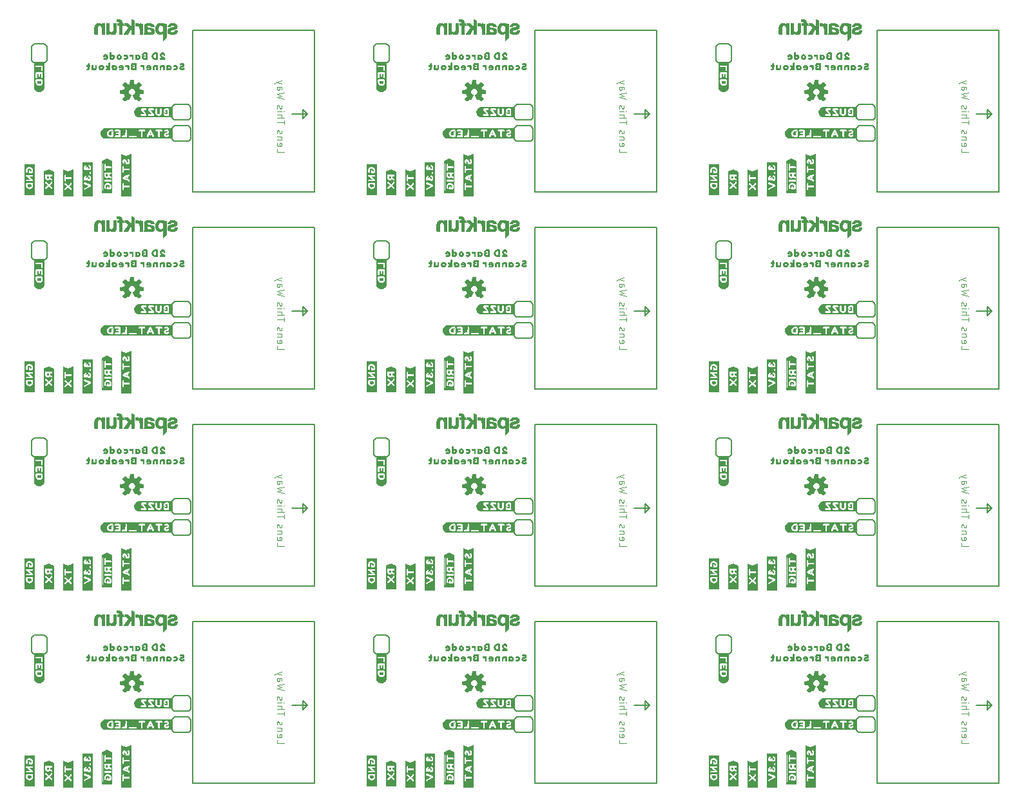
<source format=gbo>
G04 EAGLE Gerber RS-274X export*
G75*
%MOMM*%
%FSLAX34Y34*%
%LPD*%
%INSilkscreen Bottom*%
%IPPOS*%
%AMOC8*
5,1,8,0,0,1.08239X$1,22.5*%
G01*
%ADD10C,0.152400*%
%ADD11C,0.076200*%
%ADD12C,0.203200*%

G36*
X250111Y868189D02*
X250111Y868189D01*
X250118Y868184D01*
X250618Y868384D01*
X250633Y868408D01*
X250640Y868414D01*
X250638Y868417D01*
X250643Y868425D01*
X250649Y868430D01*
X250649Y881230D01*
X250646Y881235D01*
X250649Y881238D01*
X250549Y881838D01*
X250505Y881879D01*
X250503Y881876D01*
X250500Y881879D01*
X163300Y881879D01*
X163296Y881876D01*
X163293Y881879D01*
X161893Y881679D01*
X161890Y881675D01*
X161888Y881675D01*
X161887Y881675D01*
X161884Y881677D01*
X161284Y881477D01*
X161281Y881472D01*
X161278Y881474D01*
X159478Y880574D01*
X159473Y880564D01*
X159465Y880565D01*
X158967Y880067D01*
X158469Y879668D01*
X158467Y879658D01*
X158459Y879657D01*
X158060Y879059D01*
X157662Y878561D01*
X157661Y878553D01*
X157656Y878552D01*
X157356Y877952D01*
X157356Y877950D01*
X157355Y877949D01*
X157055Y877249D01*
X157056Y877246D01*
X157053Y877246D01*
X156853Y876646D01*
X156855Y876639D01*
X156851Y876637D01*
X156751Y875938D01*
X156651Y875338D01*
X156653Y875335D01*
X156653Y875334D01*
X156654Y875333D01*
X156651Y875330D01*
X156651Y874630D01*
X156654Y874626D01*
X156651Y874623D01*
X156751Y873923D01*
X156755Y873919D01*
X156753Y873916D01*
X156953Y873216D01*
X156954Y873215D01*
X156953Y873214D01*
X157353Y872014D01*
X157361Y872009D01*
X157359Y872003D01*
X158159Y870803D01*
X158162Y870802D01*
X158162Y870799D01*
X158562Y870299D01*
X158569Y870297D01*
X158569Y870292D01*
X159067Y869893D01*
X159565Y869395D01*
X159577Y869394D01*
X159578Y869386D01*
X161378Y868486D01*
X161389Y868488D01*
X161393Y868481D01*
X162093Y868381D01*
X162792Y868281D01*
X163392Y868181D01*
X163397Y868184D01*
X163400Y868181D01*
X250100Y868181D01*
X250111Y868189D01*
G37*
G36*
X1149271Y868189D02*
X1149271Y868189D01*
X1149278Y868184D01*
X1149778Y868384D01*
X1149793Y868408D01*
X1149800Y868414D01*
X1149798Y868417D01*
X1149803Y868425D01*
X1149809Y868430D01*
X1149809Y881230D01*
X1149806Y881235D01*
X1149809Y881238D01*
X1149709Y881838D01*
X1149665Y881879D01*
X1149663Y881876D01*
X1149660Y881879D01*
X1062460Y881879D01*
X1062456Y881876D01*
X1062453Y881879D01*
X1061053Y881679D01*
X1061050Y881675D01*
X1061048Y881675D01*
X1061047Y881675D01*
X1061044Y881677D01*
X1060444Y881477D01*
X1060441Y881472D01*
X1060438Y881474D01*
X1058638Y880574D01*
X1058633Y880564D01*
X1058625Y880565D01*
X1058127Y880067D01*
X1057629Y879668D01*
X1057627Y879658D01*
X1057619Y879657D01*
X1057220Y879059D01*
X1056822Y878561D01*
X1056821Y878553D01*
X1056816Y878552D01*
X1056516Y877952D01*
X1056516Y877950D01*
X1056515Y877949D01*
X1056215Y877249D01*
X1056216Y877246D01*
X1056213Y877246D01*
X1056013Y876646D01*
X1056015Y876639D01*
X1056011Y876637D01*
X1055911Y875938D01*
X1055811Y875338D01*
X1055813Y875335D01*
X1055813Y875334D01*
X1055814Y875333D01*
X1055811Y875330D01*
X1055811Y874630D01*
X1055814Y874626D01*
X1055811Y874623D01*
X1055911Y873923D01*
X1055915Y873919D01*
X1055913Y873916D01*
X1056113Y873216D01*
X1056114Y873215D01*
X1056113Y873214D01*
X1056513Y872014D01*
X1056521Y872009D01*
X1056519Y872003D01*
X1057319Y870803D01*
X1057322Y870802D01*
X1057322Y870799D01*
X1057722Y870299D01*
X1057729Y870297D01*
X1057729Y870292D01*
X1058227Y869893D01*
X1058725Y869395D01*
X1058737Y869394D01*
X1058738Y869386D01*
X1060538Y868486D01*
X1060549Y868488D01*
X1060553Y868481D01*
X1061253Y868381D01*
X1061952Y868281D01*
X1062552Y868181D01*
X1062557Y868184D01*
X1062560Y868181D01*
X1149260Y868181D01*
X1149271Y868189D01*
G37*
G36*
X699691Y868189D02*
X699691Y868189D01*
X699698Y868184D01*
X700198Y868384D01*
X700213Y868408D01*
X700220Y868414D01*
X700218Y868417D01*
X700223Y868425D01*
X700229Y868430D01*
X700229Y881230D01*
X700226Y881235D01*
X700229Y881238D01*
X700129Y881838D01*
X700085Y881879D01*
X700083Y881876D01*
X700080Y881879D01*
X612880Y881879D01*
X612876Y881876D01*
X612873Y881879D01*
X611473Y881679D01*
X611470Y881675D01*
X611468Y881675D01*
X611467Y881675D01*
X611464Y881677D01*
X610864Y881477D01*
X610861Y881472D01*
X610858Y881474D01*
X609058Y880574D01*
X609053Y880564D01*
X609045Y880565D01*
X608547Y880067D01*
X608049Y879668D01*
X608047Y879658D01*
X608039Y879657D01*
X607640Y879059D01*
X607242Y878561D01*
X607241Y878553D01*
X607236Y878552D01*
X606936Y877952D01*
X606936Y877950D01*
X606935Y877949D01*
X606635Y877249D01*
X606636Y877246D01*
X606633Y877246D01*
X606433Y876646D01*
X606435Y876639D01*
X606431Y876637D01*
X606331Y875938D01*
X606231Y875338D01*
X606233Y875335D01*
X606233Y875334D01*
X606234Y875333D01*
X606231Y875330D01*
X606231Y874630D01*
X606234Y874626D01*
X606231Y874623D01*
X606331Y873923D01*
X606335Y873919D01*
X606333Y873916D01*
X606533Y873216D01*
X606534Y873215D01*
X606533Y873214D01*
X606933Y872014D01*
X606941Y872009D01*
X606939Y872003D01*
X607739Y870803D01*
X607742Y870802D01*
X607742Y870799D01*
X608142Y870299D01*
X608149Y870297D01*
X608149Y870292D01*
X608647Y869893D01*
X609145Y869395D01*
X609157Y869394D01*
X609158Y869386D01*
X610958Y868486D01*
X610969Y868488D01*
X610973Y868481D01*
X611673Y868381D01*
X612372Y868281D01*
X612972Y868181D01*
X612977Y868184D01*
X612980Y868181D01*
X699680Y868181D01*
X699691Y868189D01*
G37*
G36*
X250111Y350029D02*
X250111Y350029D01*
X250118Y350024D01*
X250618Y350224D01*
X250633Y350248D01*
X250640Y350254D01*
X250638Y350257D01*
X250643Y350265D01*
X250649Y350270D01*
X250649Y363070D01*
X250646Y363075D01*
X250649Y363078D01*
X250549Y363678D01*
X250505Y363719D01*
X250503Y363716D01*
X250500Y363719D01*
X163300Y363719D01*
X163296Y363716D01*
X163293Y363719D01*
X161893Y363519D01*
X161890Y363515D01*
X161888Y363515D01*
X161887Y363515D01*
X161884Y363517D01*
X161284Y363317D01*
X161281Y363312D01*
X161278Y363314D01*
X159478Y362414D01*
X159473Y362404D01*
X159465Y362405D01*
X158967Y361907D01*
X158469Y361508D01*
X158467Y361498D01*
X158459Y361497D01*
X158060Y360899D01*
X157662Y360401D01*
X157661Y360393D01*
X157656Y360392D01*
X157356Y359792D01*
X157356Y359790D01*
X157355Y359789D01*
X157055Y359089D01*
X157056Y359086D01*
X157053Y359086D01*
X156853Y358486D01*
X156855Y358479D01*
X156851Y358477D01*
X156751Y357778D01*
X156651Y357178D01*
X156653Y357175D01*
X156653Y357174D01*
X156654Y357173D01*
X156651Y357170D01*
X156651Y356470D01*
X156654Y356466D01*
X156651Y356463D01*
X156751Y355763D01*
X156755Y355759D01*
X156753Y355756D01*
X156953Y355056D01*
X156954Y355055D01*
X156953Y355054D01*
X157353Y353854D01*
X157361Y353849D01*
X157359Y353843D01*
X158159Y352643D01*
X158162Y352642D01*
X158162Y352639D01*
X158562Y352139D01*
X158569Y352137D01*
X158569Y352132D01*
X159067Y351733D01*
X159565Y351235D01*
X159577Y351234D01*
X159578Y351226D01*
X161378Y350326D01*
X161389Y350328D01*
X161393Y350321D01*
X162093Y350221D01*
X162792Y350121D01*
X163392Y350021D01*
X163397Y350024D01*
X163400Y350021D01*
X250100Y350021D01*
X250111Y350029D01*
G37*
G36*
X699691Y350029D02*
X699691Y350029D01*
X699698Y350024D01*
X700198Y350224D01*
X700213Y350248D01*
X700220Y350254D01*
X700218Y350257D01*
X700223Y350265D01*
X700229Y350270D01*
X700229Y363070D01*
X700226Y363075D01*
X700229Y363078D01*
X700129Y363678D01*
X700085Y363719D01*
X700083Y363716D01*
X700080Y363719D01*
X612880Y363719D01*
X612876Y363716D01*
X612873Y363719D01*
X611473Y363519D01*
X611470Y363515D01*
X611468Y363515D01*
X611467Y363515D01*
X611464Y363517D01*
X610864Y363317D01*
X610861Y363312D01*
X610858Y363314D01*
X609058Y362414D01*
X609053Y362404D01*
X609045Y362405D01*
X608547Y361907D01*
X608049Y361508D01*
X608047Y361498D01*
X608039Y361497D01*
X607640Y360899D01*
X607242Y360401D01*
X607241Y360393D01*
X607236Y360392D01*
X606936Y359792D01*
X606936Y359790D01*
X606935Y359789D01*
X606635Y359089D01*
X606636Y359086D01*
X606633Y359086D01*
X606433Y358486D01*
X606435Y358479D01*
X606431Y358477D01*
X606331Y357778D01*
X606231Y357178D01*
X606233Y357175D01*
X606233Y357174D01*
X606234Y357173D01*
X606231Y357170D01*
X606231Y356470D01*
X606234Y356466D01*
X606231Y356463D01*
X606331Y355763D01*
X606335Y355759D01*
X606333Y355756D01*
X606533Y355056D01*
X606534Y355055D01*
X606533Y355054D01*
X606933Y353854D01*
X606941Y353849D01*
X606939Y353843D01*
X607739Y352643D01*
X607742Y352642D01*
X607742Y352639D01*
X608142Y352139D01*
X608149Y352137D01*
X608149Y352132D01*
X608647Y351733D01*
X609145Y351235D01*
X609157Y351234D01*
X609158Y351226D01*
X610958Y350326D01*
X610969Y350328D01*
X610973Y350321D01*
X611673Y350221D01*
X612372Y350121D01*
X612972Y350021D01*
X612977Y350024D01*
X612980Y350021D01*
X699680Y350021D01*
X699691Y350029D01*
G37*
G36*
X699691Y90949D02*
X699691Y90949D01*
X699698Y90944D01*
X700198Y91144D01*
X700213Y91168D01*
X700220Y91174D01*
X700218Y91177D01*
X700223Y91185D01*
X700229Y91190D01*
X700229Y103990D01*
X700226Y103995D01*
X700229Y103998D01*
X700129Y104598D01*
X700085Y104639D01*
X700083Y104636D01*
X700080Y104639D01*
X612880Y104639D01*
X612876Y104636D01*
X612873Y104639D01*
X611473Y104439D01*
X611470Y104435D01*
X611468Y104435D01*
X611467Y104435D01*
X611464Y104437D01*
X610864Y104237D01*
X610861Y104232D01*
X610858Y104234D01*
X609058Y103334D01*
X609053Y103324D01*
X609045Y103325D01*
X608547Y102827D01*
X608049Y102428D01*
X608047Y102418D01*
X608039Y102417D01*
X607640Y101819D01*
X607242Y101321D01*
X607241Y101313D01*
X607236Y101312D01*
X606936Y100712D01*
X606936Y100710D01*
X606935Y100709D01*
X606635Y100009D01*
X606636Y100006D01*
X606633Y100006D01*
X606433Y99406D01*
X606435Y99399D01*
X606431Y99397D01*
X606331Y98698D01*
X606231Y98098D01*
X606233Y98095D01*
X606233Y98094D01*
X606234Y98093D01*
X606231Y98090D01*
X606231Y97390D01*
X606234Y97386D01*
X606231Y97383D01*
X606331Y96683D01*
X606335Y96679D01*
X606333Y96676D01*
X606533Y95976D01*
X606534Y95975D01*
X606533Y95974D01*
X606933Y94774D01*
X606941Y94769D01*
X606939Y94763D01*
X607739Y93563D01*
X607742Y93562D01*
X607742Y93559D01*
X608142Y93059D01*
X608149Y93057D01*
X608149Y93052D01*
X608647Y92653D01*
X609145Y92155D01*
X609157Y92154D01*
X609158Y92146D01*
X610958Y91246D01*
X610969Y91248D01*
X610973Y91241D01*
X611673Y91141D01*
X612372Y91041D01*
X612972Y90941D01*
X612977Y90944D01*
X612980Y90941D01*
X699680Y90941D01*
X699691Y90949D01*
G37*
G36*
X1149271Y609109D02*
X1149271Y609109D01*
X1149278Y609104D01*
X1149778Y609304D01*
X1149793Y609328D01*
X1149800Y609334D01*
X1149798Y609337D01*
X1149803Y609345D01*
X1149809Y609350D01*
X1149809Y622150D01*
X1149806Y622155D01*
X1149809Y622158D01*
X1149709Y622758D01*
X1149665Y622799D01*
X1149663Y622796D01*
X1149660Y622799D01*
X1062460Y622799D01*
X1062456Y622796D01*
X1062453Y622799D01*
X1061053Y622599D01*
X1061050Y622595D01*
X1061048Y622595D01*
X1061047Y622595D01*
X1061044Y622597D01*
X1060444Y622397D01*
X1060441Y622392D01*
X1060438Y622394D01*
X1058638Y621494D01*
X1058633Y621484D01*
X1058625Y621485D01*
X1058127Y620987D01*
X1057629Y620588D01*
X1057627Y620578D01*
X1057619Y620577D01*
X1057220Y619979D01*
X1056822Y619481D01*
X1056821Y619473D01*
X1056816Y619472D01*
X1056516Y618872D01*
X1056516Y618870D01*
X1056515Y618869D01*
X1056215Y618169D01*
X1056216Y618166D01*
X1056213Y618166D01*
X1056013Y617566D01*
X1056015Y617559D01*
X1056011Y617557D01*
X1055911Y616858D01*
X1055811Y616258D01*
X1055813Y616255D01*
X1055813Y616254D01*
X1055814Y616253D01*
X1055811Y616250D01*
X1055811Y615550D01*
X1055814Y615546D01*
X1055811Y615543D01*
X1055911Y614843D01*
X1055915Y614839D01*
X1055913Y614836D01*
X1056113Y614136D01*
X1056114Y614135D01*
X1056113Y614134D01*
X1056513Y612934D01*
X1056521Y612929D01*
X1056519Y612923D01*
X1057319Y611723D01*
X1057322Y611722D01*
X1057322Y611719D01*
X1057722Y611219D01*
X1057729Y611217D01*
X1057729Y611212D01*
X1058227Y610813D01*
X1058725Y610315D01*
X1058737Y610314D01*
X1058738Y610306D01*
X1060538Y609406D01*
X1060549Y609408D01*
X1060553Y609401D01*
X1061253Y609301D01*
X1061952Y609201D01*
X1062552Y609101D01*
X1062557Y609104D01*
X1062560Y609101D01*
X1149260Y609101D01*
X1149271Y609109D01*
G37*
G36*
X250111Y609109D02*
X250111Y609109D01*
X250118Y609104D01*
X250618Y609304D01*
X250633Y609328D01*
X250640Y609334D01*
X250638Y609337D01*
X250643Y609345D01*
X250649Y609350D01*
X250649Y622150D01*
X250646Y622155D01*
X250649Y622158D01*
X250549Y622758D01*
X250505Y622799D01*
X250503Y622796D01*
X250500Y622799D01*
X163300Y622799D01*
X163296Y622796D01*
X163293Y622799D01*
X161893Y622599D01*
X161890Y622595D01*
X161888Y622595D01*
X161887Y622595D01*
X161884Y622597D01*
X161284Y622397D01*
X161281Y622392D01*
X161278Y622394D01*
X159478Y621494D01*
X159473Y621484D01*
X159465Y621485D01*
X158967Y620987D01*
X158469Y620588D01*
X158467Y620578D01*
X158459Y620577D01*
X158060Y619979D01*
X157662Y619481D01*
X157661Y619473D01*
X157656Y619472D01*
X157356Y618872D01*
X157356Y618870D01*
X157355Y618869D01*
X157055Y618169D01*
X157056Y618166D01*
X157053Y618166D01*
X156853Y617566D01*
X156855Y617559D01*
X156851Y617557D01*
X156751Y616858D01*
X156651Y616258D01*
X156653Y616255D01*
X156653Y616254D01*
X156654Y616253D01*
X156651Y616250D01*
X156651Y615550D01*
X156654Y615546D01*
X156651Y615543D01*
X156751Y614843D01*
X156755Y614839D01*
X156753Y614836D01*
X156953Y614136D01*
X156954Y614135D01*
X156953Y614134D01*
X157353Y612934D01*
X157361Y612929D01*
X157359Y612923D01*
X158159Y611723D01*
X158162Y611722D01*
X158162Y611719D01*
X158562Y611219D01*
X158569Y611217D01*
X158569Y611212D01*
X159067Y610813D01*
X159565Y610315D01*
X159577Y610314D01*
X159578Y610306D01*
X161378Y609406D01*
X161389Y609408D01*
X161393Y609401D01*
X162093Y609301D01*
X162792Y609201D01*
X163392Y609101D01*
X163397Y609104D01*
X163400Y609101D01*
X250100Y609101D01*
X250111Y609109D01*
G37*
G36*
X699691Y609109D02*
X699691Y609109D01*
X699698Y609104D01*
X700198Y609304D01*
X700213Y609328D01*
X700220Y609334D01*
X700218Y609337D01*
X700223Y609345D01*
X700229Y609350D01*
X700229Y622150D01*
X700226Y622155D01*
X700229Y622158D01*
X700129Y622758D01*
X700085Y622799D01*
X700083Y622796D01*
X700080Y622799D01*
X612880Y622799D01*
X612876Y622796D01*
X612873Y622799D01*
X611473Y622599D01*
X611470Y622595D01*
X611468Y622595D01*
X611467Y622595D01*
X611464Y622597D01*
X610864Y622397D01*
X610861Y622392D01*
X610858Y622394D01*
X609058Y621494D01*
X609053Y621484D01*
X609045Y621485D01*
X608547Y620987D01*
X608049Y620588D01*
X608047Y620578D01*
X608039Y620577D01*
X607640Y619979D01*
X607242Y619481D01*
X607241Y619473D01*
X607236Y619472D01*
X606936Y618872D01*
X606936Y618870D01*
X606935Y618869D01*
X606635Y618169D01*
X606636Y618166D01*
X606633Y618166D01*
X606433Y617566D01*
X606435Y617559D01*
X606431Y617557D01*
X606331Y616858D01*
X606231Y616258D01*
X606233Y616255D01*
X606233Y616254D01*
X606234Y616253D01*
X606231Y616250D01*
X606231Y615550D01*
X606234Y615546D01*
X606231Y615543D01*
X606331Y614843D01*
X606335Y614839D01*
X606333Y614836D01*
X606533Y614136D01*
X606534Y614135D01*
X606533Y614134D01*
X606933Y612934D01*
X606941Y612929D01*
X606939Y612923D01*
X607739Y611723D01*
X607742Y611722D01*
X607742Y611719D01*
X608142Y611219D01*
X608149Y611217D01*
X608149Y611212D01*
X608647Y610813D01*
X609145Y610315D01*
X609157Y610314D01*
X609158Y610306D01*
X610958Y609406D01*
X610969Y609408D01*
X610973Y609401D01*
X611673Y609301D01*
X612372Y609201D01*
X612972Y609101D01*
X612977Y609104D01*
X612980Y609101D01*
X699680Y609101D01*
X699691Y609109D01*
G37*
G36*
X250111Y90949D02*
X250111Y90949D01*
X250118Y90944D01*
X250618Y91144D01*
X250633Y91168D01*
X250640Y91174D01*
X250638Y91177D01*
X250643Y91185D01*
X250649Y91190D01*
X250649Y103990D01*
X250646Y103995D01*
X250649Y103998D01*
X250549Y104598D01*
X250505Y104639D01*
X250503Y104636D01*
X250500Y104639D01*
X163300Y104639D01*
X163296Y104636D01*
X163293Y104639D01*
X161893Y104439D01*
X161890Y104435D01*
X161888Y104435D01*
X161887Y104435D01*
X161884Y104437D01*
X161284Y104237D01*
X161281Y104232D01*
X161278Y104234D01*
X159478Y103334D01*
X159473Y103324D01*
X159465Y103325D01*
X158967Y102827D01*
X158469Y102428D01*
X158467Y102418D01*
X158459Y102417D01*
X158060Y101819D01*
X157662Y101321D01*
X157661Y101313D01*
X157656Y101312D01*
X157356Y100712D01*
X157356Y100710D01*
X157355Y100709D01*
X157055Y100009D01*
X157056Y100006D01*
X157053Y100006D01*
X156853Y99406D01*
X156855Y99399D01*
X156851Y99397D01*
X156751Y98698D01*
X156651Y98098D01*
X156653Y98095D01*
X156653Y98094D01*
X156654Y98093D01*
X156651Y98090D01*
X156651Y97390D01*
X156654Y97386D01*
X156651Y97383D01*
X156751Y96683D01*
X156755Y96679D01*
X156753Y96676D01*
X156953Y95976D01*
X156954Y95975D01*
X156953Y95974D01*
X157353Y94774D01*
X157361Y94769D01*
X157359Y94763D01*
X158159Y93563D01*
X158162Y93562D01*
X158162Y93559D01*
X158562Y93059D01*
X158569Y93057D01*
X158569Y93052D01*
X159067Y92653D01*
X159565Y92155D01*
X159577Y92154D01*
X159578Y92146D01*
X161378Y91246D01*
X161389Y91248D01*
X161393Y91241D01*
X162093Y91141D01*
X162792Y91041D01*
X163392Y90941D01*
X163397Y90944D01*
X163400Y90941D01*
X250100Y90941D01*
X250111Y90949D01*
G37*
G36*
X1149271Y90949D02*
X1149271Y90949D01*
X1149278Y90944D01*
X1149778Y91144D01*
X1149793Y91168D01*
X1149800Y91174D01*
X1149798Y91177D01*
X1149803Y91185D01*
X1149809Y91190D01*
X1149809Y103990D01*
X1149806Y103995D01*
X1149809Y103998D01*
X1149709Y104598D01*
X1149665Y104639D01*
X1149663Y104636D01*
X1149660Y104639D01*
X1062460Y104639D01*
X1062456Y104636D01*
X1062453Y104639D01*
X1061053Y104439D01*
X1061050Y104435D01*
X1061048Y104435D01*
X1061047Y104435D01*
X1061044Y104437D01*
X1060444Y104237D01*
X1060441Y104232D01*
X1060438Y104234D01*
X1058638Y103334D01*
X1058633Y103324D01*
X1058625Y103325D01*
X1058127Y102827D01*
X1057629Y102428D01*
X1057627Y102418D01*
X1057619Y102417D01*
X1057220Y101819D01*
X1056822Y101321D01*
X1056821Y101313D01*
X1056816Y101312D01*
X1056516Y100712D01*
X1056516Y100710D01*
X1056515Y100709D01*
X1056215Y100009D01*
X1056216Y100006D01*
X1056213Y100006D01*
X1056013Y99406D01*
X1056015Y99399D01*
X1056011Y99397D01*
X1055911Y98698D01*
X1055811Y98098D01*
X1055813Y98095D01*
X1055813Y98094D01*
X1055814Y98093D01*
X1055811Y98090D01*
X1055811Y97390D01*
X1055814Y97386D01*
X1055811Y97383D01*
X1055911Y96683D01*
X1055915Y96679D01*
X1055913Y96676D01*
X1056113Y95976D01*
X1056114Y95975D01*
X1056113Y95974D01*
X1056513Y94774D01*
X1056521Y94769D01*
X1056519Y94763D01*
X1057319Y93563D01*
X1057322Y93562D01*
X1057322Y93559D01*
X1057722Y93059D01*
X1057729Y93057D01*
X1057729Y93052D01*
X1058227Y92653D01*
X1058725Y92155D01*
X1058737Y92154D01*
X1058738Y92146D01*
X1060538Y91246D01*
X1060549Y91248D01*
X1060553Y91241D01*
X1061253Y91141D01*
X1061952Y91041D01*
X1062552Y90941D01*
X1062557Y90944D01*
X1062560Y90941D01*
X1149260Y90941D01*
X1149271Y90949D01*
G37*
G36*
X1149271Y350029D02*
X1149271Y350029D01*
X1149278Y350024D01*
X1149778Y350224D01*
X1149793Y350248D01*
X1149800Y350254D01*
X1149798Y350257D01*
X1149803Y350265D01*
X1149809Y350270D01*
X1149809Y363070D01*
X1149806Y363075D01*
X1149809Y363078D01*
X1149709Y363678D01*
X1149665Y363719D01*
X1149663Y363716D01*
X1149660Y363719D01*
X1062460Y363719D01*
X1062456Y363716D01*
X1062453Y363719D01*
X1061053Y363519D01*
X1061050Y363515D01*
X1061048Y363515D01*
X1061047Y363515D01*
X1061044Y363517D01*
X1060444Y363317D01*
X1060441Y363312D01*
X1060438Y363314D01*
X1058638Y362414D01*
X1058633Y362404D01*
X1058625Y362405D01*
X1058127Y361907D01*
X1057629Y361508D01*
X1057627Y361498D01*
X1057619Y361497D01*
X1057220Y360899D01*
X1056822Y360401D01*
X1056821Y360393D01*
X1056816Y360392D01*
X1056516Y359792D01*
X1056516Y359790D01*
X1056515Y359789D01*
X1056215Y359089D01*
X1056216Y359086D01*
X1056213Y359086D01*
X1056013Y358486D01*
X1056015Y358479D01*
X1056011Y358477D01*
X1055911Y357778D01*
X1055811Y357178D01*
X1055813Y357175D01*
X1055813Y357174D01*
X1055814Y357173D01*
X1055811Y357170D01*
X1055811Y356470D01*
X1055814Y356466D01*
X1055811Y356463D01*
X1055911Y355763D01*
X1055915Y355759D01*
X1055913Y355756D01*
X1056113Y355056D01*
X1056114Y355055D01*
X1056113Y355054D01*
X1056513Y353854D01*
X1056521Y353849D01*
X1056519Y353843D01*
X1057319Y352643D01*
X1057322Y352642D01*
X1057322Y352639D01*
X1057722Y352139D01*
X1057729Y352137D01*
X1057729Y352132D01*
X1058227Y351733D01*
X1058725Y351235D01*
X1058737Y351234D01*
X1058738Y351226D01*
X1060538Y350326D01*
X1060549Y350328D01*
X1060553Y350321D01*
X1061253Y350221D01*
X1061952Y350121D01*
X1062552Y350021D01*
X1062557Y350024D01*
X1062560Y350021D01*
X1149260Y350021D01*
X1149271Y350029D01*
G37*
G36*
X646927Y532967D02*
X646927Y532967D01*
X646922Y532974D01*
X646929Y532980D01*
X646929Y589280D01*
X646926Y589284D01*
X646928Y589289D01*
X646919Y589294D01*
X646893Y589327D01*
X646882Y589319D01*
X646880Y589322D01*
X646866Y589322D01*
X646864Y589321D01*
X646858Y589324D01*
X646258Y589024D01*
X640176Y586033D01*
X639599Y586226D01*
X633602Y589224D01*
X633592Y589222D01*
X633592Y589224D01*
X633574Y589224D01*
X633566Y589217D01*
X633549Y589214D01*
X633545Y589215D01*
X633245Y588915D01*
X633243Y588900D01*
X633233Y588892D01*
X633238Y588885D01*
X633231Y588880D01*
X633231Y532980D01*
X633267Y532933D01*
X633274Y532938D01*
X633280Y532931D01*
X646880Y532931D01*
X646927Y532967D01*
G37*
G36*
X197347Y273887D02*
X197347Y273887D01*
X197342Y273894D01*
X197349Y273900D01*
X197349Y330200D01*
X197346Y330204D01*
X197348Y330209D01*
X197339Y330214D01*
X197313Y330247D01*
X197302Y330239D01*
X197300Y330242D01*
X197286Y330242D01*
X197284Y330241D01*
X197278Y330244D01*
X196678Y329944D01*
X190596Y326953D01*
X190019Y327146D01*
X184022Y330144D01*
X184012Y330142D01*
X184012Y330144D01*
X183994Y330144D01*
X183986Y330137D01*
X183969Y330134D01*
X183965Y330135D01*
X183665Y329835D01*
X183663Y329820D01*
X183653Y329812D01*
X183658Y329805D01*
X183651Y329800D01*
X183651Y273900D01*
X183687Y273853D01*
X183694Y273858D01*
X183700Y273851D01*
X197300Y273851D01*
X197347Y273887D01*
G37*
G36*
X646927Y792047D02*
X646927Y792047D01*
X646922Y792054D01*
X646929Y792060D01*
X646929Y848360D01*
X646926Y848364D01*
X646928Y848369D01*
X646919Y848374D01*
X646893Y848407D01*
X646882Y848399D01*
X646880Y848402D01*
X646866Y848402D01*
X646864Y848401D01*
X646858Y848404D01*
X646258Y848104D01*
X640176Y845113D01*
X639599Y845306D01*
X633602Y848304D01*
X633592Y848302D01*
X633592Y848304D01*
X633574Y848304D01*
X633566Y848297D01*
X633549Y848294D01*
X633545Y848295D01*
X633245Y847995D01*
X633243Y847980D01*
X633233Y847972D01*
X633238Y847965D01*
X633231Y847960D01*
X633231Y792060D01*
X633267Y792013D01*
X633274Y792018D01*
X633280Y792011D01*
X646880Y792011D01*
X646927Y792047D01*
G37*
G36*
X1096507Y792047D02*
X1096507Y792047D01*
X1096502Y792054D01*
X1096509Y792060D01*
X1096509Y848360D01*
X1096506Y848364D01*
X1096508Y848369D01*
X1096499Y848374D01*
X1096473Y848407D01*
X1096462Y848399D01*
X1096460Y848402D01*
X1096446Y848402D01*
X1096444Y848401D01*
X1096438Y848404D01*
X1095838Y848104D01*
X1089756Y845113D01*
X1089179Y845306D01*
X1083182Y848304D01*
X1083172Y848302D01*
X1083172Y848304D01*
X1083154Y848304D01*
X1083146Y848297D01*
X1083129Y848294D01*
X1083125Y848295D01*
X1082825Y847995D01*
X1082823Y847980D01*
X1082813Y847972D01*
X1082818Y847965D01*
X1082811Y847960D01*
X1082811Y792060D01*
X1082847Y792013D01*
X1082854Y792018D01*
X1082860Y792011D01*
X1096460Y792011D01*
X1096507Y792047D01*
G37*
G36*
X197347Y792047D02*
X197347Y792047D01*
X197342Y792054D01*
X197349Y792060D01*
X197349Y848360D01*
X197346Y848364D01*
X197348Y848369D01*
X197339Y848374D01*
X197313Y848407D01*
X197302Y848399D01*
X197300Y848402D01*
X197286Y848402D01*
X197284Y848401D01*
X197278Y848404D01*
X196678Y848104D01*
X190596Y845113D01*
X190019Y845306D01*
X184022Y848304D01*
X184012Y848302D01*
X184012Y848304D01*
X183994Y848304D01*
X183986Y848297D01*
X183969Y848294D01*
X183965Y848295D01*
X183665Y847995D01*
X183663Y847980D01*
X183653Y847972D01*
X183658Y847965D01*
X183651Y847960D01*
X183651Y792060D01*
X183687Y792013D01*
X183694Y792018D01*
X183700Y792011D01*
X197300Y792011D01*
X197347Y792047D01*
G37*
G36*
X1096507Y273887D02*
X1096507Y273887D01*
X1096502Y273894D01*
X1096509Y273900D01*
X1096509Y330200D01*
X1096506Y330204D01*
X1096508Y330209D01*
X1096499Y330214D01*
X1096473Y330247D01*
X1096462Y330239D01*
X1096460Y330242D01*
X1096446Y330242D01*
X1096444Y330241D01*
X1096438Y330244D01*
X1095838Y329944D01*
X1089756Y326953D01*
X1089179Y327146D01*
X1083182Y330144D01*
X1083172Y330142D01*
X1083172Y330144D01*
X1083154Y330144D01*
X1083146Y330137D01*
X1083129Y330134D01*
X1083125Y330135D01*
X1082825Y329835D01*
X1082823Y329820D01*
X1082813Y329812D01*
X1082818Y329805D01*
X1082811Y329800D01*
X1082811Y273900D01*
X1082847Y273853D01*
X1082854Y273858D01*
X1082860Y273851D01*
X1096460Y273851D01*
X1096507Y273887D01*
G37*
G36*
X646927Y273887D02*
X646927Y273887D01*
X646922Y273894D01*
X646929Y273900D01*
X646929Y330200D01*
X646926Y330204D01*
X646928Y330209D01*
X646919Y330214D01*
X646893Y330247D01*
X646882Y330239D01*
X646880Y330242D01*
X646866Y330242D01*
X646864Y330241D01*
X646858Y330244D01*
X646258Y329944D01*
X640176Y326953D01*
X639599Y327146D01*
X633602Y330144D01*
X633592Y330142D01*
X633592Y330144D01*
X633574Y330144D01*
X633566Y330137D01*
X633549Y330134D01*
X633545Y330135D01*
X633245Y329835D01*
X633243Y329820D01*
X633233Y329812D01*
X633238Y329805D01*
X633231Y329800D01*
X633231Y273900D01*
X633267Y273853D01*
X633274Y273858D01*
X633280Y273851D01*
X646880Y273851D01*
X646927Y273887D01*
G37*
G36*
X1096507Y532967D02*
X1096507Y532967D01*
X1096502Y532974D01*
X1096509Y532980D01*
X1096509Y589280D01*
X1096506Y589284D01*
X1096508Y589289D01*
X1096499Y589294D01*
X1096473Y589327D01*
X1096462Y589319D01*
X1096460Y589322D01*
X1096446Y589322D01*
X1096444Y589321D01*
X1096438Y589324D01*
X1095838Y589024D01*
X1089756Y586033D01*
X1089179Y586226D01*
X1083182Y589224D01*
X1083172Y589222D01*
X1083172Y589224D01*
X1083154Y589224D01*
X1083146Y589217D01*
X1083129Y589214D01*
X1083125Y589215D01*
X1082825Y588915D01*
X1082823Y588900D01*
X1082813Y588892D01*
X1082818Y588885D01*
X1082811Y588880D01*
X1082811Y532980D01*
X1082847Y532933D01*
X1082854Y532938D01*
X1082860Y532931D01*
X1096460Y532931D01*
X1096507Y532967D01*
G37*
G36*
X197347Y532967D02*
X197347Y532967D01*
X197342Y532974D01*
X197349Y532980D01*
X197349Y589280D01*
X197346Y589284D01*
X197348Y589289D01*
X197339Y589294D01*
X197313Y589327D01*
X197302Y589319D01*
X197300Y589322D01*
X197286Y589322D01*
X197284Y589321D01*
X197278Y589324D01*
X196678Y589024D01*
X190596Y586033D01*
X190019Y586226D01*
X184022Y589224D01*
X184012Y589222D01*
X184012Y589224D01*
X183994Y589224D01*
X183986Y589217D01*
X183969Y589214D01*
X183965Y589215D01*
X183665Y588915D01*
X183663Y588900D01*
X183653Y588892D01*
X183658Y588885D01*
X183651Y588880D01*
X183651Y532980D01*
X183687Y532933D01*
X183694Y532938D01*
X183700Y532931D01*
X197300Y532931D01*
X197347Y532967D01*
G37*
G36*
X197347Y14807D02*
X197347Y14807D01*
X197342Y14814D01*
X197349Y14820D01*
X197349Y71120D01*
X197346Y71124D01*
X197348Y71129D01*
X197339Y71134D01*
X197313Y71167D01*
X197302Y71159D01*
X197300Y71162D01*
X197285Y71162D01*
X197284Y71161D01*
X197278Y71164D01*
X196678Y70864D01*
X190596Y67873D01*
X190019Y68066D01*
X184022Y71064D01*
X184012Y71062D01*
X184012Y71063D01*
X183994Y71063D01*
X183986Y71057D01*
X183969Y71054D01*
X183965Y71055D01*
X183665Y70755D01*
X183663Y70740D01*
X183653Y70732D01*
X183658Y70725D01*
X183651Y70720D01*
X183651Y14820D01*
X183687Y14773D01*
X183694Y14778D01*
X183700Y14771D01*
X197300Y14771D01*
X197347Y14807D01*
G37*
G36*
X1096507Y14807D02*
X1096507Y14807D01*
X1096502Y14814D01*
X1096509Y14820D01*
X1096509Y71120D01*
X1096506Y71124D01*
X1096508Y71129D01*
X1096499Y71134D01*
X1096473Y71167D01*
X1096462Y71159D01*
X1096460Y71162D01*
X1096445Y71162D01*
X1096444Y71161D01*
X1096438Y71164D01*
X1095838Y70864D01*
X1089756Y67873D01*
X1089179Y68066D01*
X1083182Y71064D01*
X1083172Y71062D01*
X1083172Y71063D01*
X1083154Y71063D01*
X1083146Y71057D01*
X1083129Y71054D01*
X1083125Y71055D01*
X1082825Y70755D01*
X1082823Y70740D01*
X1082813Y70732D01*
X1082818Y70725D01*
X1082811Y70720D01*
X1082811Y14820D01*
X1082847Y14773D01*
X1082854Y14778D01*
X1082860Y14771D01*
X1096460Y14771D01*
X1096507Y14807D01*
G37*
G36*
X646927Y14807D02*
X646927Y14807D01*
X646922Y14814D01*
X646929Y14820D01*
X646929Y71120D01*
X646926Y71124D01*
X646928Y71129D01*
X646919Y71134D01*
X646893Y71167D01*
X646882Y71159D01*
X646880Y71162D01*
X646865Y71162D01*
X646864Y71161D01*
X646858Y71164D01*
X646258Y70864D01*
X640176Y67873D01*
X639599Y68066D01*
X633602Y71064D01*
X633592Y71062D01*
X633592Y71063D01*
X633574Y71063D01*
X633566Y71057D01*
X633549Y71054D01*
X633545Y71055D01*
X633245Y70755D01*
X633243Y70740D01*
X633233Y70732D01*
X633238Y70725D01*
X633231Y70720D01*
X633231Y14820D01*
X633267Y14773D01*
X633274Y14778D01*
X633280Y14771D01*
X646880Y14771D01*
X646927Y14807D01*
G37*
G36*
X699585Y637044D02*
X699585Y637044D01*
X699588Y637041D01*
X700188Y637141D01*
X700229Y637185D01*
X700226Y637188D01*
X700229Y637190D01*
X700229Y650090D01*
X700226Y650095D01*
X700229Y650098D01*
X700129Y650698D01*
X700085Y650739D01*
X700083Y650736D01*
X700080Y650739D01*
X656780Y650739D01*
X656775Y650736D01*
X656772Y650739D01*
X656172Y650639D01*
X656169Y650635D01*
X656166Y650637D01*
X655466Y650437D01*
X655465Y650436D01*
X655464Y650437D01*
X654864Y650237D01*
X654863Y650234D01*
X654861Y650235D01*
X654161Y649935D01*
X654159Y649933D01*
X654158Y649934D01*
X653558Y649634D01*
X653555Y649627D01*
X653549Y649628D01*
X653049Y649228D01*
X653048Y649224D01*
X653045Y649225D01*
X652045Y648225D01*
X652045Y648221D01*
X652042Y648221D01*
X651642Y647721D01*
X651641Y647713D01*
X651636Y647712D01*
X651036Y646512D01*
X651036Y646510D01*
X651036Y646509D01*
X651037Y646507D01*
X651033Y646506D01*
X650833Y645906D01*
X650834Y645904D01*
X650833Y645904D01*
X650823Y645870D01*
X650781Y645722D01*
X650767Y645673D01*
X650725Y645525D01*
X650682Y645377D01*
X650668Y645328D01*
X650633Y645204D01*
X650635Y645199D01*
X650631Y645197D01*
X650531Y644497D01*
X650534Y644492D01*
X650531Y644490D01*
X650531Y643190D01*
X650534Y643186D01*
X650531Y643183D01*
X650631Y642483D01*
X650636Y642478D01*
X650633Y642474D01*
X650833Y641875D01*
X651033Y641176D01*
X651038Y641172D01*
X651036Y641168D01*
X651336Y640568D01*
X651340Y640566D01*
X651339Y640563D01*
X651739Y639963D01*
X651742Y639962D01*
X651742Y639959D01*
X652142Y639459D01*
X652146Y639458D01*
X652145Y639455D01*
X652645Y638955D01*
X652649Y638955D01*
X652649Y638952D01*
X653649Y638152D01*
X653653Y638151D01*
X653653Y638149D01*
X654253Y637749D01*
X654262Y637750D01*
X654264Y637743D01*
X654864Y637543D01*
X654866Y637544D01*
X654866Y637543D01*
X655565Y637343D01*
X656164Y637143D01*
X656171Y637145D01*
X656173Y637141D01*
X656873Y637041D01*
X656878Y637044D01*
X656880Y637041D01*
X699580Y637041D01*
X699585Y637044D01*
G37*
G36*
X699585Y896124D02*
X699585Y896124D01*
X699588Y896121D01*
X700188Y896221D01*
X700229Y896265D01*
X700226Y896268D01*
X700229Y896270D01*
X700229Y909170D01*
X700226Y909175D01*
X700229Y909178D01*
X700129Y909778D01*
X700085Y909819D01*
X700083Y909816D01*
X700080Y909819D01*
X656780Y909819D01*
X656775Y909816D01*
X656772Y909819D01*
X656172Y909719D01*
X656169Y909715D01*
X656166Y909717D01*
X655466Y909517D01*
X655465Y909516D01*
X655464Y909517D01*
X654864Y909317D01*
X654863Y909314D01*
X654861Y909315D01*
X654161Y909015D01*
X654159Y909013D01*
X654158Y909014D01*
X653558Y908714D01*
X653555Y908707D01*
X653549Y908708D01*
X653049Y908308D01*
X653048Y908304D01*
X653045Y908305D01*
X652045Y907305D01*
X652045Y907301D01*
X652042Y907301D01*
X651642Y906801D01*
X651641Y906793D01*
X651636Y906792D01*
X651036Y905592D01*
X651036Y905590D01*
X651036Y905589D01*
X651037Y905587D01*
X651033Y905586D01*
X650833Y904986D01*
X650834Y904984D01*
X650833Y904984D01*
X650823Y904950D01*
X650781Y904802D01*
X650767Y904753D01*
X650725Y904605D01*
X650682Y904457D01*
X650668Y904408D01*
X650633Y904284D01*
X650635Y904279D01*
X650631Y904277D01*
X650531Y903577D01*
X650534Y903572D01*
X650531Y903570D01*
X650531Y902270D01*
X650534Y902266D01*
X650531Y902263D01*
X650631Y901563D01*
X650636Y901558D01*
X650633Y901554D01*
X650833Y900955D01*
X651033Y900256D01*
X651038Y900252D01*
X651036Y900248D01*
X651336Y899648D01*
X651340Y899646D01*
X651339Y899643D01*
X651739Y899043D01*
X651742Y899042D01*
X651742Y899039D01*
X652142Y898539D01*
X652146Y898538D01*
X652145Y898535D01*
X652645Y898035D01*
X652649Y898035D01*
X652649Y898032D01*
X653649Y897232D01*
X653653Y897231D01*
X653653Y897229D01*
X654253Y896829D01*
X654262Y896830D01*
X654264Y896823D01*
X654864Y896623D01*
X654866Y896624D01*
X654866Y896623D01*
X655565Y896423D01*
X656164Y896223D01*
X656171Y896225D01*
X656173Y896221D01*
X656873Y896121D01*
X656878Y896124D01*
X656880Y896121D01*
X699580Y896121D01*
X699585Y896124D01*
G37*
G36*
X250005Y896124D02*
X250005Y896124D01*
X250008Y896121D01*
X250608Y896221D01*
X250649Y896265D01*
X250646Y896268D01*
X250649Y896270D01*
X250649Y909170D01*
X250646Y909175D01*
X250649Y909178D01*
X250549Y909778D01*
X250505Y909819D01*
X250503Y909816D01*
X250500Y909819D01*
X207200Y909819D01*
X207195Y909816D01*
X207192Y909819D01*
X206592Y909719D01*
X206589Y909715D01*
X206586Y909717D01*
X205886Y909517D01*
X205885Y909516D01*
X205884Y909517D01*
X205284Y909317D01*
X205283Y909314D01*
X205281Y909315D01*
X204581Y909015D01*
X204579Y909013D01*
X204578Y909014D01*
X203978Y908714D01*
X203975Y908707D01*
X203969Y908708D01*
X203469Y908308D01*
X203468Y908304D01*
X203465Y908305D01*
X202465Y907305D01*
X202465Y907301D01*
X202462Y907301D01*
X202062Y906801D01*
X202061Y906793D01*
X202056Y906792D01*
X201456Y905592D01*
X201456Y905590D01*
X201456Y905589D01*
X201457Y905587D01*
X201453Y905586D01*
X201253Y904986D01*
X201254Y904984D01*
X201253Y904984D01*
X201243Y904950D01*
X201201Y904802D01*
X201187Y904753D01*
X201145Y904605D01*
X201102Y904457D01*
X201088Y904408D01*
X201053Y904284D01*
X201055Y904279D01*
X201051Y904277D01*
X200951Y903577D01*
X200954Y903572D01*
X200951Y903570D01*
X200951Y902270D01*
X200954Y902266D01*
X200951Y902263D01*
X201051Y901563D01*
X201056Y901558D01*
X201053Y901554D01*
X201253Y900955D01*
X201453Y900256D01*
X201458Y900252D01*
X201456Y900248D01*
X201756Y899648D01*
X201760Y899646D01*
X201759Y899643D01*
X202159Y899043D01*
X202162Y899042D01*
X202162Y899039D01*
X202562Y898539D01*
X202566Y898538D01*
X202565Y898535D01*
X203065Y898035D01*
X203069Y898035D01*
X203069Y898032D01*
X204069Y897232D01*
X204073Y897231D01*
X204073Y897229D01*
X204673Y896829D01*
X204682Y896830D01*
X204684Y896823D01*
X205284Y896623D01*
X205286Y896624D01*
X205286Y896623D01*
X205985Y896423D01*
X206584Y896223D01*
X206591Y896225D01*
X206593Y896221D01*
X207293Y896121D01*
X207298Y896124D01*
X207300Y896121D01*
X250000Y896121D01*
X250005Y896124D01*
G37*
G36*
X699585Y377964D02*
X699585Y377964D01*
X699588Y377961D01*
X700188Y378061D01*
X700229Y378105D01*
X700226Y378108D01*
X700229Y378110D01*
X700229Y391010D01*
X700226Y391015D01*
X700229Y391018D01*
X700129Y391618D01*
X700085Y391659D01*
X700083Y391656D01*
X700080Y391659D01*
X656780Y391659D01*
X656775Y391656D01*
X656772Y391659D01*
X656172Y391559D01*
X656169Y391555D01*
X656166Y391557D01*
X655466Y391357D01*
X655465Y391356D01*
X655464Y391357D01*
X654864Y391157D01*
X654863Y391154D01*
X654861Y391155D01*
X654161Y390855D01*
X654159Y390853D01*
X654158Y390854D01*
X653558Y390554D01*
X653555Y390547D01*
X653549Y390548D01*
X653049Y390148D01*
X653048Y390144D01*
X653045Y390145D01*
X652045Y389145D01*
X652045Y389141D01*
X652042Y389141D01*
X651642Y388641D01*
X651641Y388633D01*
X651636Y388632D01*
X651036Y387432D01*
X651036Y387430D01*
X651036Y387429D01*
X651037Y387427D01*
X651033Y387426D01*
X650833Y386826D01*
X650834Y386824D01*
X650833Y386824D01*
X650823Y386790D01*
X650781Y386642D01*
X650767Y386593D01*
X650725Y386445D01*
X650682Y386297D01*
X650668Y386248D01*
X650633Y386124D01*
X650635Y386119D01*
X650631Y386117D01*
X650531Y385417D01*
X650534Y385412D01*
X650531Y385410D01*
X650531Y384110D01*
X650534Y384106D01*
X650531Y384103D01*
X650631Y383403D01*
X650636Y383398D01*
X650633Y383394D01*
X650833Y382795D01*
X651033Y382096D01*
X651038Y382092D01*
X651036Y382088D01*
X651336Y381488D01*
X651340Y381486D01*
X651339Y381483D01*
X651739Y380883D01*
X651742Y380882D01*
X651742Y380879D01*
X652142Y380379D01*
X652146Y380378D01*
X652145Y380375D01*
X652645Y379875D01*
X652649Y379875D01*
X652649Y379872D01*
X653649Y379072D01*
X653653Y379071D01*
X653653Y379069D01*
X654253Y378669D01*
X654262Y378670D01*
X654264Y378663D01*
X654864Y378463D01*
X654866Y378464D01*
X654866Y378463D01*
X655565Y378263D01*
X656164Y378063D01*
X656171Y378065D01*
X656173Y378061D01*
X656873Y377961D01*
X656878Y377964D01*
X656880Y377961D01*
X699580Y377961D01*
X699585Y377964D01*
G37*
G36*
X1149165Y896124D02*
X1149165Y896124D01*
X1149168Y896121D01*
X1149768Y896221D01*
X1149809Y896265D01*
X1149806Y896268D01*
X1149809Y896270D01*
X1149809Y909170D01*
X1149806Y909175D01*
X1149809Y909178D01*
X1149709Y909778D01*
X1149665Y909819D01*
X1149663Y909816D01*
X1149660Y909819D01*
X1106360Y909819D01*
X1106355Y909816D01*
X1106352Y909819D01*
X1105752Y909719D01*
X1105749Y909715D01*
X1105746Y909717D01*
X1105046Y909517D01*
X1105045Y909516D01*
X1105044Y909517D01*
X1104444Y909317D01*
X1104443Y909314D01*
X1104441Y909315D01*
X1103741Y909015D01*
X1103739Y909013D01*
X1103738Y909014D01*
X1103138Y908714D01*
X1103135Y908707D01*
X1103129Y908708D01*
X1102629Y908308D01*
X1102628Y908304D01*
X1102625Y908305D01*
X1101625Y907305D01*
X1101625Y907301D01*
X1101622Y907301D01*
X1101222Y906801D01*
X1101221Y906793D01*
X1101216Y906792D01*
X1100616Y905592D01*
X1100616Y905590D01*
X1100616Y905589D01*
X1100617Y905587D01*
X1100613Y905586D01*
X1100413Y904986D01*
X1100414Y904984D01*
X1100413Y904984D01*
X1100403Y904950D01*
X1100361Y904802D01*
X1100347Y904753D01*
X1100305Y904605D01*
X1100262Y904457D01*
X1100248Y904408D01*
X1100213Y904284D01*
X1100215Y904279D01*
X1100211Y904277D01*
X1100111Y903577D01*
X1100114Y903572D01*
X1100111Y903570D01*
X1100111Y902270D01*
X1100114Y902266D01*
X1100111Y902263D01*
X1100211Y901563D01*
X1100216Y901558D01*
X1100213Y901554D01*
X1100413Y900955D01*
X1100613Y900256D01*
X1100618Y900252D01*
X1100616Y900248D01*
X1100916Y899648D01*
X1100920Y899646D01*
X1100919Y899643D01*
X1101319Y899043D01*
X1101322Y899042D01*
X1101322Y899039D01*
X1101722Y898539D01*
X1101726Y898538D01*
X1101725Y898535D01*
X1102225Y898035D01*
X1102229Y898035D01*
X1102229Y898032D01*
X1103229Y897232D01*
X1103233Y897231D01*
X1103233Y897229D01*
X1103833Y896829D01*
X1103842Y896830D01*
X1103844Y896823D01*
X1104444Y896623D01*
X1104446Y896624D01*
X1104446Y896623D01*
X1105145Y896423D01*
X1105744Y896223D01*
X1105751Y896225D01*
X1105753Y896221D01*
X1106453Y896121D01*
X1106458Y896124D01*
X1106460Y896121D01*
X1149160Y896121D01*
X1149165Y896124D01*
G37*
G36*
X1149165Y377964D02*
X1149165Y377964D01*
X1149168Y377961D01*
X1149768Y378061D01*
X1149809Y378105D01*
X1149806Y378108D01*
X1149809Y378110D01*
X1149809Y391010D01*
X1149806Y391015D01*
X1149809Y391018D01*
X1149709Y391618D01*
X1149665Y391659D01*
X1149663Y391656D01*
X1149660Y391659D01*
X1106360Y391659D01*
X1106355Y391656D01*
X1106352Y391659D01*
X1105752Y391559D01*
X1105749Y391555D01*
X1105746Y391557D01*
X1105046Y391357D01*
X1105045Y391356D01*
X1105044Y391357D01*
X1104444Y391157D01*
X1104443Y391154D01*
X1104441Y391155D01*
X1103741Y390855D01*
X1103739Y390853D01*
X1103738Y390854D01*
X1103138Y390554D01*
X1103135Y390547D01*
X1103129Y390548D01*
X1102629Y390148D01*
X1102628Y390144D01*
X1102625Y390145D01*
X1101625Y389145D01*
X1101625Y389141D01*
X1101622Y389141D01*
X1101222Y388641D01*
X1101221Y388633D01*
X1101216Y388632D01*
X1100616Y387432D01*
X1100616Y387430D01*
X1100616Y387429D01*
X1100617Y387427D01*
X1100613Y387426D01*
X1100413Y386826D01*
X1100414Y386824D01*
X1100413Y386824D01*
X1100403Y386790D01*
X1100361Y386642D01*
X1100347Y386593D01*
X1100305Y386445D01*
X1100262Y386297D01*
X1100248Y386248D01*
X1100213Y386124D01*
X1100215Y386119D01*
X1100211Y386117D01*
X1100111Y385417D01*
X1100114Y385412D01*
X1100111Y385410D01*
X1100111Y384110D01*
X1100114Y384106D01*
X1100111Y384103D01*
X1100211Y383403D01*
X1100216Y383398D01*
X1100213Y383394D01*
X1100413Y382795D01*
X1100613Y382096D01*
X1100618Y382092D01*
X1100616Y382088D01*
X1100916Y381488D01*
X1100920Y381486D01*
X1100919Y381483D01*
X1101319Y380883D01*
X1101322Y380882D01*
X1101322Y380879D01*
X1101722Y380379D01*
X1101726Y380378D01*
X1101725Y380375D01*
X1102225Y379875D01*
X1102229Y379875D01*
X1102229Y379872D01*
X1103229Y379072D01*
X1103233Y379071D01*
X1103233Y379069D01*
X1103833Y378669D01*
X1103842Y378670D01*
X1103844Y378663D01*
X1104444Y378463D01*
X1104446Y378464D01*
X1104446Y378463D01*
X1105145Y378263D01*
X1105744Y378063D01*
X1105751Y378065D01*
X1105753Y378061D01*
X1106453Y377961D01*
X1106458Y377964D01*
X1106460Y377961D01*
X1149160Y377961D01*
X1149165Y377964D01*
G37*
G36*
X699585Y118884D02*
X699585Y118884D01*
X699588Y118881D01*
X700188Y118981D01*
X700229Y119025D01*
X700226Y119028D01*
X700229Y119030D01*
X700229Y131930D01*
X700226Y131935D01*
X700229Y131938D01*
X700129Y132538D01*
X700085Y132579D01*
X700083Y132576D01*
X700080Y132579D01*
X656780Y132579D01*
X656775Y132576D01*
X656772Y132579D01*
X656172Y132479D01*
X656169Y132475D01*
X656166Y132477D01*
X655466Y132277D01*
X655465Y132276D01*
X655464Y132277D01*
X654864Y132077D01*
X654863Y132074D01*
X654861Y132075D01*
X654161Y131775D01*
X654159Y131773D01*
X654158Y131774D01*
X653558Y131474D01*
X653555Y131467D01*
X653549Y131468D01*
X653049Y131068D01*
X653048Y131064D01*
X653045Y131065D01*
X652045Y130065D01*
X652045Y130061D01*
X652042Y130061D01*
X651642Y129561D01*
X651641Y129553D01*
X651636Y129552D01*
X651036Y128352D01*
X651036Y128350D01*
X651036Y128349D01*
X651037Y128347D01*
X651033Y128346D01*
X650833Y127746D01*
X650834Y127744D01*
X650833Y127744D01*
X650823Y127710D01*
X650781Y127562D01*
X650767Y127513D01*
X650725Y127365D01*
X650682Y127217D01*
X650668Y127168D01*
X650633Y127044D01*
X650635Y127039D01*
X650631Y127037D01*
X650531Y126337D01*
X650534Y126332D01*
X650531Y126330D01*
X650531Y125030D01*
X650534Y125026D01*
X650531Y125023D01*
X650631Y124323D01*
X650636Y124318D01*
X650633Y124314D01*
X650833Y123715D01*
X651033Y123016D01*
X651038Y123012D01*
X651036Y123008D01*
X651336Y122408D01*
X651340Y122406D01*
X651339Y122403D01*
X651739Y121803D01*
X651742Y121802D01*
X651742Y121799D01*
X652142Y121299D01*
X652146Y121298D01*
X652145Y121295D01*
X652645Y120795D01*
X652649Y120795D01*
X652649Y120792D01*
X653649Y119992D01*
X653653Y119991D01*
X653653Y119989D01*
X654253Y119589D01*
X654262Y119590D01*
X654264Y119583D01*
X654864Y119383D01*
X654866Y119384D01*
X654866Y119383D01*
X655565Y119183D01*
X656164Y118983D01*
X656171Y118985D01*
X656173Y118981D01*
X656873Y118881D01*
X656878Y118884D01*
X656880Y118881D01*
X699580Y118881D01*
X699585Y118884D01*
G37*
G36*
X1149165Y637044D02*
X1149165Y637044D01*
X1149168Y637041D01*
X1149768Y637141D01*
X1149809Y637185D01*
X1149806Y637188D01*
X1149809Y637190D01*
X1149809Y650090D01*
X1149806Y650095D01*
X1149809Y650098D01*
X1149709Y650698D01*
X1149665Y650739D01*
X1149663Y650736D01*
X1149660Y650739D01*
X1106360Y650739D01*
X1106355Y650736D01*
X1106352Y650739D01*
X1105752Y650639D01*
X1105749Y650635D01*
X1105746Y650637D01*
X1105046Y650437D01*
X1105045Y650436D01*
X1105044Y650437D01*
X1104444Y650237D01*
X1104443Y650234D01*
X1104441Y650235D01*
X1103741Y649935D01*
X1103739Y649933D01*
X1103738Y649934D01*
X1103138Y649634D01*
X1103135Y649627D01*
X1103129Y649628D01*
X1102629Y649228D01*
X1102628Y649224D01*
X1102625Y649225D01*
X1101625Y648225D01*
X1101625Y648221D01*
X1101622Y648221D01*
X1101222Y647721D01*
X1101221Y647713D01*
X1101216Y647712D01*
X1100616Y646512D01*
X1100616Y646510D01*
X1100616Y646509D01*
X1100617Y646507D01*
X1100613Y646506D01*
X1100413Y645906D01*
X1100414Y645904D01*
X1100413Y645904D01*
X1100403Y645870D01*
X1100361Y645722D01*
X1100347Y645673D01*
X1100305Y645525D01*
X1100262Y645377D01*
X1100248Y645328D01*
X1100213Y645204D01*
X1100215Y645199D01*
X1100211Y645197D01*
X1100111Y644497D01*
X1100114Y644492D01*
X1100111Y644490D01*
X1100111Y643190D01*
X1100114Y643186D01*
X1100111Y643183D01*
X1100211Y642483D01*
X1100216Y642478D01*
X1100213Y642474D01*
X1100413Y641875D01*
X1100613Y641176D01*
X1100618Y641172D01*
X1100616Y641168D01*
X1100916Y640568D01*
X1100920Y640566D01*
X1100919Y640563D01*
X1101319Y639963D01*
X1101322Y639962D01*
X1101322Y639959D01*
X1101722Y639459D01*
X1101726Y639458D01*
X1101725Y639455D01*
X1102225Y638955D01*
X1102229Y638955D01*
X1102229Y638952D01*
X1103229Y638152D01*
X1103233Y638151D01*
X1103233Y638149D01*
X1103833Y637749D01*
X1103842Y637750D01*
X1103844Y637743D01*
X1104444Y637543D01*
X1104446Y637544D01*
X1104446Y637543D01*
X1105145Y637343D01*
X1105744Y637143D01*
X1105751Y637145D01*
X1105753Y637141D01*
X1106453Y637041D01*
X1106458Y637044D01*
X1106460Y637041D01*
X1149160Y637041D01*
X1149165Y637044D01*
G37*
G36*
X1149165Y118884D02*
X1149165Y118884D01*
X1149168Y118881D01*
X1149768Y118981D01*
X1149809Y119025D01*
X1149806Y119028D01*
X1149809Y119030D01*
X1149809Y131930D01*
X1149806Y131935D01*
X1149809Y131938D01*
X1149709Y132538D01*
X1149665Y132579D01*
X1149663Y132576D01*
X1149660Y132579D01*
X1106360Y132579D01*
X1106355Y132576D01*
X1106352Y132579D01*
X1105752Y132479D01*
X1105749Y132475D01*
X1105746Y132477D01*
X1105046Y132277D01*
X1105045Y132276D01*
X1105044Y132277D01*
X1104444Y132077D01*
X1104443Y132074D01*
X1104441Y132075D01*
X1103741Y131775D01*
X1103739Y131773D01*
X1103738Y131774D01*
X1103138Y131474D01*
X1103135Y131467D01*
X1103129Y131468D01*
X1102629Y131068D01*
X1102628Y131064D01*
X1102625Y131065D01*
X1101625Y130065D01*
X1101625Y130061D01*
X1101622Y130061D01*
X1101222Y129561D01*
X1101221Y129553D01*
X1101216Y129552D01*
X1100616Y128352D01*
X1100616Y128350D01*
X1100616Y128349D01*
X1100617Y128347D01*
X1100613Y128346D01*
X1100413Y127746D01*
X1100414Y127744D01*
X1100413Y127744D01*
X1100403Y127710D01*
X1100361Y127562D01*
X1100347Y127513D01*
X1100305Y127365D01*
X1100262Y127217D01*
X1100248Y127168D01*
X1100213Y127044D01*
X1100215Y127039D01*
X1100211Y127037D01*
X1100111Y126337D01*
X1100114Y126332D01*
X1100111Y126330D01*
X1100111Y125030D01*
X1100114Y125026D01*
X1100111Y125023D01*
X1100211Y124323D01*
X1100216Y124318D01*
X1100213Y124314D01*
X1100413Y123715D01*
X1100613Y123016D01*
X1100618Y123012D01*
X1100616Y123008D01*
X1100916Y122408D01*
X1100920Y122406D01*
X1100919Y122403D01*
X1101319Y121803D01*
X1101322Y121802D01*
X1101322Y121799D01*
X1101722Y121299D01*
X1101726Y121298D01*
X1101725Y121295D01*
X1102225Y120795D01*
X1102229Y120795D01*
X1102229Y120792D01*
X1103229Y119992D01*
X1103233Y119991D01*
X1103233Y119989D01*
X1103833Y119589D01*
X1103842Y119590D01*
X1103844Y119583D01*
X1104444Y119383D01*
X1104446Y119384D01*
X1104446Y119383D01*
X1105145Y119183D01*
X1105744Y118983D01*
X1105751Y118985D01*
X1105753Y118981D01*
X1106453Y118881D01*
X1106458Y118884D01*
X1106460Y118881D01*
X1149160Y118881D01*
X1149165Y118884D01*
G37*
G36*
X250005Y118884D02*
X250005Y118884D01*
X250008Y118881D01*
X250608Y118981D01*
X250649Y119025D01*
X250646Y119028D01*
X250649Y119030D01*
X250649Y131930D01*
X250646Y131935D01*
X250649Y131938D01*
X250549Y132538D01*
X250505Y132579D01*
X250503Y132576D01*
X250500Y132579D01*
X207200Y132579D01*
X207195Y132576D01*
X207192Y132579D01*
X206592Y132479D01*
X206589Y132475D01*
X206586Y132477D01*
X205886Y132277D01*
X205885Y132276D01*
X205884Y132277D01*
X205284Y132077D01*
X205283Y132074D01*
X205281Y132075D01*
X204581Y131775D01*
X204579Y131773D01*
X204578Y131774D01*
X203978Y131474D01*
X203975Y131467D01*
X203969Y131468D01*
X203469Y131068D01*
X203468Y131064D01*
X203465Y131065D01*
X202465Y130065D01*
X202465Y130061D01*
X202462Y130061D01*
X202062Y129561D01*
X202061Y129553D01*
X202056Y129552D01*
X201456Y128352D01*
X201456Y128350D01*
X201456Y128349D01*
X201457Y128347D01*
X201453Y128346D01*
X201253Y127746D01*
X201254Y127744D01*
X201253Y127744D01*
X201243Y127710D01*
X201201Y127562D01*
X201187Y127513D01*
X201145Y127365D01*
X201102Y127217D01*
X201088Y127168D01*
X201053Y127044D01*
X201055Y127039D01*
X201051Y127037D01*
X200951Y126337D01*
X200954Y126332D01*
X200951Y126330D01*
X200951Y125030D01*
X200954Y125026D01*
X200951Y125023D01*
X201051Y124323D01*
X201056Y124318D01*
X201053Y124314D01*
X201253Y123715D01*
X201453Y123016D01*
X201458Y123012D01*
X201456Y123008D01*
X201756Y122408D01*
X201760Y122406D01*
X201759Y122403D01*
X202159Y121803D01*
X202162Y121802D01*
X202162Y121799D01*
X202562Y121299D01*
X202566Y121298D01*
X202565Y121295D01*
X203065Y120795D01*
X203069Y120795D01*
X203069Y120792D01*
X204069Y119992D01*
X204073Y119991D01*
X204073Y119989D01*
X204673Y119589D01*
X204682Y119590D01*
X204684Y119583D01*
X205284Y119383D01*
X205286Y119384D01*
X205286Y119383D01*
X205985Y119183D01*
X206584Y118983D01*
X206591Y118985D01*
X206593Y118981D01*
X207293Y118881D01*
X207298Y118884D01*
X207300Y118881D01*
X250000Y118881D01*
X250005Y118884D01*
G37*
G36*
X250005Y637044D02*
X250005Y637044D01*
X250008Y637041D01*
X250608Y637141D01*
X250649Y637185D01*
X250646Y637188D01*
X250649Y637190D01*
X250649Y650090D01*
X250646Y650095D01*
X250649Y650098D01*
X250549Y650698D01*
X250505Y650739D01*
X250503Y650736D01*
X250500Y650739D01*
X207200Y650739D01*
X207195Y650736D01*
X207192Y650739D01*
X206592Y650639D01*
X206589Y650635D01*
X206586Y650637D01*
X205886Y650437D01*
X205885Y650436D01*
X205884Y650437D01*
X205284Y650237D01*
X205283Y650234D01*
X205281Y650235D01*
X204581Y649935D01*
X204579Y649933D01*
X204578Y649934D01*
X203978Y649634D01*
X203975Y649627D01*
X203969Y649628D01*
X203469Y649228D01*
X203468Y649224D01*
X203465Y649225D01*
X202465Y648225D01*
X202465Y648221D01*
X202462Y648221D01*
X202062Y647721D01*
X202061Y647713D01*
X202056Y647712D01*
X201456Y646512D01*
X201456Y646510D01*
X201456Y646509D01*
X201457Y646507D01*
X201453Y646506D01*
X201253Y645906D01*
X201254Y645904D01*
X201253Y645904D01*
X201243Y645870D01*
X201201Y645722D01*
X201187Y645673D01*
X201145Y645525D01*
X201102Y645377D01*
X201088Y645328D01*
X201053Y645204D01*
X201055Y645199D01*
X201051Y645197D01*
X200951Y644497D01*
X200954Y644492D01*
X200951Y644490D01*
X200951Y643190D01*
X200954Y643186D01*
X200951Y643183D01*
X201051Y642483D01*
X201056Y642478D01*
X201053Y642474D01*
X201253Y641875D01*
X201453Y641176D01*
X201458Y641172D01*
X201456Y641168D01*
X201756Y640568D01*
X201760Y640566D01*
X201759Y640563D01*
X202159Y639963D01*
X202162Y639962D01*
X202162Y639959D01*
X202562Y639459D01*
X202566Y639458D01*
X202565Y639455D01*
X203065Y638955D01*
X203069Y638955D01*
X203069Y638952D01*
X204069Y638152D01*
X204073Y638151D01*
X204073Y638149D01*
X204673Y637749D01*
X204682Y637750D01*
X204684Y637743D01*
X205284Y637543D01*
X205286Y637544D01*
X205286Y637543D01*
X205985Y637343D01*
X206584Y637143D01*
X206591Y637145D01*
X206593Y637141D01*
X207293Y637041D01*
X207298Y637044D01*
X207300Y637041D01*
X250000Y637041D01*
X250005Y637044D01*
G37*
G36*
X250005Y377964D02*
X250005Y377964D01*
X250008Y377961D01*
X250608Y378061D01*
X250649Y378105D01*
X250646Y378108D01*
X250649Y378110D01*
X250649Y391010D01*
X250646Y391015D01*
X250649Y391018D01*
X250549Y391618D01*
X250505Y391659D01*
X250503Y391656D01*
X250500Y391659D01*
X207200Y391659D01*
X207195Y391656D01*
X207192Y391659D01*
X206592Y391559D01*
X206589Y391555D01*
X206586Y391557D01*
X205886Y391357D01*
X205885Y391356D01*
X205884Y391357D01*
X205284Y391157D01*
X205283Y391154D01*
X205281Y391155D01*
X204581Y390855D01*
X204579Y390853D01*
X204578Y390854D01*
X203978Y390554D01*
X203975Y390547D01*
X203969Y390548D01*
X203469Y390148D01*
X203468Y390144D01*
X203465Y390145D01*
X202465Y389145D01*
X202465Y389141D01*
X202462Y389141D01*
X202062Y388641D01*
X202061Y388633D01*
X202056Y388632D01*
X201456Y387432D01*
X201456Y387430D01*
X201456Y387429D01*
X201457Y387427D01*
X201453Y387426D01*
X201253Y386826D01*
X201254Y386824D01*
X201253Y386824D01*
X201243Y386790D01*
X201201Y386642D01*
X201187Y386593D01*
X201145Y386445D01*
X201102Y386297D01*
X201088Y386248D01*
X201053Y386124D01*
X201055Y386119D01*
X201051Y386117D01*
X200951Y385417D01*
X200954Y385412D01*
X200951Y385410D01*
X200951Y384110D01*
X200954Y384106D01*
X200951Y384103D01*
X201051Y383403D01*
X201056Y383398D01*
X201053Y383394D01*
X201253Y382795D01*
X201453Y382096D01*
X201458Y382092D01*
X201456Y382088D01*
X201756Y381488D01*
X201760Y381486D01*
X201759Y381483D01*
X202159Y380883D01*
X202162Y380882D01*
X202162Y380879D01*
X202562Y380379D01*
X202566Y380378D01*
X202565Y380375D01*
X203065Y379875D01*
X203069Y379875D01*
X203069Y379872D01*
X204069Y379072D01*
X204073Y379071D01*
X204073Y379069D01*
X204673Y378669D01*
X204682Y378670D01*
X204684Y378663D01*
X205284Y378463D01*
X205286Y378464D01*
X205286Y378463D01*
X205985Y378263D01*
X206584Y378063D01*
X206591Y378065D01*
X206593Y378061D01*
X207293Y377961D01*
X207298Y377964D01*
X207300Y377961D01*
X250000Y377961D01*
X250005Y377964D01*
G37*
G36*
X1045386Y15070D02*
X1045386Y15070D01*
X1045399Y15070D01*
X1045699Y15470D01*
X1045699Y15478D01*
X1045703Y15481D01*
X1045699Y15485D01*
X1045699Y15492D01*
X1045709Y15500D01*
X1045709Y59600D01*
X1045701Y59611D01*
X1045706Y59618D01*
X1045506Y60118D01*
X1045465Y60143D01*
X1045460Y60149D01*
X1032660Y60149D01*
X1032655Y60146D01*
X1032652Y60149D01*
X1032052Y60049D01*
X1032011Y60005D01*
X1032014Y60003D01*
X1032011Y60000D01*
X1032011Y15400D01*
X1032030Y15374D01*
X1032030Y15361D01*
X1032430Y15061D01*
X1032452Y15061D01*
X1032460Y15051D01*
X1045360Y15051D01*
X1045386Y15070D01*
G37*
G36*
X146226Y15070D02*
X146226Y15070D01*
X146239Y15070D01*
X146539Y15470D01*
X146539Y15478D01*
X146543Y15481D01*
X146539Y15485D01*
X146539Y15492D01*
X146549Y15500D01*
X146549Y59600D01*
X146541Y59611D01*
X146546Y59618D01*
X146346Y60118D01*
X146305Y60143D01*
X146300Y60149D01*
X133500Y60149D01*
X133495Y60146D01*
X133492Y60149D01*
X132892Y60049D01*
X132851Y60005D01*
X132854Y60003D01*
X132851Y60000D01*
X132851Y15400D01*
X132870Y15374D01*
X132870Y15361D01*
X133270Y15061D01*
X133292Y15061D01*
X133300Y15051D01*
X146200Y15051D01*
X146226Y15070D01*
G37*
G36*
X146226Y274150D02*
X146226Y274150D01*
X146239Y274150D01*
X146539Y274550D01*
X146539Y274558D01*
X146543Y274561D01*
X146539Y274565D01*
X146539Y274572D01*
X146549Y274580D01*
X146549Y318680D01*
X146541Y318691D01*
X146546Y318698D01*
X146346Y319198D01*
X146305Y319223D01*
X146300Y319229D01*
X133500Y319229D01*
X133495Y319226D01*
X133492Y319229D01*
X132892Y319129D01*
X132851Y319085D01*
X132854Y319083D01*
X132851Y319080D01*
X132851Y274480D01*
X132870Y274454D01*
X132870Y274441D01*
X133270Y274141D01*
X133292Y274141D01*
X133300Y274131D01*
X146200Y274131D01*
X146226Y274150D01*
G37*
G36*
X1045386Y274150D02*
X1045386Y274150D01*
X1045399Y274150D01*
X1045699Y274550D01*
X1045699Y274558D01*
X1045703Y274561D01*
X1045699Y274565D01*
X1045699Y274572D01*
X1045709Y274580D01*
X1045709Y318680D01*
X1045701Y318691D01*
X1045706Y318698D01*
X1045506Y319198D01*
X1045465Y319223D01*
X1045460Y319229D01*
X1032660Y319229D01*
X1032655Y319226D01*
X1032652Y319229D01*
X1032052Y319129D01*
X1032011Y319085D01*
X1032014Y319083D01*
X1032011Y319080D01*
X1032011Y274480D01*
X1032030Y274454D01*
X1032030Y274441D01*
X1032430Y274141D01*
X1032452Y274141D01*
X1032460Y274131D01*
X1045360Y274131D01*
X1045386Y274150D01*
G37*
G36*
X595806Y274150D02*
X595806Y274150D01*
X595819Y274150D01*
X596119Y274550D01*
X596119Y274558D01*
X596123Y274561D01*
X596119Y274565D01*
X596119Y274572D01*
X596129Y274580D01*
X596129Y318680D01*
X596121Y318691D01*
X596126Y318698D01*
X595926Y319198D01*
X595885Y319223D01*
X595880Y319229D01*
X583080Y319229D01*
X583075Y319226D01*
X583072Y319229D01*
X582472Y319129D01*
X582431Y319085D01*
X582434Y319083D01*
X582431Y319080D01*
X582431Y274480D01*
X582450Y274454D01*
X582450Y274441D01*
X582850Y274141D01*
X582872Y274141D01*
X582880Y274131D01*
X595780Y274131D01*
X595806Y274150D01*
G37*
G36*
X595806Y792310D02*
X595806Y792310D01*
X595819Y792310D01*
X596119Y792710D01*
X596119Y792718D01*
X596123Y792721D01*
X596119Y792725D01*
X596119Y792732D01*
X596129Y792740D01*
X596129Y836840D01*
X596121Y836851D01*
X596126Y836858D01*
X595926Y837358D01*
X595885Y837383D01*
X595880Y837389D01*
X583080Y837389D01*
X583075Y837386D01*
X583072Y837389D01*
X582472Y837289D01*
X582431Y837245D01*
X582434Y837243D01*
X582431Y837240D01*
X582431Y792640D01*
X582450Y792614D01*
X582450Y792601D01*
X582850Y792301D01*
X582872Y792301D01*
X582880Y792291D01*
X595780Y792291D01*
X595806Y792310D01*
G37*
G36*
X146226Y533230D02*
X146226Y533230D01*
X146239Y533230D01*
X146539Y533630D01*
X146539Y533638D01*
X146543Y533641D01*
X146539Y533645D01*
X146539Y533652D01*
X146549Y533660D01*
X146549Y577760D01*
X146541Y577771D01*
X146546Y577778D01*
X146346Y578278D01*
X146305Y578303D01*
X146300Y578309D01*
X133500Y578309D01*
X133495Y578306D01*
X133492Y578309D01*
X132892Y578209D01*
X132851Y578165D01*
X132854Y578163D01*
X132851Y578160D01*
X132851Y533560D01*
X132870Y533534D01*
X132870Y533521D01*
X133270Y533221D01*
X133292Y533221D01*
X133300Y533211D01*
X146200Y533211D01*
X146226Y533230D01*
G37*
G36*
X1045386Y792310D02*
X1045386Y792310D01*
X1045399Y792310D01*
X1045699Y792710D01*
X1045699Y792718D01*
X1045703Y792721D01*
X1045699Y792725D01*
X1045699Y792732D01*
X1045709Y792740D01*
X1045709Y836840D01*
X1045701Y836851D01*
X1045706Y836858D01*
X1045506Y837358D01*
X1045465Y837383D01*
X1045460Y837389D01*
X1032660Y837389D01*
X1032655Y837386D01*
X1032652Y837389D01*
X1032052Y837289D01*
X1032011Y837245D01*
X1032014Y837243D01*
X1032011Y837240D01*
X1032011Y792640D01*
X1032030Y792614D01*
X1032030Y792601D01*
X1032430Y792301D01*
X1032452Y792301D01*
X1032460Y792291D01*
X1045360Y792291D01*
X1045386Y792310D01*
G37*
G36*
X146226Y792310D02*
X146226Y792310D01*
X146239Y792310D01*
X146539Y792710D01*
X146539Y792718D01*
X146543Y792721D01*
X146539Y792725D01*
X146539Y792732D01*
X146549Y792740D01*
X146549Y836840D01*
X146541Y836851D01*
X146546Y836858D01*
X146346Y837358D01*
X146305Y837383D01*
X146300Y837389D01*
X133500Y837389D01*
X133495Y837386D01*
X133492Y837389D01*
X132892Y837289D01*
X132851Y837245D01*
X132854Y837243D01*
X132851Y837240D01*
X132851Y792640D01*
X132870Y792614D01*
X132870Y792601D01*
X133270Y792301D01*
X133292Y792301D01*
X133300Y792291D01*
X146200Y792291D01*
X146226Y792310D01*
G37*
G36*
X1045386Y533230D02*
X1045386Y533230D01*
X1045399Y533230D01*
X1045699Y533630D01*
X1045699Y533638D01*
X1045703Y533641D01*
X1045699Y533645D01*
X1045699Y533652D01*
X1045709Y533660D01*
X1045709Y577760D01*
X1045701Y577771D01*
X1045706Y577778D01*
X1045506Y578278D01*
X1045465Y578303D01*
X1045460Y578309D01*
X1032660Y578309D01*
X1032655Y578306D01*
X1032652Y578309D01*
X1032052Y578209D01*
X1032011Y578165D01*
X1032014Y578163D01*
X1032011Y578160D01*
X1032011Y533560D01*
X1032030Y533534D01*
X1032030Y533521D01*
X1032430Y533221D01*
X1032452Y533221D01*
X1032460Y533211D01*
X1045360Y533211D01*
X1045386Y533230D01*
G37*
G36*
X595806Y533230D02*
X595806Y533230D01*
X595819Y533230D01*
X596119Y533630D01*
X596119Y533638D01*
X596123Y533641D01*
X596119Y533645D01*
X596119Y533652D01*
X596129Y533660D01*
X596129Y577760D01*
X596121Y577771D01*
X596126Y577778D01*
X595926Y578278D01*
X595885Y578303D01*
X595880Y578309D01*
X583080Y578309D01*
X583075Y578306D01*
X583072Y578309D01*
X582472Y578209D01*
X582431Y578165D01*
X582434Y578163D01*
X582431Y578160D01*
X582431Y533560D01*
X582450Y533534D01*
X582450Y533521D01*
X582850Y533221D01*
X582872Y533221D01*
X582880Y533211D01*
X595780Y533211D01*
X595806Y533230D01*
G37*
G36*
X595806Y15070D02*
X595806Y15070D01*
X595819Y15070D01*
X596119Y15470D01*
X596119Y15478D01*
X596123Y15481D01*
X596119Y15485D01*
X596119Y15492D01*
X596129Y15500D01*
X596129Y59600D01*
X596121Y59611D01*
X596126Y59618D01*
X595926Y60118D01*
X595885Y60143D01*
X595880Y60149D01*
X583080Y60149D01*
X583075Y60146D01*
X583072Y60149D01*
X582472Y60049D01*
X582431Y60005D01*
X582434Y60003D01*
X582431Y60000D01*
X582431Y15400D01*
X582450Y15374D01*
X582450Y15361D01*
X582850Y15061D01*
X582872Y15061D01*
X582880Y15051D01*
X595780Y15051D01*
X595806Y15070D01*
G37*
G36*
X621318Y278330D02*
X621318Y278330D01*
X621326Y278332D01*
X621526Y278832D01*
X621522Y278845D01*
X621529Y278850D01*
X621529Y320150D01*
X621515Y320168D01*
X621518Y320181D01*
X621118Y320681D01*
X621104Y320684D01*
X621102Y320694D01*
X615102Y323694D01*
X615092Y323692D01*
X615088Y323699D01*
X614488Y323799D01*
X614469Y323789D01*
X614458Y323794D01*
X608358Y320794D01*
X608355Y320787D01*
X608349Y320788D01*
X607849Y320388D01*
X607845Y320374D01*
X607842Y320358D01*
X607831Y320350D01*
X607831Y278450D01*
X607867Y278403D01*
X607870Y278405D01*
X607872Y278401D01*
X608472Y278301D01*
X608477Y278304D01*
X608480Y278301D01*
X621280Y278301D01*
X621318Y278330D01*
G37*
G36*
X171738Y278330D02*
X171738Y278330D01*
X171746Y278332D01*
X171946Y278832D01*
X171942Y278845D01*
X171949Y278850D01*
X171949Y320150D01*
X171935Y320168D01*
X171938Y320181D01*
X171538Y320681D01*
X171524Y320684D01*
X171522Y320694D01*
X165522Y323694D01*
X165512Y323692D01*
X165508Y323699D01*
X164908Y323799D01*
X164889Y323789D01*
X164878Y323794D01*
X158778Y320794D01*
X158775Y320787D01*
X158769Y320788D01*
X158269Y320388D01*
X158265Y320374D01*
X158262Y320358D01*
X158251Y320350D01*
X158251Y278450D01*
X158287Y278403D01*
X158290Y278405D01*
X158292Y278401D01*
X158892Y278301D01*
X158897Y278304D01*
X158900Y278301D01*
X171700Y278301D01*
X171738Y278330D01*
G37*
G36*
X1070898Y537410D02*
X1070898Y537410D01*
X1070906Y537412D01*
X1071106Y537912D01*
X1071102Y537925D01*
X1071109Y537930D01*
X1071109Y579230D01*
X1071095Y579248D01*
X1071098Y579261D01*
X1070698Y579761D01*
X1070684Y579764D01*
X1070682Y579774D01*
X1064682Y582774D01*
X1064672Y582772D01*
X1064668Y582779D01*
X1064068Y582879D01*
X1064049Y582869D01*
X1064038Y582874D01*
X1057938Y579874D01*
X1057935Y579867D01*
X1057929Y579868D01*
X1057429Y579468D01*
X1057425Y579454D01*
X1057422Y579438D01*
X1057411Y579430D01*
X1057411Y537530D01*
X1057447Y537483D01*
X1057450Y537485D01*
X1057452Y537481D01*
X1058052Y537381D01*
X1058057Y537384D01*
X1058060Y537381D01*
X1070860Y537381D01*
X1070898Y537410D01*
G37*
G36*
X171738Y537410D02*
X171738Y537410D01*
X171746Y537412D01*
X171946Y537912D01*
X171942Y537925D01*
X171949Y537930D01*
X171949Y579230D01*
X171935Y579248D01*
X171938Y579261D01*
X171538Y579761D01*
X171524Y579764D01*
X171522Y579774D01*
X165522Y582774D01*
X165512Y582772D01*
X165508Y582779D01*
X164908Y582879D01*
X164889Y582869D01*
X164878Y582874D01*
X158778Y579874D01*
X158775Y579867D01*
X158769Y579868D01*
X158269Y579468D01*
X158265Y579454D01*
X158262Y579438D01*
X158251Y579430D01*
X158251Y537530D01*
X158287Y537483D01*
X158290Y537485D01*
X158292Y537481D01*
X158892Y537381D01*
X158897Y537384D01*
X158900Y537381D01*
X171700Y537381D01*
X171738Y537410D01*
G37*
G36*
X621318Y796490D02*
X621318Y796490D01*
X621326Y796492D01*
X621526Y796992D01*
X621522Y797005D01*
X621529Y797010D01*
X621529Y838310D01*
X621515Y838328D01*
X621518Y838341D01*
X621118Y838841D01*
X621104Y838844D01*
X621102Y838854D01*
X615102Y841854D01*
X615092Y841852D01*
X615088Y841859D01*
X614488Y841959D01*
X614469Y841949D01*
X614458Y841954D01*
X608358Y838954D01*
X608355Y838947D01*
X608349Y838948D01*
X607849Y838548D01*
X607845Y838534D01*
X607842Y838518D01*
X607831Y838510D01*
X607831Y796610D01*
X607867Y796563D01*
X607870Y796565D01*
X607872Y796561D01*
X608472Y796461D01*
X608477Y796464D01*
X608480Y796461D01*
X621280Y796461D01*
X621318Y796490D01*
G37*
G36*
X1070898Y796490D02*
X1070898Y796490D01*
X1070906Y796492D01*
X1071106Y796992D01*
X1071102Y797005D01*
X1071109Y797010D01*
X1071109Y838310D01*
X1071095Y838328D01*
X1071098Y838341D01*
X1070698Y838841D01*
X1070684Y838844D01*
X1070682Y838854D01*
X1064682Y841854D01*
X1064672Y841852D01*
X1064668Y841859D01*
X1064068Y841959D01*
X1064049Y841949D01*
X1064038Y841954D01*
X1057938Y838954D01*
X1057935Y838947D01*
X1057929Y838948D01*
X1057429Y838548D01*
X1057425Y838534D01*
X1057422Y838518D01*
X1057411Y838510D01*
X1057411Y796610D01*
X1057447Y796563D01*
X1057450Y796565D01*
X1057452Y796561D01*
X1058052Y796461D01*
X1058057Y796464D01*
X1058060Y796461D01*
X1070860Y796461D01*
X1070898Y796490D01*
G37*
G36*
X1070898Y278330D02*
X1070898Y278330D01*
X1070906Y278332D01*
X1071106Y278832D01*
X1071102Y278845D01*
X1071109Y278850D01*
X1071109Y320150D01*
X1071095Y320168D01*
X1071098Y320181D01*
X1070698Y320681D01*
X1070684Y320684D01*
X1070682Y320694D01*
X1064682Y323694D01*
X1064672Y323692D01*
X1064668Y323699D01*
X1064068Y323799D01*
X1064049Y323789D01*
X1064038Y323794D01*
X1057938Y320794D01*
X1057935Y320787D01*
X1057929Y320788D01*
X1057429Y320388D01*
X1057425Y320374D01*
X1057422Y320358D01*
X1057411Y320350D01*
X1057411Y278450D01*
X1057447Y278403D01*
X1057450Y278405D01*
X1057452Y278401D01*
X1058052Y278301D01*
X1058057Y278304D01*
X1058060Y278301D01*
X1070860Y278301D01*
X1070898Y278330D01*
G37*
G36*
X621318Y537410D02*
X621318Y537410D01*
X621326Y537412D01*
X621526Y537912D01*
X621522Y537925D01*
X621529Y537930D01*
X621529Y579230D01*
X621515Y579248D01*
X621518Y579261D01*
X621118Y579761D01*
X621104Y579764D01*
X621102Y579774D01*
X615102Y582774D01*
X615092Y582772D01*
X615088Y582779D01*
X614488Y582879D01*
X614469Y582869D01*
X614458Y582874D01*
X608358Y579874D01*
X608355Y579867D01*
X608349Y579868D01*
X607849Y579468D01*
X607845Y579454D01*
X607842Y579438D01*
X607831Y579430D01*
X607831Y537530D01*
X607867Y537483D01*
X607870Y537485D01*
X607872Y537481D01*
X608472Y537381D01*
X608477Y537384D01*
X608480Y537381D01*
X621280Y537381D01*
X621318Y537410D01*
G37*
G36*
X171738Y796490D02*
X171738Y796490D01*
X171746Y796492D01*
X171946Y796992D01*
X171942Y797005D01*
X171949Y797010D01*
X171949Y838310D01*
X171935Y838328D01*
X171938Y838341D01*
X171538Y838841D01*
X171524Y838844D01*
X171522Y838854D01*
X165522Y841854D01*
X165512Y841852D01*
X165508Y841859D01*
X164908Y841959D01*
X164889Y841949D01*
X164878Y841954D01*
X158778Y838954D01*
X158775Y838947D01*
X158769Y838948D01*
X158269Y838548D01*
X158265Y838534D01*
X158262Y838518D01*
X158251Y838510D01*
X158251Y796610D01*
X158287Y796563D01*
X158290Y796565D01*
X158292Y796561D01*
X158892Y796461D01*
X158897Y796464D01*
X158900Y796461D01*
X171700Y796461D01*
X171738Y796490D01*
G37*
G36*
X1070898Y19250D02*
X1070898Y19250D01*
X1070906Y19252D01*
X1071106Y19752D01*
X1071102Y19765D01*
X1071109Y19770D01*
X1071109Y61070D01*
X1071095Y61088D01*
X1071098Y61101D01*
X1070698Y61601D01*
X1070684Y61604D01*
X1070682Y61614D01*
X1064682Y64614D01*
X1064672Y64612D01*
X1064668Y64619D01*
X1064068Y64719D01*
X1064049Y64709D01*
X1064038Y64714D01*
X1057938Y61714D01*
X1057935Y61707D01*
X1057929Y61708D01*
X1057429Y61308D01*
X1057425Y61294D01*
X1057422Y61278D01*
X1057411Y61270D01*
X1057411Y19370D01*
X1057447Y19323D01*
X1057450Y19325D01*
X1057452Y19321D01*
X1058052Y19221D01*
X1058057Y19224D01*
X1058060Y19221D01*
X1070860Y19221D01*
X1070898Y19250D01*
G37*
G36*
X171738Y19250D02*
X171738Y19250D01*
X171746Y19252D01*
X171946Y19752D01*
X171942Y19765D01*
X171949Y19770D01*
X171949Y61070D01*
X171935Y61088D01*
X171938Y61101D01*
X171538Y61601D01*
X171524Y61604D01*
X171522Y61614D01*
X165522Y64614D01*
X165512Y64612D01*
X165508Y64619D01*
X164908Y64719D01*
X164889Y64709D01*
X164878Y64714D01*
X158778Y61714D01*
X158775Y61707D01*
X158769Y61708D01*
X158269Y61308D01*
X158265Y61294D01*
X158262Y61278D01*
X158251Y61270D01*
X158251Y19370D01*
X158287Y19323D01*
X158290Y19325D01*
X158292Y19321D01*
X158892Y19221D01*
X158897Y19224D01*
X158900Y19221D01*
X171700Y19221D01*
X171738Y19250D01*
G37*
G36*
X621318Y19250D02*
X621318Y19250D01*
X621326Y19252D01*
X621526Y19752D01*
X621522Y19765D01*
X621529Y19770D01*
X621529Y61070D01*
X621515Y61088D01*
X621518Y61101D01*
X621118Y61601D01*
X621104Y61604D01*
X621102Y61614D01*
X615102Y64614D01*
X615092Y64612D01*
X615088Y64619D01*
X614488Y64719D01*
X614469Y64709D01*
X614458Y64714D01*
X608358Y61714D01*
X608355Y61707D01*
X608349Y61708D01*
X607849Y61308D01*
X607845Y61294D01*
X607842Y61278D01*
X607831Y61270D01*
X607831Y19370D01*
X607867Y19323D01*
X607870Y19325D01*
X607872Y19321D01*
X608472Y19221D01*
X608477Y19224D01*
X608480Y19221D01*
X621280Y19221D01*
X621318Y19250D01*
G37*
G36*
X70347Y793587D02*
X70347Y793587D01*
X70342Y793594D01*
X70349Y793600D01*
X70349Y834200D01*
X70346Y834205D01*
X70349Y834208D01*
X70249Y834808D01*
X70205Y834849D01*
X70203Y834846D01*
X70200Y834849D01*
X56700Y834849D01*
X56653Y834813D01*
X56658Y834806D01*
X56651Y834800D01*
X56651Y794200D01*
X56654Y794195D01*
X56651Y794192D01*
X56751Y793592D01*
X56795Y793551D01*
X56798Y793554D01*
X56800Y793551D01*
X70300Y793551D01*
X70347Y793587D01*
G37*
G36*
X969507Y534507D02*
X969507Y534507D01*
X969502Y534514D01*
X969509Y534520D01*
X969509Y575120D01*
X969506Y575125D01*
X969509Y575128D01*
X969409Y575728D01*
X969365Y575769D01*
X969363Y575766D01*
X969360Y575769D01*
X955860Y575769D01*
X955813Y575733D01*
X955818Y575726D01*
X955811Y575720D01*
X955811Y535120D01*
X955814Y535115D01*
X955811Y535112D01*
X955911Y534512D01*
X955955Y534471D01*
X955958Y534474D01*
X955960Y534471D01*
X969460Y534471D01*
X969507Y534507D01*
G37*
G36*
X519927Y534507D02*
X519927Y534507D01*
X519922Y534514D01*
X519929Y534520D01*
X519929Y575120D01*
X519926Y575125D01*
X519929Y575128D01*
X519829Y575728D01*
X519785Y575769D01*
X519783Y575766D01*
X519780Y575769D01*
X506280Y575769D01*
X506233Y575733D01*
X506238Y575726D01*
X506231Y575720D01*
X506231Y535120D01*
X506234Y535115D01*
X506231Y535112D01*
X506331Y534512D01*
X506375Y534471D01*
X506378Y534474D01*
X506380Y534471D01*
X519880Y534471D01*
X519927Y534507D01*
G37*
G36*
X70347Y534507D02*
X70347Y534507D01*
X70342Y534514D01*
X70349Y534520D01*
X70349Y575120D01*
X70346Y575125D01*
X70349Y575128D01*
X70249Y575728D01*
X70205Y575769D01*
X70203Y575766D01*
X70200Y575769D01*
X56700Y575769D01*
X56653Y575733D01*
X56658Y575726D01*
X56651Y575720D01*
X56651Y535120D01*
X56654Y535115D01*
X56651Y535112D01*
X56751Y534512D01*
X56795Y534471D01*
X56798Y534474D01*
X56800Y534471D01*
X70300Y534471D01*
X70347Y534507D01*
G37*
G36*
X70347Y16347D02*
X70347Y16347D01*
X70342Y16354D01*
X70349Y16360D01*
X70349Y56960D01*
X70346Y56965D01*
X70349Y56968D01*
X70249Y57568D01*
X70205Y57609D01*
X70203Y57606D01*
X70200Y57609D01*
X56700Y57609D01*
X56653Y57573D01*
X56658Y57566D01*
X56651Y57560D01*
X56651Y16960D01*
X56654Y16955D01*
X56651Y16952D01*
X56751Y16352D01*
X56795Y16311D01*
X56798Y16314D01*
X56800Y16311D01*
X70300Y16311D01*
X70347Y16347D01*
G37*
G36*
X969507Y275427D02*
X969507Y275427D01*
X969502Y275434D01*
X969509Y275440D01*
X969509Y316040D01*
X969506Y316045D01*
X969509Y316048D01*
X969409Y316648D01*
X969365Y316689D01*
X969363Y316686D01*
X969360Y316689D01*
X955860Y316689D01*
X955813Y316653D01*
X955818Y316646D01*
X955811Y316640D01*
X955811Y276040D01*
X955814Y276035D01*
X955811Y276032D01*
X955911Y275432D01*
X955955Y275391D01*
X955958Y275394D01*
X955960Y275391D01*
X969460Y275391D01*
X969507Y275427D01*
G37*
G36*
X519927Y275427D02*
X519927Y275427D01*
X519922Y275434D01*
X519929Y275440D01*
X519929Y316040D01*
X519926Y316045D01*
X519929Y316048D01*
X519829Y316648D01*
X519785Y316689D01*
X519783Y316686D01*
X519780Y316689D01*
X506280Y316689D01*
X506233Y316653D01*
X506238Y316646D01*
X506231Y316640D01*
X506231Y276040D01*
X506234Y276035D01*
X506231Y276032D01*
X506331Y275432D01*
X506375Y275391D01*
X506378Y275394D01*
X506380Y275391D01*
X519880Y275391D01*
X519927Y275427D01*
G37*
G36*
X70347Y275427D02*
X70347Y275427D01*
X70342Y275434D01*
X70349Y275440D01*
X70349Y316040D01*
X70346Y316045D01*
X70349Y316048D01*
X70249Y316648D01*
X70205Y316689D01*
X70203Y316686D01*
X70200Y316689D01*
X56700Y316689D01*
X56653Y316653D01*
X56658Y316646D01*
X56651Y316640D01*
X56651Y276040D01*
X56654Y276035D01*
X56651Y276032D01*
X56751Y275432D01*
X56795Y275391D01*
X56798Y275394D01*
X56800Y275391D01*
X70300Y275391D01*
X70347Y275427D01*
G37*
G36*
X969507Y16347D02*
X969507Y16347D01*
X969502Y16354D01*
X969509Y16360D01*
X969509Y56960D01*
X969506Y56965D01*
X969509Y56968D01*
X969409Y57568D01*
X969365Y57609D01*
X969363Y57606D01*
X969360Y57609D01*
X955860Y57609D01*
X955813Y57573D01*
X955818Y57566D01*
X955811Y57560D01*
X955811Y16960D01*
X955814Y16955D01*
X955811Y16952D01*
X955911Y16352D01*
X955955Y16311D01*
X955958Y16314D01*
X955960Y16311D01*
X969460Y16311D01*
X969507Y16347D01*
G37*
G36*
X519927Y16347D02*
X519927Y16347D01*
X519922Y16354D01*
X519929Y16360D01*
X519929Y56960D01*
X519926Y56965D01*
X519929Y56968D01*
X519829Y57568D01*
X519785Y57609D01*
X519783Y57606D01*
X519780Y57609D01*
X506280Y57609D01*
X506233Y57573D01*
X506238Y57566D01*
X506231Y57560D01*
X506231Y16960D01*
X506234Y16955D01*
X506231Y16952D01*
X506331Y16352D01*
X506375Y16311D01*
X506378Y16314D01*
X506380Y16311D01*
X519880Y16311D01*
X519927Y16347D01*
G37*
G36*
X519927Y793587D02*
X519927Y793587D01*
X519922Y793594D01*
X519929Y793600D01*
X519929Y834200D01*
X519926Y834205D01*
X519929Y834208D01*
X519829Y834808D01*
X519785Y834849D01*
X519783Y834846D01*
X519780Y834849D01*
X506280Y834849D01*
X506233Y834813D01*
X506238Y834806D01*
X506231Y834800D01*
X506231Y794200D01*
X506234Y794195D01*
X506231Y794192D01*
X506331Y793592D01*
X506375Y793551D01*
X506378Y793554D01*
X506380Y793551D01*
X519880Y793551D01*
X519927Y793587D01*
G37*
G36*
X969507Y793587D02*
X969507Y793587D01*
X969502Y793594D01*
X969509Y793600D01*
X969509Y834200D01*
X969506Y834205D01*
X969509Y834208D01*
X969409Y834808D01*
X969365Y834849D01*
X969363Y834846D01*
X969360Y834849D01*
X955860Y834849D01*
X955813Y834813D01*
X955818Y834806D01*
X955811Y834800D01*
X955811Y794200D01*
X955814Y794195D01*
X955811Y794192D01*
X955911Y793592D01*
X955955Y793551D01*
X955958Y793554D01*
X955960Y793551D01*
X969460Y793551D01*
X969507Y793587D01*
G37*
G36*
X526484Y929404D02*
X526484Y929404D01*
X526487Y929401D01*
X527187Y929501D01*
X527192Y929506D01*
X527196Y929503D01*
X527795Y929703D01*
X528494Y929903D01*
X528498Y929908D01*
X528502Y929906D01*
X529102Y930206D01*
X529105Y930213D01*
X529111Y930212D01*
X529609Y930610D01*
X530207Y931009D01*
X530208Y931012D01*
X530211Y931012D01*
X530711Y931412D01*
X530713Y931422D01*
X530721Y931423D01*
X531120Y932021D01*
X531518Y932519D01*
X531519Y932527D01*
X531524Y932528D01*
X532124Y933728D01*
X532123Y933735D01*
X532127Y933736D01*
X532165Y933869D01*
X532179Y933918D01*
X532222Y934066D01*
X532264Y934214D01*
X532278Y934263D01*
X532320Y934411D01*
X532327Y934435D01*
X532527Y935034D01*
X532525Y935041D01*
X532529Y935043D01*
X532629Y935743D01*
X532626Y935748D01*
X532629Y935750D01*
X532629Y967550D01*
X532626Y967555D01*
X532629Y967558D01*
X532529Y968158D01*
X532485Y968199D01*
X532483Y968196D01*
X532480Y968199D01*
X518980Y968199D01*
X518933Y968163D01*
X518938Y968156D01*
X518931Y968150D01*
X518931Y935650D01*
X518934Y935645D01*
X518931Y935642D01*
X519031Y935042D01*
X519035Y935039D01*
X519033Y935036D01*
X519233Y934336D01*
X519234Y934335D01*
X519233Y934334D01*
X519433Y933734D01*
X519436Y933733D01*
X519435Y933731D01*
X519735Y933031D01*
X519739Y933028D01*
X519738Y933025D01*
X520038Y932525D01*
X520039Y932524D01*
X520039Y932523D01*
X520439Y931923D01*
X520446Y931920D01*
X520445Y931915D01*
X521445Y930915D01*
X521449Y930915D01*
X521449Y930912D01*
X521949Y930512D01*
X521957Y930511D01*
X521958Y930506D01*
X523158Y929906D01*
X523163Y929907D01*
X523164Y929903D01*
X523764Y929703D01*
X523766Y929704D01*
X523766Y929703D01*
X524466Y929503D01*
X524471Y929505D01*
X524473Y929501D01*
X525173Y929401D01*
X525178Y929404D01*
X525180Y929401D01*
X526480Y929401D01*
X526484Y929404D01*
G37*
G36*
X976064Y929404D02*
X976064Y929404D01*
X976067Y929401D01*
X976767Y929501D01*
X976772Y929506D01*
X976776Y929503D01*
X977375Y929703D01*
X978074Y929903D01*
X978078Y929908D01*
X978082Y929906D01*
X978682Y930206D01*
X978685Y930213D01*
X978691Y930212D01*
X979189Y930610D01*
X979787Y931009D01*
X979788Y931012D01*
X979791Y931012D01*
X980291Y931412D01*
X980293Y931422D01*
X980301Y931423D01*
X980700Y932021D01*
X981098Y932519D01*
X981099Y932527D01*
X981104Y932528D01*
X981704Y933728D01*
X981703Y933735D01*
X981707Y933736D01*
X981745Y933869D01*
X981759Y933918D01*
X981802Y934066D01*
X981844Y934214D01*
X981858Y934263D01*
X981900Y934411D01*
X981907Y934435D01*
X982107Y935034D01*
X982105Y935041D01*
X982109Y935043D01*
X982209Y935743D01*
X982206Y935748D01*
X982209Y935750D01*
X982209Y967550D01*
X982206Y967555D01*
X982209Y967558D01*
X982109Y968158D01*
X982065Y968199D01*
X982063Y968196D01*
X982060Y968199D01*
X968560Y968199D01*
X968513Y968163D01*
X968518Y968156D01*
X968511Y968150D01*
X968511Y935650D01*
X968514Y935645D01*
X968511Y935642D01*
X968611Y935042D01*
X968615Y935039D01*
X968613Y935036D01*
X968813Y934336D01*
X968814Y934335D01*
X968813Y934334D01*
X969013Y933734D01*
X969016Y933733D01*
X969015Y933731D01*
X969315Y933031D01*
X969319Y933028D01*
X969318Y933025D01*
X969618Y932525D01*
X969619Y932524D01*
X969619Y932523D01*
X970019Y931923D01*
X970026Y931920D01*
X970025Y931915D01*
X971025Y930915D01*
X971029Y930915D01*
X971029Y930912D01*
X971529Y930512D01*
X971537Y930511D01*
X971538Y930506D01*
X972738Y929906D01*
X972743Y929907D01*
X972744Y929903D01*
X973344Y929703D01*
X973346Y929704D01*
X973346Y929703D01*
X974046Y929503D01*
X974051Y929505D01*
X974053Y929501D01*
X974753Y929401D01*
X974758Y929404D01*
X974760Y929401D01*
X976060Y929401D01*
X976064Y929404D01*
G37*
G36*
X76904Y929404D02*
X76904Y929404D01*
X76907Y929401D01*
X77607Y929501D01*
X77612Y929506D01*
X77616Y929503D01*
X78215Y929703D01*
X78914Y929903D01*
X78918Y929908D01*
X78922Y929906D01*
X79522Y930206D01*
X79525Y930213D01*
X79531Y930212D01*
X80029Y930610D01*
X80627Y931009D01*
X80628Y931012D01*
X80631Y931012D01*
X81131Y931412D01*
X81133Y931422D01*
X81141Y931423D01*
X81540Y932021D01*
X81938Y932519D01*
X81939Y932527D01*
X81944Y932528D01*
X82544Y933728D01*
X82543Y933735D01*
X82547Y933736D01*
X82585Y933869D01*
X82599Y933918D01*
X82642Y934066D01*
X82684Y934214D01*
X82698Y934263D01*
X82740Y934411D01*
X82747Y934435D01*
X82947Y935034D01*
X82945Y935041D01*
X82949Y935043D01*
X83049Y935743D01*
X83046Y935748D01*
X83049Y935750D01*
X83049Y967550D01*
X83046Y967555D01*
X83049Y967558D01*
X82949Y968158D01*
X82905Y968199D01*
X82903Y968196D01*
X82900Y968199D01*
X69400Y968199D01*
X69353Y968163D01*
X69358Y968156D01*
X69351Y968150D01*
X69351Y935650D01*
X69354Y935645D01*
X69351Y935642D01*
X69451Y935042D01*
X69455Y935039D01*
X69453Y935036D01*
X69653Y934336D01*
X69654Y934335D01*
X69653Y934334D01*
X69853Y933734D01*
X69856Y933733D01*
X69855Y933731D01*
X70155Y933031D01*
X70159Y933028D01*
X70158Y933025D01*
X70458Y932525D01*
X70459Y932524D01*
X70459Y932523D01*
X70859Y931923D01*
X70866Y931920D01*
X70865Y931915D01*
X71865Y930915D01*
X71869Y930915D01*
X71869Y930912D01*
X72369Y930512D01*
X72377Y930511D01*
X72378Y930506D01*
X73578Y929906D01*
X73583Y929907D01*
X73584Y929903D01*
X74184Y929703D01*
X74186Y929704D01*
X74186Y929703D01*
X74886Y929503D01*
X74891Y929505D01*
X74893Y929501D01*
X75593Y929401D01*
X75598Y929404D01*
X75600Y929401D01*
X76900Y929401D01*
X76904Y929404D01*
G37*
G36*
X526484Y670324D02*
X526484Y670324D01*
X526487Y670321D01*
X527187Y670421D01*
X527192Y670426D01*
X527196Y670423D01*
X527795Y670623D01*
X528494Y670823D01*
X528498Y670828D01*
X528502Y670826D01*
X529102Y671126D01*
X529105Y671133D01*
X529111Y671132D01*
X529609Y671530D01*
X530207Y671929D01*
X530208Y671932D01*
X530211Y671932D01*
X530711Y672332D01*
X530713Y672342D01*
X530721Y672343D01*
X531120Y672941D01*
X531518Y673439D01*
X531519Y673447D01*
X531524Y673448D01*
X532124Y674648D01*
X532123Y674655D01*
X532127Y674656D01*
X532151Y674740D01*
X532165Y674789D01*
X532207Y674937D01*
X532208Y674937D01*
X532207Y674937D01*
X532250Y675085D01*
X532264Y675134D01*
X532306Y675282D01*
X532327Y675355D01*
X532527Y675954D01*
X532525Y675961D01*
X532529Y675963D01*
X532629Y676663D01*
X532626Y676668D01*
X532629Y676670D01*
X532629Y708470D01*
X532626Y708475D01*
X532629Y708478D01*
X532529Y709078D01*
X532485Y709119D01*
X532483Y709116D01*
X532480Y709119D01*
X518980Y709119D01*
X518933Y709083D01*
X518938Y709076D01*
X518931Y709070D01*
X518931Y676570D01*
X518934Y676565D01*
X518931Y676562D01*
X519031Y675962D01*
X519035Y675959D01*
X519033Y675956D01*
X519233Y675256D01*
X519234Y675255D01*
X519233Y675254D01*
X519433Y674654D01*
X519436Y674653D01*
X519435Y674651D01*
X519735Y673951D01*
X519739Y673948D01*
X519738Y673945D01*
X520038Y673445D01*
X520039Y673444D01*
X520039Y673443D01*
X520439Y672843D01*
X520446Y672840D01*
X520445Y672835D01*
X521445Y671835D01*
X521449Y671835D01*
X521449Y671832D01*
X521949Y671432D01*
X521957Y671431D01*
X521958Y671426D01*
X523158Y670826D01*
X523163Y670827D01*
X523164Y670823D01*
X523764Y670623D01*
X523766Y670624D01*
X523766Y670623D01*
X524466Y670423D01*
X524471Y670425D01*
X524473Y670421D01*
X525173Y670321D01*
X525178Y670324D01*
X525180Y670321D01*
X526480Y670321D01*
X526484Y670324D01*
G37*
G36*
X76904Y670324D02*
X76904Y670324D01*
X76907Y670321D01*
X77607Y670421D01*
X77612Y670426D01*
X77616Y670423D01*
X78215Y670623D01*
X78914Y670823D01*
X78918Y670828D01*
X78922Y670826D01*
X79522Y671126D01*
X79525Y671133D01*
X79531Y671132D01*
X80029Y671530D01*
X80627Y671929D01*
X80628Y671932D01*
X80631Y671932D01*
X81131Y672332D01*
X81133Y672342D01*
X81141Y672343D01*
X81540Y672941D01*
X81938Y673439D01*
X81939Y673447D01*
X81944Y673448D01*
X82544Y674648D01*
X82543Y674655D01*
X82547Y674656D01*
X82571Y674740D01*
X82585Y674789D01*
X82627Y674937D01*
X82628Y674937D01*
X82627Y674937D01*
X82670Y675085D01*
X82684Y675134D01*
X82726Y675282D01*
X82747Y675355D01*
X82947Y675954D01*
X82945Y675961D01*
X82949Y675963D01*
X83049Y676663D01*
X83046Y676668D01*
X83049Y676670D01*
X83049Y708470D01*
X83046Y708475D01*
X83049Y708478D01*
X82949Y709078D01*
X82905Y709119D01*
X82903Y709116D01*
X82900Y709119D01*
X69400Y709119D01*
X69353Y709083D01*
X69358Y709076D01*
X69351Y709070D01*
X69351Y676570D01*
X69354Y676565D01*
X69351Y676562D01*
X69451Y675962D01*
X69455Y675959D01*
X69453Y675956D01*
X69653Y675256D01*
X69654Y675255D01*
X69653Y675254D01*
X69853Y674654D01*
X69856Y674653D01*
X69855Y674651D01*
X70155Y673951D01*
X70159Y673948D01*
X70158Y673945D01*
X70458Y673445D01*
X70459Y673444D01*
X70459Y673443D01*
X70859Y672843D01*
X70866Y672840D01*
X70865Y672835D01*
X71865Y671835D01*
X71869Y671835D01*
X71869Y671832D01*
X72369Y671432D01*
X72377Y671431D01*
X72378Y671426D01*
X73578Y670826D01*
X73583Y670827D01*
X73584Y670823D01*
X74184Y670623D01*
X74186Y670624D01*
X74186Y670623D01*
X74886Y670423D01*
X74891Y670425D01*
X74893Y670421D01*
X75593Y670321D01*
X75598Y670324D01*
X75600Y670321D01*
X76900Y670321D01*
X76904Y670324D01*
G37*
G36*
X76904Y411244D02*
X76904Y411244D01*
X76907Y411241D01*
X77607Y411341D01*
X77612Y411346D01*
X77616Y411343D01*
X78215Y411543D01*
X78914Y411743D01*
X78918Y411748D01*
X78922Y411746D01*
X79522Y412046D01*
X79525Y412053D01*
X79531Y412052D01*
X80029Y412450D01*
X80627Y412849D01*
X80628Y412852D01*
X80631Y412852D01*
X81131Y413252D01*
X81133Y413262D01*
X81141Y413263D01*
X81540Y413861D01*
X81938Y414359D01*
X81939Y414367D01*
X81944Y414368D01*
X82544Y415568D01*
X82543Y415575D01*
X82547Y415576D01*
X82571Y415660D01*
X82585Y415709D01*
X82627Y415857D01*
X82628Y415857D01*
X82627Y415857D01*
X82670Y416005D01*
X82684Y416054D01*
X82726Y416202D01*
X82747Y416275D01*
X82947Y416874D01*
X82945Y416881D01*
X82949Y416883D01*
X83049Y417583D01*
X83046Y417588D01*
X83049Y417590D01*
X83049Y449390D01*
X83046Y449395D01*
X83049Y449398D01*
X82949Y449998D01*
X82905Y450039D01*
X82903Y450036D01*
X82900Y450039D01*
X69400Y450039D01*
X69353Y450003D01*
X69358Y449996D01*
X69351Y449990D01*
X69351Y417490D01*
X69354Y417485D01*
X69351Y417482D01*
X69451Y416882D01*
X69455Y416879D01*
X69453Y416876D01*
X69653Y416176D01*
X69654Y416175D01*
X69653Y416174D01*
X69853Y415574D01*
X69856Y415573D01*
X69855Y415571D01*
X70155Y414871D01*
X70159Y414868D01*
X70158Y414865D01*
X70458Y414365D01*
X70459Y414364D01*
X70459Y414363D01*
X70859Y413763D01*
X70866Y413760D01*
X70865Y413755D01*
X71865Y412755D01*
X71869Y412755D01*
X71869Y412752D01*
X72369Y412352D01*
X72377Y412351D01*
X72378Y412346D01*
X73578Y411746D01*
X73583Y411747D01*
X73584Y411743D01*
X74184Y411543D01*
X74186Y411544D01*
X74186Y411543D01*
X74886Y411343D01*
X74891Y411345D01*
X74893Y411341D01*
X75593Y411241D01*
X75598Y411244D01*
X75600Y411241D01*
X76900Y411241D01*
X76904Y411244D01*
G37*
G36*
X976064Y411244D02*
X976064Y411244D01*
X976067Y411241D01*
X976767Y411341D01*
X976772Y411346D01*
X976776Y411343D01*
X977375Y411543D01*
X978074Y411743D01*
X978078Y411748D01*
X978082Y411746D01*
X978682Y412046D01*
X978685Y412053D01*
X978691Y412052D01*
X979189Y412450D01*
X979787Y412849D01*
X979788Y412852D01*
X979791Y412852D01*
X980291Y413252D01*
X980293Y413262D01*
X980301Y413263D01*
X980700Y413861D01*
X981098Y414359D01*
X981099Y414367D01*
X981104Y414368D01*
X981704Y415568D01*
X981703Y415575D01*
X981707Y415576D01*
X981731Y415660D01*
X981745Y415709D01*
X981787Y415857D01*
X981788Y415857D01*
X981787Y415857D01*
X981830Y416005D01*
X981844Y416054D01*
X981886Y416202D01*
X981907Y416275D01*
X982107Y416874D01*
X982105Y416881D01*
X982109Y416883D01*
X982209Y417583D01*
X982206Y417588D01*
X982209Y417590D01*
X982209Y449390D01*
X982206Y449395D01*
X982209Y449398D01*
X982109Y449998D01*
X982065Y450039D01*
X982063Y450036D01*
X982060Y450039D01*
X968560Y450039D01*
X968513Y450003D01*
X968518Y449996D01*
X968511Y449990D01*
X968511Y417490D01*
X968514Y417485D01*
X968511Y417482D01*
X968611Y416882D01*
X968615Y416879D01*
X968613Y416876D01*
X968813Y416176D01*
X968814Y416175D01*
X968813Y416174D01*
X969013Y415574D01*
X969016Y415573D01*
X969015Y415571D01*
X969315Y414871D01*
X969319Y414868D01*
X969318Y414865D01*
X969618Y414365D01*
X969619Y414364D01*
X969619Y414363D01*
X970019Y413763D01*
X970026Y413760D01*
X970025Y413755D01*
X971025Y412755D01*
X971029Y412755D01*
X971029Y412752D01*
X971529Y412352D01*
X971537Y412351D01*
X971538Y412346D01*
X972738Y411746D01*
X972743Y411747D01*
X972744Y411743D01*
X973344Y411543D01*
X973346Y411544D01*
X973346Y411543D01*
X974046Y411343D01*
X974051Y411345D01*
X974053Y411341D01*
X974753Y411241D01*
X974758Y411244D01*
X974760Y411241D01*
X976060Y411241D01*
X976064Y411244D01*
G37*
G36*
X526484Y411244D02*
X526484Y411244D01*
X526487Y411241D01*
X527187Y411341D01*
X527192Y411346D01*
X527196Y411343D01*
X527795Y411543D01*
X528494Y411743D01*
X528498Y411748D01*
X528502Y411746D01*
X529102Y412046D01*
X529105Y412053D01*
X529111Y412052D01*
X529609Y412450D01*
X530207Y412849D01*
X530208Y412852D01*
X530211Y412852D01*
X530711Y413252D01*
X530713Y413262D01*
X530721Y413263D01*
X531120Y413861D01*
X531518Y414359D01*
X531519Y414367D01*
X531524Y414368D01*
X532124Y415568D01*
X532123Y415575D01*
X532127Y415576D01*
X532151Y415660D01*
X532165Y415709D01*
X532207Y415857D01*
X532208Y415857D01*
X532207Y415857D01*
X532250Y416005D01*
X532264Y416054D01*
X532306Y416202D01*
X532327Y416275D01*
X532527Y416874D01*
X532525Y416881D01*
X532529Y416883D01*
X532629Y417583D01*
X532626Y417588D01*
X532629Y417590D01*
X532629Y449390D01*
X532626Y449395D01*
X532629Y449398D01*
X532529Y449998D01*
X532485Y450039D01*
X532483Y450036D01*
X532480Y450039D01*
X518980Y450039D01*
X518933Y450003D01*
X518938Y449996D01*
X518931Y449990D01*
X518931Y417490D01*
X518934Y417485D01*
X518931Y417482D01*
X519031Y416882D01*
X519035Y416879D01*
X519033Y416876D01*
X519233Y416176D01*
X519234Y416175D01*
X519233Y416174D01*
X519433Y415574D01*
X519436Y415573D01*
X519435Y415571D01*
X519735Y414871D01*
X519739Y414868D01*
X519738Y414865D01*
X520038Y414365D01*
X520039Y414364D01*
X520039Y414363D01*
X520439Y413763D01*
X520446Y413760D01*
X520445Y413755D01*
X521445Y412755D01*
X521449Y412755D01*
X521449Y412752D01*
X521949Y412352D01*
X521957Y412351D01*
X521958Y412346D01*
X523158Y411746D01*
X523163Y411747D01*
X523164Y411743D01*
X523764Y411543D01*
X523766Y411544D01*
X523766Y411543D01*
X524466Y411343D01*
X524471Y411345D01*
X524473Y411341D01*
X525173Y411241D01*
X525178Y411244D01*
X525180Y411241D01*
X526480Y411241D01*
X526484Y411244D01*
G37*
G36*
X976064Y152164D02*
X976064Y152164D01*
X976067Y152161D01*
X976767Y152261D01*
X976772Y152266D01*
X976776Y152263D01*
X977375Y152463D01*
X978074Y152663D01*
X978078Y152668D01*
X978082Y152666D01*
X978682Y152966D01*
X978685Y152973D01*
X978691Y152972D01*
X979189Y153370D01*
X979787Y153769D01*
X979788Y153772D01*
X979791Y153772D01*
X980291Y154172D01*
X980293Y154182D01*
X980301Y154183D01*
X980700Y154781D01*
X981098Y155279D01*
X981099Y155287D01*
X981104Y155288D01*
X981704Y156488D01*
X981703Y156495D01*
X981707Y156496D01*
X981731Y156580D01*
X981745Y156629D01*
X981787Y156777D01*
X981788Y156777D01*
X981787Y156777D01*
X981830Y156925D01*
X981844Y156974D01*
X981886Y157122D01*
X981907Y157195D01*
X982107Y157794D01*
X982105Y157801D01*
X982109Y157803D01*
X982209Y158503D01*
X982206Y158508D01*
X982209Y158510D01*
X982209Y190310D01*
X982206Y190315D01*
X982209Y190318D01*
X982109Y190918D01*
X982065Y190959D01*
X982063Y190956D01*
X982060Y190959D01*
X968560Y190959D01*
X968513Y190923D01*
X968518Y190916D01*
X968511Y190910D01*
X968511Y158410D01*
X968514Y158405D01*
X968511Y158402D01*
X968611Y157802D01*
X968615Y157799D01*
X968613Y157796D01*
X968813Y157096D01*
X968814Y157095D01*
X968813Y157094D01*
X969013Y156494D01*
X969016Y156493D01*
X969015Y156491D01*
X969315Y155791D01*
X969319Y155788D01*
X969318Y155785D01*
X969618Y155285D01*
X969619Y155284D01*
X969619Y155283D01*
X970019Y154683D01*
X970026Y154680D01*
X970025Y154675D01*
X971025Y153675D01*
X971029Y153675D01*
X971029Y153672D01*
X971529Y153272D01*
X971537Y153271D01*
X971538Y153266D01*
X972738Y152666D01*
X972743Y152667D01*
X972744Y152663D01*
X973344Y152463D01*
X973346Y152464D01*
X973346Y152463D01*
X974046Y152263D01*
X974051Y152265D01*
X974053Y152261D01*
X974753Y152161D01*
X974758Y152164D01*
X974760Y152161D01*
X976060Y152161D01*
X976064Y152164D01*
G37*
G36*
X526484Y152164D02*
X526484Y152164D01*
X526487Y152161D01*
X527187Y152261D01*
X527192Y152266D01*
X527196Y152263D01*
X527795Y152463D01*
X528494Y152663D01*
X528498Y152668D01*
X528502Y152666D01*
X529102Y152966D01*
X529105Y152973D01*
X529111Y152972D01*
X529609Y153370D01*
X530207Y153769D01*
X530208Y153772D01*
X530211Y153772D01*
X530711Y154172D01*
X530713Y154182D01*
X530721Y154183D01*
X531120Y154781D01*
X531518Y155279D01*
X531519Y155287D01*
X531524Y155288D01*
X532124Y156488D01*
X532123Y156495D01*
X532127Y156496D01*
X532151Y156580D01*
X532165Y156629D01*
X532207Y156777D01*
X532208Y156777D01*
X532207Y156777D01*
X532250Y156925D01*
X532264Y156974D01*
X532306Y157122D01*
X532327Y157195D01*
X532527Y157794D01*
X532525Y157801D01*
X532529Y157803D01*
X532629Y158503D01*
X532626Y158508D01*
X532629Y158510D01*
X532629Y190310D01*
X532626Y190315D01*
X532629Y190318D01*
X532529Y190918D01*
X532485Y190959D01*
X532483Y190956D01*
X532480Y190959D01*
X518980Y190959D01*
X518933Y190923D01*
X518938Y190916D01*
X518931Y190910D01*
X518931Y158410D01*
X518934Y158405D01*
X518931Y158402D01*
X519031Y157802D01*
X519035Y157799D01*
X519033Y157796D01*
X519233Y157096D01*
X519234Y157095D01*
X519233Y157094D01*
X519433Y156494D01*
X519436Y156493D01*
X519435Y156491D01*
X519735Y155791D01*
X519739Y155788D01*
X519738Y155785D01*
X520038Y155285D01*
X520039Y155284D01*
X520039Y155283D01*
X520439Y154683D01*
X520446Y154680D01*
X520445Y154675D01*
X521445Y153675D01*
X521449Y153675D01*
X521449Y153672D01*
X521949Y153272D01*
X521957Y153271D01*
X521958Y153266D01*
X523158Y152666D01*
X523163Y152667D01*
X523164Y152663D01*
X523764Y152463D01*
X523766Y152464D01*
X523766Y152463D01*
X524466Y152263D01*
X524471Y152265D01*
X524473Y152261D01*
X525173Y152161D01*
X525178Y152164D01*
X525180Y152161D01*
X526480Y152161D01*
X526484Y152164D01*
G37*
G36*
X76904Y152164D02*
X76904Y152164D01*
X76907Y152161D01*
X77607Y152261D01*
X77612Y152266D01*
X77616Y152263D01*
X78215Y152463D01*
X78914Y152663D01*
X78918Y152668D01*
X78922Y152666D01*
X79522Y152966D01*
X79525Y152973D01*
X79531Y152972D01*
X80029Y153370D01*
X80627Y153769D01*
X80628Y153772D01*
X80631Y153772D01*
X81131Y154172D01*
X81133Y154182D01*
X81141Y154183D01*
X81540Y154781D01*
X81938Y155279D01*
X81939Y155287D01*
X81944Y155288D01*
X82544Y156488D01*
X82543Y156495D01*
X82547Y156496D01*
X82571Y156580D01*
X82585Y156629D01*
X82627Y156777D01*
X82628Y156777D01*
X82627Y156777D01*
X82670Y156925D01*
X82684Y156974D01*
X82726Y157122D01*
X82747Y157195D01*
X82947Y157794D01*
X82945Y157801D01*
X82949Y157803D01*
X83049Y158503D01*
X83046Y158508D01*
X83049Y158510D01*
X83049Y190310D01*
X83046Y190315D01*
X83049Y190318D01*
X82949Y190918D01*
X82905Y190959D01*
X82903Y190956D01*
X82900Y190959D01*
X69400Y190959D01*
X69353Y190923D01*
X69358Y190916D01*
X69351Y190910D01*
X69351Y158410D01*
X69354Y158405D01*
X69351Y158402D01*
X69451Y157802D01*
X69455Y157799D01*
X69453Y157796D01*
X69653Y157096D01*
X69654Y157095D01*
X69653Y157094D01*
X69853Y156494D01*
X69856Y156493D01*
X69855Y156491D01*
X70155Y155791D01*
X70159Y155788D01*
X70158Y155785D01*
X70458Y155285D01*
X70459Y155284D01*
X70459Y155283D01*
X70859Y154683D01*
X70866Y154680D01*
X70865Y154675D01*
X71865Y153675D01*
X71869Y153675D01*
X71869Y153672D01*
X72369Y153272D01*
X72377Y153271D01*
X72378Y153266D01*
X73578Y152666D01*
X73583Y152667D01*
X73584Y152663D01*
X74184Y152463D01*
X74186Y152464D01*
X74186Y152463D01*
X74886Y152263D01*
X74891Y152265D01*
X74893Y152261D01*
X75593Y152161D01*
X75598Y152164D01*
X75600Y152161D01*
X76900Y152161D01*
X76904Y152164D01*
G37*
G36*
X976064Y670324D02*
X976064Y670324D01*
X976067Y670321D01*
X976767Y670421D01*
X976772Y670426D01*
X976776Y670423D01*
X977375Y670623D01*
X978074Y670823D01*
X978078Y670828D01*
X978082Y670826D01*
X978682Y671126D01*
X978685Y671133D01*
X978691Y671132D01*
X979189Y671530D01*
X979787Y671929D01*
X979788Y671932D01*
X979791Y671932D01*
X980291Y672332D01*
X980293Y672342D01*
X980301Y672343D01*
X980700Y672941D01*
X981098Y673439D01*
X981099Y673447D01*
X981104Y673448D01*
X981704Y674648D01*
X981703Y674655D01*
X981707Y674656D01*
X981731Y674740D01*
X981745Y674789D01*
X981787Y674937D01*
X981788Y674937D01*
X981787Y674937D01*
X981830Y675085D01*
X981844Y675134D01*
X981886Y675282D01*
X981907Y675355D01*
X982107Y675954D01*
X982105Y675961D01*
X982109Y675963D01*
X982209Y676663D01*
X982206Y676668D01*
X982209Y676670D01*
X982209Y708470D01*
X982206Y708475D01*
X982209Y708478D01*
X982109Y709078D01*
X982065Y709119D01*
X982063Y709116D01*
X982060Y709119D01*
X968560Y709119D01*
X968513Y709083D01*
X968518Y709076D01*
X968511Y709070D01*
X968511Y676570D01*
X968514Y676565D01*
X968511Y676562D01*
X968611Y675962D01*
X968615Y675959D01*
X968613Y675956D01*
X968813Y675256D01*
X968814Y675255D01*
X968813Y675254D01*
X969013Y674654D01*
X969016Y674653D01*
X969015Y674651D01*
X969315Y673951D01*
X969319Y673948D01*
X969318Y673945D01*
X969618Y673445D01*
X969619Y673444D01*
X969619Y673443D01*
X970019Y672843D01*
X970026Y672840D01*
X970025Y672835D01*
X971025Y671835D01*
X971029Y671835D01*
X971029Y671832D01*
X971529Y671432D01*
X971537Y671431D01*
X971538Y671426D01*
X972738Y670826D01*
X972743Y670827D01*
X972744Y670823D01*
X973344Y670623D01*
X973346Y670624D01*
X973346Y670623D01*
X974046Y670423D01*
X974051Y670425D01*
X974053Y670421D01*
X974753Y670321D01*
X974758Y670324D01*
X974760Y670321D01*
X976060Y670321D01*
X976064Y670324D01*
G37*
G36*
X207440Y917086D02*
X207440Y917086D01*
X207548Y917096D01*
X207561Y917102D01*
X207575Y917104D01*
X207672Y917152D01*
X207771Y917197D01*
X207784Y917208D01*
X207793Y917212D01*
X207808Y917228D01*
X207885Y917290D01*
X210470Y919875D01*
X210533Y919964D01*
X210599Y920049D01*
X210604Y920062D01*
X210612Y920074D01*
X210643Y920177D01*
X210679Y920280D01*
X210679Y920294D01*
X210683Y920307D01*
X210679Y920415D01*
X210680Y920524D01*
X210675Y920537D01*
X210675Y920551D01*
X210637Y920653D01*
X210602Y920755D01*
X210593Y920770D01*
X210589Y920779D01*
X210575Y920796D01*
X210521Y920878D01*
X207757Y924268D01*
X208314Y925350D01*
X208320Y925370D01*
X208362Y925465D01*
X208733Y926624D01*
X213084Y927067D01*
X213188Y927095D01*
X213294Y927120D01*
X213306Y927127D01*
X213319Y927130D01*
X213409Y927191D01*
X213502Y927248D01*
X213510Y927259D01*
X213522Y927267D01*
X213588Y927353D01*
X213657Y927437D01*
X213661Y927450D01*
X213670Y927461D01*
X213704Y927564D01*
X213743Y927665D01*
X213744Y927683D01*
X213748Y927692D01*
X213748Y927714D01*
X213757Y927812D01*
X213757Y931468D01*
X213740Y931575D01*
X213726Y931683D01*
X213720Y931695D01*
X213718Y931709D01*
X213666Y931805D01*
X213619Y931902D01*
X213609Y931912D01*
X213603Y931924D01*
X213523Y931998D01*
X213447Y932075D01*
X213435Y932081D01*
X213425Y932091D01*
X213326Y932136D01*
X213229Y932184D01*
X213211Y932188D01*
X213202Y932192D01*
X213181Y932194D01*
X213084Y932213D01*
X208733Y932656D01*
X208362Y933815D01*
X208353Y933833D01*
X208351Y933840D01*
X208347Y933847D01*
X208314Y933930D01*
X207757Y935012D01*
X210521Y938402D01*
X210575Y938496D01*
X210632Y938588D01*
X210635Y938601D01*
X210642Y938613D01*
X210663Y938720D01*
X210688Y938825D01*
X210686Y938839D01*
X210689Y938853D01*
X210674Y938960D01*
X210664Y939068D01*
X210658Y939081D01*
X210656Y939095D01*
X210608Y939192D01*
X210563Y939291D01*
X210552Y939304D01*
X210548Y939313D01*
X210532Y939328D01*
X210470Y939405D01*
X207885Y941990D01*
X207796Y942053D01*
X207711Y942119D01*
X207698Y942124D01*
X207686Y942132D01*
X207583Y942163D01*
X207480Y942199D01*
X207466Y942199D01*
X207453Y942203D01*
X207345Y942199D01*
X207236Y942200D01*
X207223Y942195D01*
X207209Y942195D01*
X207107Y942157D01*
X207005Y942122D01*
X206990Y942113D01*
X206981Y942109D01*
X206964Y942095D01*
X206882Y942041D01*
X203492Y939277D01*
X202410Y939834D01*
X202390Y939840D01*
X202295Y939882D01*
X201136Y940253D01*
X200693Y944604D01*
X200665Y944708D01*
X200640Y944814D01*
X200633Y944826D01*
X200630Y944839D01*
X200569Y944929D01*
X200512Y945022D01*
X200501Y945030D01*
X200493Y945042D01*
X200407Y945108D01*
X200323Y945177D01*
X200310Y945181D01*
X200299Y945190D01*
X200196Y945224D01*
X200095Y945263D01*
X200077Y945264D01*
X200068Y945268D01*
X200046Y945268D01*
X199948Y945277D01*
X196292Y945277D01*
X196185Y945260D01*
X196077Y945246D01*
X196065Y945240D01*
X196051Y945238D01*
X195955Y945186D01*
X195858Y945139D01*
X195848Y945129D01*
X195836Y945123D01*
X195762Y945043D01*
X195685Y944967D01*
X195679Y944955D01*
X195669Y944945D01*
X195624Y944846D01*
X195576Y944749D01*
X195572Y944731D01*
X195568Y944722D01*
X195566Y944701D01*
X195547Y944604D01*
X195104Y940253D01*
X193945Y939882D01*
X193927Y939872D01*
X193830Y939834D01*
X192748Y939277D01*
X189358Y942041D01*
X189264Y942095D01*
X189172Y942152D01*
X189159Y942155D01*
X189147Y942162D01*
X189040Y942183D01*
X188935Y942208D01*
X188921Y942206D01*
X188907Y942209D01*
X188800Y942194D01*
X188692Y942184D01*
X188679Y942178D01*
X188666Y942176D01*
X188568Y942128D01*
X188469Y942083D01*
X188456Y942072D01*
X188447Y942068D01*
X188432Y942052D01*
X188355Y941990D01*
X185770Y939405D01*
X185707Y939316D01*
X185641Y939231D01*
X185636Y939218D01*
X185628Y939206D01*
X185597Y939103D01*
X185561Y939000D01*
X185561Y938986D01*
X185557Y938973D01*
X185561Y938865D01*
X185560Y938756D01*
X185565Y938743D01*
X185565Y938729D01*
X185603Y938627D01*
X185638Y938525D01*
X185647Y938510D01*
X185651Y938501D01*
X185665Y938484D01*
X185719Y938402D01*
X188483Y935012D01*
X187926Y933930D01*
X187920Y933910D01*
X187878Y933815D01*
X187507Y932656D01*
X183156Y932213D01*
X183052Y932185D01*
X182946Y932160D01*
X182934Y932153D01*
X182921Y932150D01*
X182831Y932089D01*
X182738Y932032D01*
X182730Y932021D01*
X182718Y932013D01*
X182652Y931927D01*
X182584Y931843D01*
X182579Y931830D01*
X182570Y931819D01*
X182536Y931716D01*
X182497Y931615D01*
X182496Y931597D01*
X182492Y931588D01*
X182493Y931566D01*
X182483Y931468D01*
X182483Y927812D01*
X182500Y927705D01*
X182514Y927597D01*
X182520Y927585D01*
X182522Y927571D01*
X182574Y927475D01*
X182621Y927378D01*
X182631Y927368D01*
X182637Y927356D01*
X182717Y927282D01*
X182793Y927205D01*
X182805Y927199D01*
X182816Y927189D01*
X182914Y927144D01*
X183011Y927096D01*
X183029Y927092D01*
X183038Y927088D01*
X183059Y927086D01*
X183156Y927067D01*
X187507Y926624D01*
X187878Y925465D01*
X187888Y925447D01*
X187926Y925350D01*
X188483Y924268D01*
X185719Y920878D01*
X185665Y920784D01*
X185608Y920692D01*
X185605Y920679D01*
X185598Y920667D01*
X185577Y920560D01*
X185552Y920455D01*
X185554Y920441D01*
X185551Y920427D01*
X185566Y920320D01*
X185576Y920212D01*
X185582Y920199D01*
X185584Y920186D01*
X185632Y920088D01*
X185677Y919989D01*
X185688Y919976D01*
X185692Y919967D01*
X185708Y919952D01*
X185770Y919875D01*
X188355Y917290D01*
X188444Y917227D01*
X188529Y917161D01*
X188542Y917156D01*
X188554Y917148D01*
X188657Y917117D01*
X188760Y917081D01*
X188774Y917081D01*
X188787Y917077D01*
X188895Y917081D01*
X189004Y917080D01*
X189017Y917085D01*
X189031Y917085D01*
X189133Y917123D01*
X189235Y917158D01*
X189250Y917167D01*
X189259Y917171D01*
X189276Y917185D01*
X189358Y917239D01*
X192748Y920003D01*
X193830Y919446D01*
X193883Y919429D01*
X193932Y919403D01*
X193998Y919392D01*
X194062Y919371D01*
X194118Y919372D01*
X194172Y919363D01*
X194239Y919374D01*
X194306Y919375D01*
X194358Y919393D01*
X194413Y919402D01*
X194473Y919434D01*
X194536Y919457D01*
X194579Y919491D01*
X194629Y919517D01*
X194675Y919566D01*
X194727Y919608D01*
X194758Y919655D01*
X194796Y919695D01*
X194852Y919800D01*
X194860Y919813D01*
X194861Y919818D01*
X194865Y919825D01*
X197018Y925022D01*
X197038Y925105D01*
X197043Y925118D01*
X197045Y925134D01*
X197070Y925219D01*
X197069Y925240D01*
X197074Y925260D01*
X197066Y925342D01*
X197067Y925361D01*
X197063Y925381D01*
X197059Y925462D01*
X197052Y925482D01*
X197050Y925503D01*
X197018Y925572D01*
X197012Y925599D01*
X196997Y925623D01*
X196971Y925690D01*
X196958Y925706D01*
X196949Y925725D01*
X196904Y925774D01*
X196884Y925806D01*
X196853Y925831D01*
X196815Y925877D01*
X196792Y925893D01*
X196782Y925903D01*
X196761Y925915D01*
X196696Y925960D01*
X196695Y925961D01*
X196694Y925962D01*
X195795Y926468D01*
X195108Y927112D01*
X194593Y927900D01*
X194281Y928788D01*
X194189Y929725D01*
X194322Y930657D01*
X194673Y931531D01*
X195222Y932296D01*
X195936Y932909D01*
X196776Y933334D01*
X197693Y933548D01*
X198634Y933538D01*
X199546Y933304D01*
X200376Y932861D01*
X201077Y932232D01*
X201609Y931455D01*
X201940Y930574D01*
X202053Y929639D01*
X201945Y928722D01*
X201625Y927854D01*
X201111Y927085D01*
X200432Y926458D01*
X199548Y925963D01*
X199506Y925930D01*
X199464Y925907D01*
X199433Y925874D01*
X199385Y925839D01*
X199373Y925823D01*
X199357Y925810D01*
X199322Y925755D01*
X199297Y925729D01*
X199284Y925699D01*
X199242Y925641D01*
X199236Y925622D01*
X199226Y925605D01*
X199207Y925530D01*
X199197Y925507D01*
X199194Y925483D01*
X199171Y925408D01*
X199172Y925388D01*
X199167Y925368D01*
X199174Y925282D01*
X199173Y925264D01*
X199176Y925248D01*
X199179Y925164D01*
X199187Y925139D01*
X199188Y925125D01*
X199198Y925103D01*
X199222Y925022D01*
X200151Y922779D01*
X200151Y922778D01*
X201082Y920531D01*
X201083Y920531D01*
X201375Y919825D01*
X201404Y919778D01*
X201425Y919726D01*
X201468Y919675D01*
X201504Y919618D01*
X201547Y919583D01*
X201583Y919540D01*
X201640Y919506D01*
X201692Y919463D01*
X201744Y919444D01*
X201792Y919415D01*
X201858Y919401D01*
X201921Y919377D01*
X201976Y919375D01*
X202030Y919364D01*
X202097Y919371D01*
X202164Y919369D01*
X202218Y919385D01*
X202273Y919392D01*
X202384Y919436D01*
X202398Y919440D01*
X202402Y919443D01*
X202410Y919446D01*
X203492Y920003D01*
X206882Y917239D01*
X206976Y917185D01*
X207068Y917128D01*
X207081Y917125D01*
X207093Y917118D01*
X207200Y917097D01*
X207305Y917072D01*
X207319Y917074D01*
X207333Y917071D01*
X207440Y917086D01*
G37*
G36*
X1106600Y917086D02*
X1106600Y917086D01*
X1106708Y917096D01*
X1106721Y917102D01*
X1106735Y917104D01*
X1106832Y917152D01*
X1106931Y917197D01*
X1106944Y917208D01*
X1106953Y917212D01*
X1106968Y917228D01*
X1107045Y917290D01*
X1109630Y919875D01*
X1109693Y919964D01*
X1109759Y920049D01*
X1109764Y920062D01*
X1109772Y920074D01*
X1109803Y920177D01*
X1109839Y920280D01*
X1109839Y920294D01*
X1109843Y920307D01*
X1109839Y920415D01*
X1109840Y920524D01*
X1109835Y920537D01*
X1109835Y920551D01*
X1109797Y920653D01*
X1109762Y920755D01*
X1109753Y920770D01*
X1109749Y920779D01*
X1109735Y920796D01*
X1109681Y920878D01*
X1106917Y924268D01*
X1107474Y925350D01*
X1107480Y925370D01*
X1107522Y925465D01*
X1107893Y926624D01*
X1112244Y927067D01*
X1112348Y927095D01*
X1112454Y927120D01*
X1112466Y927127D01*
X1112479Y927130D01*
X1112569Y927191D01*
X1112662Y927248D01*
X1112670Y927259D01*
X1112682Y927267D01*
X1112748Y927353D01*
X1112817Y927437D01*
X1112821Y927450D01*
X1112830Y927461D01*
X1112864Y927564D01*
X1112903Y927665D01*
X1112904Y927683D01*
X1112908Y927692D01*
X1112908Y927714D01*
X1112917Y927812D01*
X1112917Y931468D01*
X1112900Y931575D01*
X1112886Y931683D01*
X1112880Y931695D01*
X1112878Y931709D01*
X1112826Y931805D01*
X1112779Y931902D01*
X1112769Y931912D01*
X1112763Y931924D01*
X1112683Y931998D01*
X1112607Y932075D01*
X1112595Y932081D01*
X1112585Y932091D01*
X1112486Y932136D01*
X1112389Y932184D01*
X1112371Y932188D01*
X1112362Y932192D01*
X1112341Y932194D01*
X1112244Y932213D01*
X1107893Y932656D01*
X1107522Y933815D01*
X1107513Y933833D01*
X1107511Y933840D01*
X1107507Y933847D01*
X1107474Y933930D01*
X1106917Y935012D01*
X1109681Y938402D01*
X1109735Y938496D01*
X1109792Y938588D01*
X1109795Y938601D01*
X1109802Y938613D01*
X1109823Y938720D01*
X1109848Y938825D01*
X1109846Y938839D01*
X1109849Y938853D01*
X1109834Y938960D01*
X1109824Y939068D01*
X1109818Y939081D01*
X1109816Y939095D01*
X1109768Y939192D01*
X1109723Y939291D01*
X1109712Y939304D01*
X1109708Y939313D01*
X1109692Y939328D01*
X1109630Y939405D01*
X1107045Y941990D01*
X1106956Y942053D01*
X1106871Y942119D01*
X1106858Y942124D01*
X1106846Y942132D01*
X1106743Y942163D01*
X1106640Y942199D01*
X1106626Y942199D01*
X1106613Y942203D01*
X1106505Y942199D01*
X1106396Y942200D01*
X1106383Y942195D01*
X1106369Y942195D01*
X1106267Y942157D01*
X1106165Y942122D01*
X1106150Y942113D01*
X1106141Y942109D01*
X1106124Y942095D01*
X1106042Y942041D01*
X1102652Y939277D01*
X1101570Y939834D01*
X1101550Y939840D01*
X1101455Y939882D01*
X1100296Y940253D01*
X1099853Y944604D01*
X1099825Y944708D01*
X1099800Y944814D01*
X1099793Y944826D01*
X1099790Y944839D01*
X1099729Y944929D01*
X1099672Y945022D01*
X1099661Y945030D01*
X1099653Y945042D01*
X1099567Y945108D01*
X1099483Y945177D01*
X1099470Y945181D01*
X1099459Y945190D01*
X1099356Y945224D01*
X1099255Y945263D01*
X1099237Y945264D01*
X1099228Y945268D01*
X1099206Y945268D01*
X1099108Y945277D01*
X1095452Y945277D01*
X1095345Y945260D01*
X1095237Y945246D01*
X1095225Y945240D01*
X1095211Y945238D01*
X1095115Y945186D01*
X1095018Y945139D01*
X1095008Y945129D01*
X1094996Y945123D01*
X1094922Y945043D01*
X1094845Y944967D01*
X1094839Y944955D01*
X1094829Y944945D01*
X1094784Y944846D01*
X1094736Y944749D01*
X1094732Y944731D01*
X1094728Y944722D01*
X1094726Y944701D01*
X1094707Y944604D01*
X1094264Y940253D01*
X1093105Y939882D01*
X1093087Y939872D01*
X1092990Y939834D01*
X1091908Y939277D01*
X1088518Y942041D01*
X1088424Y942095D01*
X1088332Y942152D01*
X1088319Y942155D01*
X1088307Y942162D01*
X1088200Y942183D01*
X1088095Y942208D01*
X1088081Y942206D01*
X1088067Y942209D01*
X1087960Y942194D01*
X1087852Y942184D01*
X1087839Y942178D01*
X1087826Y942176D01*
X1087728Y942128D01*
X1087629Y942083D01*
X1087616Y942072D01*
X1087607Y942068D01*
X1087592Y942052D01*
X1087515Y941990D01*
X1084930Y939405D01*
X1084867Y939316D01*
X1084801Y939231D01*
X1084796Y939218D01*
X1084788Y939206D01*
X1084757Y939103D01*
X1084721Y939000D01*
X1084721Y938986D01*
X1084717Y938973D01*
X1084721Y938865D01*
X1084720Y938756D01*
X1084725Y938743D01*
X1084725Y938729D01*
X1084763Y938627D01*
X1084798Y938525D01*
X1084807Y938510D01*
X1084811Y938501D01*
X1084825Y938484D01*
X1084879Y938402D01*
X1087643Y935012D01*
X1087086Y933930D01*
X1087080Y933910D01*
X1087038Y933815D01*
X1086667Y932656D01*
X1082316Y932213D01*
X1082212Y932185D01*
X1082106Y932160D01*
X1082094Y932153D01*
X1082081Y932150D01*
X1081991Y932089D01*
X1081898Y932032D01*
X1081890Y932021D01*
X1081878Y932013D01*
X1081812Y931927D01*
X1081744Y931843D01*
X1081739Y931830D01*
X1081730Y931819D01*
X1081696Y931716D01*
X1081657Y931615D01*
X1081656Y931597D01*
X1081652Y931588D01*
X1081653Y931566D01*
X1081643Y931468D01*
X1081643Y927812D01*
X1081660Y927705D01*
X1081674Y927597D01*
X1081680Y927585D01*
X1081682Y927571D01*
X1081734Y927475D01*
X1081781Y927378D01*
X1081791Y927368D01*
X1081797Y927356D01*
X1081877Y927282D01*
X1081953Y927205D01*
X1081965Y927199D01*
X1081976Y927189D01*
X1082074Y927144D01*
X1082171Y927096D01*
X1082189Y927092D01*
X1082198Y927088D01*
X1082219Y927086D01*
X1082316Y927067D01*
X1086667Y926624D01*
X1087038Y925465D01*
X1087048Y925447D01*
X1087086Y925350D01*
X1087643Y924268D01*
X1084879Y920878D01*
X1084825Y920784D01*
X1084768Y920692D01*
X1084765Y920679D01*
X1084758Y920667D01*
X1084737Y920560D01*
X1084712Y920455D01*
X1084714Y920441D01*
X1084711Y920427D01*
X1084726Y920320D01*
X1084736Y920212D01*
X1084742Y920199D01*
X1084744Y920186D01*
X1084792Y920088D01*
X1084837Y919989D01*
X1084848Y919976D01*
X1084852Y919967D01*
X1084868Y919952D01*
X1084930Y919875D01*
X1087515Y917290D01*
X1087604Y917227D01*
X1087689Y917161D01*
X1087702Y917156D01*
X1087714Y917148D01*
X1087817Y917117D01*
X1087920Y917081D01*
X1087934Y917081D01*
X1087947Y917077D01*
X1088055Y917081D01*
X1088164Y917080D01*
X1088177Y917085D01*
X1088191Y917085D01*
X1088293Y917123D01*
X1088395Y917158D01*
X1088410Y917167D01*
X1088419Y917171D01*
X1088436Y917185D01*
X1088518Y917239D01*
X1091908Y920003D01*
X1092990Y919446D01*
X1093043Y919429D01*
X1093092Y919403D01*
X1093158Y919392D01*
X1093222Y919371D01*
X1093278Y919372D01*
X1093332Y919363D01*
X1093399Y919374D01*
X1093466Y919375D01*
X1093518Y919393D01*
X1093573Y919402D01*
X1093633Y919434D01*
X1093696Y919457D01*
X1093739Y919491D01*
X1093789Y919517D01*
X1093835Y919566D01*
X1093887Y919608D01*
X1093918Y919655D01*
X1093956Y919695D01*
X1094012Y919800D01*
X1094020Y919813D01*
X1094021Y919818D01*
X1094025Y919825D01*
X1096178Y925022D01*
X1096198Y925105D01*
X1096203Y925118D01*
X1096205Y925134D01*
X1096230Y925219D01*
X1096229Y925240D01*
X1096234Y925260D01*
X1096226Y925342D01*
X1096227Y925361D01*
X1096223Y925381D01*
X1096219Y925462D01*
X1096212Y925482D01*
X1096210Y925503D01*
X1096178Y925572D01*
X1096172Y925599D01*
X1096157Y925623D01*
X1096131Y925690D01*
X1096118Y925706D01*
X1096109Y925725D01*
X1096064Y925774D01*
X1096044Y925806D01*
X1096013Y925831D01*
X1095975Y925877D01*
X1095952Y925893D01*
X1095942Y925903D01*
X1095921Y925915D01*
X1095856Y925960D01*
X1095855Y925961D01*
X1095854Y925962D01*
X1094955Y926468D01*
X1094268Y927112D01*
X1093753Y927900D01*
X1093441Y928788D01*
X1093349Y929725D01*
X1093482Y930657D01*
X1093833Y931531D01*
X1094382Y932296D01*
X1095096Y932909D01*
X1095936Y933334D01*
X1096853Y933548D01*
X1097794Y933538D01*
X1098706Y933304D01*
X1099536Y932861D01*
X1100237Y932232D01*
X1100769Y931455D01*
X1101100Y930574D01*
X1101213Y929639D01*
X1101105Y928722D01*
X1100785Y927854D01*
X1100271Y927085D01*
X1099592Y926458D01*
X1098708Y925963D01*
X1098666Y925930D01*
X1098624Y925907D01*
X1098593Y925874D01*
X1098545Y925839D01*
X1098533Y925823D01*
X1098517Y925810D01*
X1098482Y925755D01*
X1098457Y925729D01*
X1098444Y925699D01*
X1098402Y925641D01*
X1098396Y925622D01*
X1098386Y925605D01*
X1098367Y925530D01*
X1098357Y925507D01*
X1098354Y925483D01*
X1098331Y925408D01*
X1098332Y925388D01*
X1098327Y925368D01*
X1098334Y925282D01*
X1098333Y925264D01*
X1098336Y925248D01*
X1098339Y925164D01*
X1098347Y925139D01*
X1098348Y925125D01*
X1098358Y925103D01*
X1098382Y925022D01*
X1099311Y922779D01*
X1099311Y922778D01*
X1100242Y920531D01*
X1100243Y920531D01*
X1100535Y919825D01*
X1100564Y919778D01*
X1100585Y919726D01*
X1100628Y919675D01*
X1100664Y919618D01*
X1100707Y919583D01*
X1100743Y919540D01*
X1100800Y919506D01*
X1100852Y919463D01*
X1100904Y919444D01*
X1100952Y919415D01*
X1101018Y919401D01*
X1101081Y919377D01*
X1101136Y919375D01*
X1101190Y919364D01*
X1101257Y919371D01*
X1101324Y919369D01*
X1101378Y919385D01*
X1101433Y919392D01*
X1101544Y919436D01*
X1101558Y919440D01*
X1101562Y919443D01*
X1101570Y919446D01*
X1102652Y920003D01*
X1106042Y917239D01*
X1106136Y917185D01*
X1106228Y917128D01*
X1106241Y917125D01*
X1106253Y917118D01*
X1106360Y917097D01*
X1106465Y917072D01*
X1106479Y917074D01*
X1106493Y917071D01*
X1106600Y917086D01*
G37*
G36*
X1106600Y398926D02*
X1106600Y398926D01*
X1106708Y398936D01*
X1106721Y398942D01*
X1106735Y398944D01*
X1106832Y398992D01*
X1106931Y399037D01*
X1106944Y399048D01*
X1106953Y399052D01*
X1106968Y399068D01*
X1107045Y399130D01*
X1109630Y401715D01*
X1109693Y401804D01*
X1109759Y401889D01*
X1109764Y401902D01*
X1109772Y401914D01*
X1109803Y402017D01*
X1109839Y402120D01*
X1109839Y402134D01*
X1109843Y402147D01*
X1109839Y402255D01*
X1109840Y402364D01*
X1109835Y402377D01*
X1109835Y402391D01*
X1109797Y402493D01*
X1109762Y402595D01*
X1109753Y402610D01*
X1109749Y402619D01*
X1109735Y402636D01*
X1109681Y402718D01*
X1106917Y406108D01*
X1107474Y407190D01*
X1107480Y407210D01*
X1107522Y407305D01*
X1107893Y408464D01*
X1112244Y408907D01*
X1112348Y408935D01*
X1112454Y408960D01*
X1112466Y408967D01*
X1112479Y408970D01*
X1112569Y409031D01*
X1112662Y409088D01*
X1112670Y409099D01*
X1112682Y409107D01*
X1112748Y409193D01*
X1112817Y409277D01*
X1112821Y409290D01*
X1112830Y409301D01*
X1112864Y409404D01*
X1112903Y409505D01*
X1112904Y409523D01*
X1112908Y409532D01*
X1112908Y409554D01*
X1112917Y409652D01*
X1112917Y413308D01*
X1112900Y413415D01*
X1112886Y413523D01*
X1112880Y413535D01*
X1112878Y413549D01*
X1112826Y413645D01*
X1112779Y413742D01*
X1112769Y413752D01*
X1112763Y413764D01*
X1112683Y413838D01*
X1112607Y413915D01*
X1112595Y413921D01*
X1112585Y413931D01*
X1112486Y413976D01*
X1112389Y414024D01*
X1112371Y414028D01*
X1112362Y414032D01*
X1112341Y414034D01*
X1112244Y414053D01*
X1107893Y414496D01*
X1107522Y415655D01*
X1107513Y415673D01*
X1107511Y415680D01*
X1107507Y415687D01*
X1107474Y415770D01*
X1106917Y416852D01*
X1109681Y420242D01*
X1109735Y420336D01*
X1109792Y420428D01*
X1109795Y420441D01*
X1109802Y420453D01*
X1109823Y420560D01*
X1109848Y420665D01*
X1109846Y420679D01*
X1109849Y420693D01*
X1109834Y420800D01*
X1109824Y420908D01*
X1109818Y420921D01*
X1109816Y420935D01*
X1109768Y421032D01*
X1109723Y421131D01*
X1109712Y421144D01*
X1109708Y421153D01*
X1109692Y421168D01*
X1109630Y421245D01*
X1107045Y423830D01*
X1106956Y423893D01*
X1106871Y423959D01*
X1106858Y423964D01*
X1106846Y423972D01*
X1106743Y424003D01*
X1106640Y424039D01*
X1106626Y424039D01*
X1106613Y424043D01*
X1106505Y424039D01*
X1106396Y424040D01*
X1106383Y424035D01*
X1106369Y424035D01*
X1106267Y423997D01*
X1106165Y423962D01*
X1106150Y423953D01*
X1106141Y423949D01*
X1106124Y423935D01*
X1106042Y423881D01*
X1102652Y421117D01*
X1101570Y421674D01*
X1101550Y421680D01*
X1101455Y421722D01*
X1100296Y422093D01*
X1099853Y426444D01*
X1099825Y426548D01*
X1099800Y426654D01*
X1099793Y426666D01*
X1099790Y426679D01*
X1099729Y426769D01*
X1099672Y426862D01*
X1099661Y426870D01*
X1099653Y426882D01*
X1099567Y426948D01*
X1099483Y427017D01*
X1099470Y427021D01*
X1099459Y427030D01*
X1099356Y427064D01*
X1099255Y427103D01*
X1099237Y427104D01*
X1099228Y427108D01*
X1099206Y427108D01*
X1099108Y427117D01*
X1095452Y427117D01*
X1095345Y427100D01*
X1095237Y427086D01*
X1095225Y427080D01*
X1095211Y427078D01*
X1095115Y427026D01*
X1095018Y426979D01*
X1095008Y426969D01*
X1094996Y426963D01*
X1094922Y426883D01*
X1094845Y426807D01*
X1094839Y426795D01*
X1094829Y426785D01*
X1094784Y426686D01*
X1094736Y426589D01*
X1094732Y426571D01*
X1094728Y426562D01*
X1094726Y426541D01*
X1094707Y426444D01*
X1094264Y422093D01*
X1093105Y421722D01*
X1093087Y421712D01*
X1092990Y421674D01*
X1091908Y421117D01*
X1088518Y423881D01*
X1088424Y423935D01*
X1088332Y423992D01*
X1088319Y423995D01*
X1088307Y424002D01*
X1088200Y424023D01*
X1088095Y424048D01*
X1088081Y424046D01*
X1088067Y424049D01*
X1087960Y424034D01*
X1087852Y424024D01*
X1087839Y424018D01*
X1087826Y424016D01*
X1087728Y423968D01*
X1087629Y423923D01*
X1087616Y423912D01*
X1087607Y423908D01*
X1087592Y423892D01*
X1087515Y423830D01*
X1084930Y421245D01*
X1084867Y421156D01*
X1084801Y421071D01*
X1084796Y421058D01*
X1084788Y421046D01*
X1084757Y420943D01*
X1084721Y420840D01*
X1084721Y420826D01*
X1084717Y420813D01*
X1084721Y420705D01*
X1084720Y420596D01*
X1084725Y420583D01*
X1084725Y420569D01*
X1084763Y420467D01*
X1084798Y420365D01*
X1084807Y420350D01*
X1084811Y420341D01*
X1084825Y420324D01*
X1084879Y420242D01*
X1087643Y416852D01*
X1087086Y415770D01*
X1087080Y415750D01*
X1087038Y415655D01*
X1086667Y414496D01*
X1082316Y414053D01*
X1082212Y414025D01*
X1082106Y414000D01*
X1082094Y413993D01*
X1082081Y413990D01*
X1081991Y413929D01*
X1081898Y413872D01*
X1081890Y413861D01*
X1081878Y413853D01*
X1081812Y413767D01*
X1081744Y413683D01*
X1081739Y413670D01*
X1081730Y413659D01*
X1081696Y413556D01*
X1081657Y413455D01*
X1081656Y413437D01*
X1081652Y413428D01*
X1081653Y413406D01*
X1081643Y413308D01*
X1081643Y409652D01*
X1081660Y409545D01*
X1081674Y409437D01*
X1081680Y409425D01*
X1081682Y409411D01*
X1081734Y409315D01*
X1081781Y409218D01*
X1081791Y409208D01*
X1081797Y409196D01*
X1081877Y409122D01*
X1081953Y409045D01*
X1081965Y409039D01*
X1081976Y409029D01*
X1082074Y408984D01*
X1082171Y408936D01*
X1082189Y408932D01*
X1082198Y408928D01*
X1082219Y408926D01*
X1082316Y408907D01*
X1086667Y408464D01*
X1087038Y407305D01*
X1087048Y407287D01*
X1087086Y407190D01*
X1087643Y406108D01*
X1084879Y402718D01*
X1084825Y402624D01*
X1084768Y402532D01*
X1084765Y402519D01*
X1084758Y402507D01*
X1084737Y402400D01*
X1084712Y402295D01*
X1084714Y402281D01*
X1084711Y402267D01*
X1084726Y402160D01*
X1084736Y402052D01*
X1084742Y402039D01*
X1084744Y402026D01*
X1084792Y401928D01*
X1084837Y401829D01*
X1084848Y401816D01*
X1084852Y401807D01*
X1084868Y401792D01*
X1084930Y401715D01*
X1087515Y399130D01*
X1087604Y399067D01*
X1087689Y399001D01*
X1087702Y398996D01*
X1087714Y398988D01*
X1087817Y398957D01*
X1087920Y398921D01*
X1087934Y398921D01*
X1087947Y398917D01*
X1088055Y398921D01*
X1088164Y398920D01*
X1088177Y398925D01*
X1088191Y398925D01*
X1088293Y398963D01*
X1088395Y398998D01*
X1088410Y399007D01*
X1088419Y399011D01*
X1088436Y399025D01*
X1088518Y399079D01*
X1091908Y401843D01*
X1092990Y401286D01*
X1093043Y401269D01*
X1093092Y401243D01*
X1093158Y401232D01*
X1093222Y401211D01*
X1093278Y401212D01*
X1093332Y401203D01*
X1093399Y401214D01*
X1093466Y401215D01*
X1093518Y401233D01*
X1093573Y401242D01*
X1093633Y401274D01*
X1093696Y401297D01*
X1093739Y401331D01*
X1093789Y401357D01*
X1093835Y401406D01*
X1093887Y401448D01*
X1093918Y401495D01*
X1093956Y401535D01*
X1094012Y401640D01*
X1094020Y401653D01*
X1094021Y401658D01*
X1094025Y401665D01*
X1096178Y406862D01*
X1096198Y406945D01*
X1096203Y406958D01*
X1096205Y406974D01*
X1096230Y407059D01*
X1096229Y407080D01*
X1096234Y407100D01*
X1096226Y407182D01*
X1096227Y407201D01*
X1096223Y407221D01*
X1096219Y407302D01*
X1096212Y407322D01*
X1096210Y407343D01*
X1096178Y407412D01*
X1096172Y407439D01*
X1096157Y407463D01*
X1096131Y407530D01*
X1096118Y407546D01*
X1096109Y407565D01*
X1096064Y407614D01*
X1096044Y407646D01*
X1096013Y407671D01*
X1095975Y407717D01*
X1095952Y407733D01*
X1095942Y407743D01*
X1095921Y407755D01*
X1095856Y407800D01*
X1095855Y407801D01*
X1095854Y407802D01*
X1094955Y408308D01*
X1094268Y408952D01*
X1093753Y409740D01*
X1093441Y410628D01*
X1093349Y411565D01*
X1093482Y412497D01*
X1093833Y413371D01*
X1094382Y414136D01*
X1095096Y414749D01*
X1095936Y415174D01*
X1096853Y415388D01*
X1097794Y415378D01*
X1098706Y415144D01*
X1099536Y414701D01*
X1100237Y414072D01*
X1100769Y413295D01*
X1101100Y412414D01*
X1101213Y411479D01*
X1101105Y410562D01*
X1100785Y409694D01*
X1100271Y408925D01*
X1099592Y408298D01*
X1098708Y407803D01*
X1098666Y407770D01*
X1098624Y407747D01*
X1098593Y407714D01*
X1098545Y407679D01*
X1098533Y407663D01*
X1098517Y407650D01*
X1098482Y407595D01*
X1098457Y407569D01*
X1098444Y407539D01*
X1098402Y407481D01*
X1098396Y407462D01*
X1098386Y407445D01*
X1098367Y407370D01*
X1098357Y407347D01*
X1098354Y407323D01*
X1098331Y407248D01*
X1098332Y407228D01*
X1098327Y407208D01*
X1098334Y407122D01*
X1098333Y407104D01*
X1098336Y407088D01*
X1098339Y407004D01*
X1098347Y406979D01*
X1098348Y406965D01*
X1098358Y406943D01*
X1098382Y406862D01*
X1099311Y404619D01*
X1099311Y404618D01*
X1100242Y402371D01*
X1100243Y402371D01*
X1100535Y401665D01*
X1100564Y401618D01*
X1100585Y401566D01*
X1100628Y401515D01*
X1100664Y401458D01*
X1100707Y401423D01*
X1100743Y401380D01*
X1100800Y401346D01*
X1100852Y401303D01*
X1100904Y401284D01*
X1100952Y401255D01*
X1101018Y401241D01*
X1101081Y401217D01*
X1101136Y401215D01*
X1101190Y401204D01*
X1101257Y401211D01*
X1101324Y401209D01*
X1101378Y401225D01*
X1101433Y401232D01*
X1101544Y401276D01*
X1101558Y401280D01*
X1101562Y401283D01*
X1101570Y401286D01*
X1102652Y401843D01*
X1106042Y399079D01*
X1106136Y399025D01*
X1106228Y398968D01*
X1106241Y398965D01*
X1106253Y398958D01*
X1106360Y398937D01*
X1106465Y398912D01*
X1106479Y398914D01*
X1106493Y398911D01*
X1106600Y398926D01*
G37*
G36*
X1106600Y658006D02*
X1106600Y658006D01*
X1106708Y658016D01*
X1106721Y658022D01*
X1106735Y658024D01*
X1106832Y658072D01*
X1106931Y658117D01*
X1106944Y658128D01*
X1106953Y658132D01*
X1106968Y658148D01*
X1107045Y658210D01*
X1109630Y660795D01*
X1109693Y660884D01*
X1109759Y660969D01*
X1109764Y660982D01*
X1109772Y660994D01*
X1109803Y661097D01*
X1109839Y661200D01*
X1109839Y661214D01*
X1109843Y661227D01*
X1109839Y661335D01*
X1109840Y661444D01*
X1109835Y661457D01*
X1109835Y661471D01*
X1109797Y661573D01*
X1109762Y661675D01*
X1109753Y661690D01*
X1109749Y661699D01*
X1109735Y661716D01*
X1109681Y661798D01*
X1106917Y665188D01*
X1107474Y666270D01*
X1107480Y666290D01*
X1107522Y666385D01*
X1107893Y667544D01*
X1112244Y667987D01*
X1112348Y668015D01*
X1112454Y668040D01*
X1112466Y668047D01*
X1112479Y668050D01*
X1112569Y668111D01*
X1112662Y668168D01*
X1112670Y668179D01*
X1112682Y668187D01*
X1112748Y668273D01*
X1112817Y668357D01*
X1112821Y668370D01*
X1112830Y668381D01*
X1112864Y668484D01*
X1112903Y668585D01*
X1112904Y668603D01*
X1112908Y668612D01*
X1112908Y668634D01*
X1112917Y668732D01*
X1112917Y672388D01*
X1112900Y672495D01*
X1112886Y672603D01*
X1112880Y672615D01*
X1112878Y672629D01*
X1112826Y672725D01*
X1112779Y672822D01*
X1112769Y672832D01*
X1112763Y672844D01*
X1112683Y672918D01*
X1112607Y672995D01*
X1112595Y673001D01*
X1112585Y673011D01*
X1112486Y673056D01*
X1112389Y673104D01*
X1112371Y673108D01*
X1112362Y673112D01*
X1112341Y673114D01*
X1112244Y673133D01*
X1107893Y673576D01*
X1107522Y674735D01*
X1107513Y674753D01*
X1107511Y674760D01*
X1107507Y674767D01*
X1107474Y674850D01*
X1106917Y675932D01*
X1109681Y679322D01*
X1109735Y679416D01*
X1109792Y679508D01*
X1109795Y679521D01*
X1109802Y679533D01*
X1109823Y679640D01*
X1109848Y679745D01*
X1109846Y679759D01*
X1109849Y679773D01*
X1109834Y679880D01*
X1109824Y679988D01*
X1109818Y680001D01*
X1109816Y680015D01*
X1109768Y680112D01*
X1109723Y680211D01*
X1109712Y680224D01*
X1109708Y680233D01*
X1109692Y680248D01*
X1109630Y680325D01*
X1107045Y682910D01*
X1106956Y682973D01*
X1106871Y683039D01*
X1106858Y683044D01*
X1106846Y683052D01*
X1106743Y683083D01*
X1106640Y683119D01*
X1106626Y683119D01*
X1106613Y683123D01*
X1106505Y683119D01*
X1106396Y683120D01*
X1106383Y683115D01*
X1106369Y683115D01*
X1106267Y683077D01*
X1106165Y683042D01*
X1106150Y683033D01*
X1106141Y683029D01*
X1106124Y683015D01*
X1106042Y682961D01*
X1102652Y680197D01*
X1101570Y680754D01*
X1101550Y680760D01*
X1101455Y680802D01*
X1100296Y681173D01*
X1099853Y685524D01*
X1099825Y685628D01*
X1099800Y685734D01*
X1099793Y685746D01*
X1099790Y685759D01*
X1099729Y685849D01*
X1099672Y685942D01*
X1099661Y685950D01*
X1099653Y685962D01*
X1099567Y686028D01*
X1099483Y686097D01*
X1099470Y686101D01*
X1099459Y686110D01*
X1099356Y686144D01*
X1099255Y686183D01*
X1099237Y686184D01*
X1099228Y686188D01*
X1099206Y686188D01*
X1099108Y686197D01*
X1095452Y686197D01*
X1095345Y686180D01*
X1095237Y686166D01*
X1095225Y686160D01*
X1095211Y686158D01*
X1095115Y686106D01*
X1095018Y686059D01*
X1095008Y686049D01*
X1094996Y686043D01*
X1094922Y685963D01*
X1094845Y685887D01*
X1094839Y685875D01*
X1094829Y685865D01*
X1094784Y685766D01*
X1094736Y685669D01*
X1094732Y685651D01*
X1094728Y685642D01*
X1094726Y685621D01*
X1094707Y685524D01*
X1094264Y681173D01*
X1093105Y680802D01*
X1093087Y680792D01*
X1092990Y680754D01*
X1091908Y680197D01*
X1088518Y682961D01*
X1088424Y683015D01*
X1088332Y683072D01*
X1088319Y683075D01*
X1088307Y683082D01*
X1088200Y683103D01*
X1088095Y683128D01*
X1088081Y683126D01*
X1088067Y683129D01*
X1087960Y683114D01*
X1087852Y683104D01*
X1087839Y683098D01*
X1087826Y683096D01*
X1087728Y683048D01*
X1087629Y683003D01*
X1087616Y682992D01*
X1087607Y682988D01*
X1087592Y682972D01*
X1087515Y682910D01*
X1084930Y680325D01*
X1084867Y680236D01*
X1084801Y680151D01*
X1084796Y680138D01*
X1084788Y680126D01*
X1084757Y680023D01*
X1084721Y679920D01*
X1084721Y679906D01*
X1084717Y679893D01*
X1084721Y679785D01*
X1084720Y679676D01*
X1084725Y679663D01*
X1084725Y679649D01*
X1084763Y679547D01*
X1084798Y679445D01*
X1084807Y679430D01*
X1084811Y679421D01*
X1084825Y679404D01*
X1084879Y679322D01*
X1087643Y675932D01*
X1087086Y674850D01*
X1087080Y674830D01*
X1087038Y674735D01*
X1086667Y673576D01*
X1082316Y673133D01*
X1082212Y673105D01*
X1082106Y673080D01*
X1082094Y673073D01*
X1082081Y673070D01*
X1081991Y673009D01*
X1081898Y672952D01*
X1081890Y672941D01*
X1081878Y672933D01*
X1081812Y672847D01*
X1081744Y672763D01*
X1081739Y672750D01*
X1081730Y672739D01*
X1081696Y672636D01*
X1081657Y672535D01*
X1081656Y672517D01*
X1081652Y672508D01*
X1081653Y672486D01*
X1081643Y672388D01*
X1081643Y668732D01*
X1081660Y668625D01*
X1081674Y668517D01*
X1081680Y668505D01*
X1081682Y668491D01*
X1081734Y668395D01*
X1081781Y668298D01*
X1081791Y668288D01*
X1081797Y668276D01*
X1081877Y668202D01*
X1081953Y668125D01*
X1081965Y668119D01*
X1081976Y668109D01*
X1082074Y668064D01*
X1082171Y668016D01*
X1082189Y668012D01*
X1082198Y668008D01*
X1082219Y668006D01*
X1082316Y667987D01*
X1086667Y667544D01*
X1087038Y666385D01*
X1087048Y666367D01*
X1087086Y666270D01*
X1087643Y665188D01*
X1084879Y661798D01*
X1084825Y661704D01*
X1084768Y661612D01*
X1084765Y661599D01*
X1084758Y661587D01*
X1084737Y661480D01*
X1084712Y661375D01*
X1084714Y661361D01*
X1084711Y661347D01*
X1084726Y661240D01*
X1084736Y661132D01*
X1084742Y661119D01*
X1084744Y661106D01*
X1084792Y661008D01*
X1084837Y660909D01*
X1084848Y660896D01*
X1084852Y660887D01*
X1084868Y660872D01*
X1084930Y660795D01*
X1087515Y658210D01*
X1087604Y658147D01*
X1087689Y658081D01*
X1087702Y658076D01*
X1087714Y658068D01*
X1087817Y658037D01*
X1087920Y658001D01*
X1087934Y658001D01*
X1087947Y657997D01*
X1088055Y658001D01*
X1088164Y658000D01*
X1088177Y658005D01*
X1088191Y658005D01*
X1088293Y658043D01*
X1088395Y658078D01*
X1088410Y658087D01*
X1088419Y658091D01*
X1088436Y658105D01*
X1088518Y658159D01*
X1091908Y660923D01*
X1092990Y660366D01*
X1093043Y660349D01*
X1093092Y660323D01*
X1093158Y660312D01*
X1093222Y660291D01*
X1093278Y660292D01*
X1093332Y660283D01*
X1093399Y660294D01*
X1093466Y660295D01*
X1093518Y660313D01*
X1093573Y660322D01*
X1093633Y660354D01*
X1093696Y660377D01*
X1093739Y660411D01*
X1093789Y660437D01*
X1093835Y660486D01*
X1093887Y660528D01*
X1093918Y660575D01*
X1093956Y660615D01*
X1094012Y660720D01*
X1094020Y660733D01*
X1094021Y660738D01*
X1094025Y660745D01*
X1096178Y665942D01*
X1096198Y666025D01*
X1096203Y666038D01*
X1096205Y666054D01*
X1096230Y666139D01*
X1096229Y666160D01*
X1096234Y666180D01*
X1096226Y666262D01*
X1096227Y666281D01*
X1096223Y666301D01*
X1096219Y666382D01*
X1096212Y666402D01*
X1096210Y666423D01*
X1096178Y666492D01*
X1096172Y666519D01*
X1096157Y666543D01*
X1096131Y666610D01*
X1096118Y666626D01*
X1096109Y666645D01*
X1096064Y666694D01*
X1096044Y666726D01*
X1096013Y666751D01*
X1095975Y666797D01*
X1095952Y666813D01*
X1095942Y666823D01*
X1095921Y666835D01*
X1095856Y666880D01*
X1095855Y666881D01*
X1095854Y666882D01*
X1094955Y667388D01*
X1094268Y668032D01*
X1093753Y668820D01*
X1093441Y669708D01*
X1093349Y670645D01*
X1093482Y671577D01*
X1093833Y672451D01*
X1094382Y673216D01*
X1095096Y673829D01*
X1095936Y674254D01*
X1096853Y674468D01*
X1097794Y674458D01*
X1098706Y674224D01*
X1099536Y673781D01*
X1100237Y673152D01*
X1100769Y672375D01*
X1101100Y671494D01*
X1101213Y670559D01*
X1101105Y669642D01*
X1100785Y668774D01*
X1100271Y668005D01*
X1099592Y667378D01*
X1098708Y666883D01*
X1098666Y666850D01*
X1098624Y666827D01*
X1098593Y666794D01*
X1098545Y666759D01*
X1098533Y666743D01*
X1098517Y666730D01*
X1098482Y666675D01*
X1098457Y666649D01*
X1098444Y666619D01*
X1098402Y666561D01*
X1098396Y666542D01*
X1098386Y666525D01*
X1098367Y666450D01*
X1098357Y666427D01*
X1098354Y666403D01*
X1098331Y666328D01*
X1098332Y666308D01*
X1098327Y666288D01*
X1098334Y666202D01*
X1098333Y666184D01*
X1098336Y666168D01*
X1098339Y666084D01*
X1098347Y666059D01*
X1098348Y666045D01*
X1098358Y666023D01*
X1098382Y665942D01*
X1099311Y663699D01*
X1099311Y663698D01*
X1100242Y661451D01*
X1100243Y661451D01*
X1100535Y660745D01*
X1100564Y660698D01*
X1100585Y660646D01*
X1100628Y660595D01*
X1100664Y660538D01*
X1100707Y660503D01*
X1100743Y660460D01*
X1100800Y660426D01*
X1100852Y660383D01*
X1100904Y660364D01*
X1100952Y660335D01*
X1101018Y660321D01*
X1101081Y660297D01*
X1101136Y660295D01*
X1101190Y660284D01*
X1101257Y660291D01*
X1101324Y660289D01*
X1101378Y660305D01*
X1101433Y660312D01*
X1101544Y660356D01*
X1101558Y660360D01*
X1101562Y660363D01*
X1101570Y660366D01*
X1102652Y660923D01*
X1106042Y658159D01*
X1106136Y658105D01*
X1106228Y658048D01*
X1106241Y658045D01*
X1106253Y658038D01*
X1106360Y658017D01*
X1106465Y657992D01*
X1106479Y657994D01*
X1106493Y657991D01*
X1106600Y658006D01*
G37*
G36*
X207440Y398926D02*
X207440Y398926D01*
X207548Y398936D01*
X207561Y398942D01*
X207575Y398944D01*
X207672Y398992D01*
X207771Y399037D01*
X207784Y399048D01*
X207793Y399052D01*
X207808Y399068D01*
X207885Y399130D01*
X210470Y401715D01*
X210533Y401804D01*
X210599Y401889D01*
X210604Y401902D01*
X210612Y401914D01*
X210643Y402017D01*
X210679Y402120D01*
X210679Y402134D01*
X210683Y402147D01*
X210679Y402255D01*
X210680Y402364D01*
X210675Y402377D01*
X210675Y402391D01*
X210637Y402493D01*
X210602Y402595D01*
X210593Y402610D01*
X210589Y402619D01*
X210575Y402636D01*
X210521Y402718D01*
X207757Y406108D01*
X208314Y407190D01*
X208320Y407210D01*
X208362Y407305D01*
X208733Y408464D01*
X213084Y408907D01*
X213188Y408935D01*
X213294Y408960D01*
X213306Y408967D01*
X213319Y408970D01*
X213409Y409031D01*
X213502Y409088D01*
X213510Y409099D01*
X213522Y409107D01*
X213588Y409193D01*
X213657Y409277D01*
X213661Y409290D01*
X213670Y409301D01*
X213704Y409404D01*
X213743Y409505D01*
X213744Y409523D01*
X213748Y409532D01*
X213748Y409554D01*
X213757Y409652D01*
X213757Y413308D01*
X213740Y413415D01*
X213726Y413523D01*
X213720Y413535D01*
X213718Y413549D01*
X213666Y413645D01*
X213619Y413742D01*
X213609Y413752D01*
X213603Y413764D01*
X213523Y413838D01*
X213447Y413915D01*
X213435Y413921D01*
X213425Y413931D01*
X213326Y413976D01*
X213229Y414024D01*
X213211Y414028D01*
X213202Y414032D01*
X213181Y414034D01*
X213084Y414053D01*
X208733Y414496D01*
X208362Y415655D01*
X208353Y415673D01*
X208351Y415680D01*
X208347Y415687D01*
X208314Y415770D01*
X207757Y416852D01*
X210521Y420242D01*
X210575Y420336D01*
X210632Y420428D01*
X210635Y420441D01*
X210642Y420453D01*
X210663Y420560D01*
X210688Y420665D01*
X210686Y420679D01*
X210689Y420693D01*
X210674Y420800D01*
X210664Y420908D01*
X210658Y420921D01*
X210656Y420935D01*
X210608Y421032D01*
X210563Y421131D01*
X210552Y421144D01*
X210548Y421153D01*
X210532Y421168D01*
X210470Y421245D01*
X207885Y423830D01*
X207796Y423893D01*
X207711Y423959D01*
X207698Y423964D01*
X207686Y423972D01*
X207583Y424003D01*
X207480Y424039D01*
X207466Y424039D01*
X207453Y424043D01*
X207345Y424039D01*
X207236Y424040D01*
X207223Y424035D01*
X207209Y424035D01*
X207107Y423997D01*
X207005Y423962D01*
X206990Y423953D01*
X206981Y423949D01*
X206964Y423935D01*
X206882Y423881D01*
X203492Y421117D01*
X202410Y421674D01*
X202390Y421680D01*
X202295Y421722D01*
X201136Y422093D01*
X200693Y426444D01*
X200665Y426548D01*
X200640Y426654D01*
X200633Y426666D01*
X200630Y426679D01*
X200569Y426769D01*
X200512Y426862D01*
X200501Y426870D01*
X200493Y426882D01*
X200407Y426948D01*
X200323Y427017D01*
X200310Y427021D01*
X200299Y427030D01*
X200196Y427064D01*
X200095Y427103D01*
X200077Y427104D01*
X200068Y427108D01*
X200046Y427108D01*
X199948Y427117D01*
X196292Y427117D01*
X196185Y427100D01*
X196077Y427086D01*
X196065Y427080D01*
X196051Y427078D01*
X195955Y427026D01*
X195858Y426979D01*
X195848Y426969D01*
X195836Y426963D01*
X195762Y426883D01*
X195685Y426807D01*
X195679Y426795D01*
X195669Y426785D01*
X195624Y426686D01*
X195576Y426589D01*
X195572Y426571D01*
X195568Y426562D01*
X195566Y426541D01*
X195547Y426444D01*
X195104Y422093D01*
X193945Y421722D01*
X193927Y421712D01*
X193830Y421674D01*
X192748Y421117D01*
X189358Y423881D01*
X189264Y423935D01*
X189172Y423992D01*
X189159Y423995D01*
X189147Y424002D01*
X189040Y424023D01*
X188935Y424048D01*
X188921Y424046D01*
X188907Y424049D01*
X188800Y424034D01*
X188692Y424024D01*
X188679Y424018D01*
X188666Y424016D01*
X188568Y423968D01*
X188469Y423923D01*
X188456Y423912D01*
X188447Y423908D01*
X188432Y423892D01*
X188355Y423830D01*
X185770Y421245D01*
X185707Y421156D01*
X185641Y421071D01*
X185636Y421058D01*
X185628Y421046D01*
X185597Y420943D01*
X185561Y420840D01*
X185561Y420826D01*
X185557Y420813D01*
X185561Y420705D01*
X185560Y420596D01*
X185565Y420583D01*
X185565Y420569D01*
X185603Y420467D01*
X185638Y420365D01*
X185647Y420350D01*
X185651Y420341D01*
X185665Y420324D01*
X185719Y420242D01*
X188483Y416852D01*
X187926Y415770D01*
X187920Y415750D01*
X187878Y415655D01*
X187507Y414496D01*
X183156Y414053D01*
X183052Y414025D01*
X182946Y414000D01*
X182934Y413993D01*
X182921Y413990D01*
X182831Y413929D01*
X182738Y413872D01*
X182730Y413861D01*
X182718Y413853D01*
X182652Y413767D01*
X182584Y413683D01*
X182579Y413670D01*
X182570Y413659D01*
X182536Y413556D01*
X182497Y413455D01*
X182496Y413437D01*
X182492Y413428D01*
X182493Y413406D01*
X182483Y413308D01*
X182483Y409652D01*
X182500Y409545D01*
X182514Y409437D01*
X182520Y409425D01*
X182522Y409411D01*
X182574Y409315D01*
X182621Y409218D01*
X182631Y409208D01*
X182637Y409196D01*
X182717Y409122D01*
X182793Y409045D01*
X182805Y409039D01*
X182816Y409029D01*
X182914Y408984D01*
X183011Y408936D01*
X183029Y408932D01*
X183038Y408928D01*
X183059Y408926D01*
X183156Y408907D01*
X187507Y408464D01*
X187878Y407305D01*
X187888Y407287D01*
X187926Y407190D01*
X188483Y406108D01*
X185719Y402718D01*
X185665Y402624D01*
X185608Y402532D01*
X185605Y402519D01*
X185598Y402507D01*
X185577Y402400D01*
X185552Y402295D01*
X185554Y402281D01*
X185551Y402267D01*
X185566Y402160D01*
X185576Y402052D01*
X185582Y402039D01*
X185584Y402026D01*
X185632Y401928D01*
X185677Y401829D01*
X185688Y401816D01*
X185692Y401807D01*
X185708Y401792D01*
X185770Y401715D01*
X188355Y399130D01*
X188444Y399067D01*
X188529Y399001D01*
X188542Y398996D01*
X188554Y398988D01*
X188657Y398957D01*
X188760Y398921D01*
X188774Y398921D01*
X188787Y398917D01*
X188895Y398921D01*
X189004Y398920D01*
X189017Y398925D01*
X189031Y398925D01*
X189133Y398963D01*
X189235Y398998D01*
X189250Y399007D01*
X189259Y399011D01*
X189276Y399025D01*
X189358Y399079D01*
X192748Y401843D01*
X193830Y401286D01*
X193883Y401269D01*
X193932Y401243D01*
X193998Y401232D01*
X194062Y401211D01*
X194118Y401212D01*
X194172Y401203D01*
X194239Y401214D01*
X194306Y401215D01*
X194358Y401233D01*
X194413Y401242D01*
X194473Y401274D01*
X194536Y401297D01*
X194579Y401331D01*
X194629Y401357D01*
X194675Y401406D01*
X194727Y401448D01*
X194758Y401495D01*
X194796Y401535D01*
X194852Y401640D01*
X194860Y401653D01*
X194861Y401658D01*
X194865Y401665D01*
X197018Y406862D01*
X197038Y406945D01*
X197043Y406958D01*
X197045Y406974D01*
X197070Y407059D01*
X197069Y407080D01*
X197074Y407100D01*
X197066Y407182D01*
X197067Y407201D01*
X197063Y407221D01*
X197059Y407302D01*
X197052Y407322D01*
X197050Y407343D01*
X197018Y407412D01*
X197012Y407439D01*
X196997Y407463D01*
X196971Y407530D01*
X196958Y407546D01*
X196949Y407565D01*
X196904Y407614D01*
X196884Y407646D01*
X196853Y407671D01*
X196815Y407717D01*
X196792Y407733D01*
X196782Y407743D01*
X196761Y407755D01*
X196696Y407800D01*
X196695Y407801D01*
X196694Y407802D01*
X195795Y408308D01*
X195108Y408952D01*
X194593Y409740D01*
X194281Y410628D01*
X194189Y411565D01*
X194322Y412497D01*
X194673Y413371D01*
X195222Y414136D01*
X195936Y414749D01*
X196776Y415174D01*
X197693Y415388D01*
X198634Y415378D01*
X199546Y415144D01*
X200376Y414701D01*
X201077Y414072D01*
X201609Y413295D01*
X201940Y412414D01*
X202053Y411479D01*
X201945Y410562D01*
X201625Y409694D01*
X201111Y408925D01*
X200432Y408298D01*
X199548Y407803D01*
X199506Y407770D01*
X199464Y407747D01*
X199433Y407714D01*
X199385Y407679D01*
X199373Y407663D01*
X199357Y407650D01*
X199322Y407595D01*
X199297Y407569D01*
X199284Y407539D01*
X199242Y407481D01*
X199236Y407462D01*
X199226Y407445D01*
X199207Y407370D01*
X199197Y407347D01*
X199194Y407323D01*
X199171Y407248D01*
X199172Y407228D01*
X199167Y407208D01*
X199174Y407122D01*
X199173Y407104D01*
X199176Y407088D01*
X199179Y407004D01*
X199187Y406979D01*
X199188Y406965D01*
X199198Y406943D01*
X199222Y406862D01*
X200151Y404619D01*
X200151Y404618D01*
X201082Y402371D01*
X201083Y402371D01*
X201375Y401665D01*
X201404Y401618D01*
X201425Y401566D01*
X201468Y401515D01*
X201504Y401458D01*
X201547Y401423D01*
X201583Y401380D01*
X201640Y401346D01*
X201692Y401303D01*
X201744Y401284D01*
X201792Y401255D01*
X201858Y401241D01*
X201921Y401217D01*
X201976Y401215D01*
X202030Y401204D01*
X202097Y401211D01*
X202164Y401209D01*
X202218Y401225D01*
X202273Y401232D01*
X202384Y401276D01*
X202398Y401280D01*
X202402Y401283D01*
X202410Y401286D01*
X203492Y401843D01*
X206882Y399079D01*
X206976Y399025D01*
X207068Y398968D01*
X207081Y398965D01*
X207093Y398958D01*
X207200Y398937D01*
X207305Y398912D01*
X207319Y398914D01*
X207333Y398911D01*
X207440Y398926D01*
G37*
G36*
X1106600Y139846D02*
X1106600Y139846D01*
X1106708Y139856D01*
X1106721Y139862D01*
X1106735Y139864D01*
X1106832Y139912D01*
X1106931Y139957D01*
X1106944Y139968D01*
X1106953Y139972D01*
X1106968Y139988D01*
X1107045Y140050D01*
X1109630Y142635D01*
X1109693Y142724D01*
X1109759Y142809D01*
X1109764Y142822D01*
X1109772Y142834D01*
X1109803Y142937D01*
X1109839Y143040D01*
X1109839Y143054D01*
X1109843Y143067D01*
X1109839Y143175D01*
X1109840Y143284D01*
X1109835Y143297D01*
X1109835Y143311D01*
X1109797Y143413D01*
X1109762Y143515D01*
X1109753Y143530D01*
X1109749Y143539D01*
X1109735Y143556D01*
X1109681Y143638D01*
X1106917Y147028D01*
X1107474Y148110D01*
X1107480Y148130D01*
X1107522Y148225D01*
X1107893Y149384D01*
X1112244Y149827D01*
X1112348Y149855D01*
X1112454Y149880D01*
X1112466Y149887D01*
X1112479Y149890D01*
X1112569Y149951D01*
X1112662Y150008D01*
X1112670Y150019D01*
X1112682Y150027D01*
X1112748Y150113D01*
X1112817Y150197D01*
X1112821Y150210D01*
X1112830Y150221D01*
X1112864Y150324D01*
X1112903Y150425D01*
X1112904Y150443D01*
X1112908Y150452D01*
X1112908Y150474D01*
X1112917Y150572D01*
X1112917Y154228D01*
X1112900Y154335D01*
X1112886Y154443D01*
X1112880Y154455D01*
X1112878Y154469D01*
X1112826Y154565D01*
X1112779Y154662D01*
X1112769Y154672D01*
X1112763Y154684D01*
X1112683Y154758D01*
X1112607Y154835D01*
X1112595Y154841D01*
X1112585Y154851D01*
X1112486Y154896D01*
X1112389Y154944D01*
X1112371Y154948D01*
X1112362Y154952D01*
X1112341Y154954D01*
X1112244Y154973D01*
X1107893Y155416D01*
X1107522Y156575D01*
X1107513Y156593D01*
X1107511Y156600D01*
X1107507Y156607D01*
X1107474Y156690D01*
X1106917Y157772D01*
X1109681Y161162D01*
X1109735Y161256D01*
X1109792Y161348D01*
X1109795Y161361D01*
X1109802Y161373D01*
X1109823Y161480D01*
X1109848Y161585D01*
X1109846Y161599D01*
X1109849Y161613D01*
X1109834Y161720D01*
X1109824Y161828D01*
X1109818Y161841D01*
X1109816Y161855D01*
X1109768Y161952D01*
X1109723Y162051D01*
X1109712Y162064D01*
X1109708Y162073D01*
X1109692Y162088D01*
X1109630Y162165D01*
X1107045Y164750D01*
X1106956Y164813D01*
X1106871Y164879D01*
X1106858Y164884D01*
X1106846Y164892D01*
X1106743Y164923D01*
X1106640Y164959D01*
X1106626Y164959D01*
X1106613Y164963D01*
X1106505Y164959D01*
X1106396Y164960D01*
X1106383Y164955D01*
X1106369Y164955D01*
X1106267Y164917D01*
X1106165Y164882D01*
X1106150Y164873D01*
X1106141Y164869D01*
X1106124Y164855D01*
X1106042Y164801D01*
X1102652Y162037D01*
X1101570Y162594D01*
X1101550Y162600D01*
X1101455Y162642D01*
X1100296Y163013D01*
X1099853Y167364D01*
X1099825Y167468D01*
X1099800Y167574D01*
X1099793Y167586D01*
X1099790Y167599D01*
X1099729Y167689D01*
X1099672Y167782D01*
X1099661Y167790D01*
X1099653Y167802D01*
X1099567Y167868D01*
X1099483Y167937D01*
X1099470Y167941D01*
X1099459Y167950D01*
X1099356Y167984D01*
X1099255Y168023D01*
X1099237Y168024D01*
X1099228Y168028D01*
X1099206Y168028D01*
X1099108Y168037D01*
X1095452Y168037D01*
X1095345Y168020D01*
X1095237Y168006D01*
X1095225Y168000D01*
X1095211Y167998D01*
X1095115Y167946D01*
X1095018Y167899D01*
X1095008Y167889D01*
X1094996Y167883D01*
X1094922Y167803D01*
X1094845Y167727D01*
X1094839Y167715D01*
X1094829Y167705D01*
X1094784Y167606D01*
X1094736Y167509D01*
X1094732Y167491D01*
X1094728Y167482D01*
X1094726Y167461D01*
X1094707Y167364D01*
X1094264Y163013D01*
X1093105Y162642D01*
X1093087Y162632D01*
X1092990Y162594D01*
X1091908Y162037D01*
X1088518Y164801D01*
X1088424Y164855D01*
X1088332Y164912D01*
X1088319Y164915D01*
X1088307Y164922D01*
X1088200Y164943D01*
X1088095Y164968D01*
X1088081Y164966D01*
X1088067Y164969D01*
X1087960Y164954D01*
X1087852Y164944D01*
X1087839Y164938D01*
X1087826Y164936D01*
X1087728Y164888D01*
X1087629Y164843D01*
X1087616Y164832D01*
X1087607Y164828D01*
X1087592Y164812D01*
X1087515Y164750D01*
X1084930Y162165D01*
X1084867Y162076D01*
X1084801Y161991D01*
X1084796Y161978D01*
X1084788Y161966D01*
X1084757Y161863D01*
X1084721Y161760D01*
X1084721Y161746D01*
X1084717Y161733D01*
X1084721Y161625D01*
X1084720Y161516D01*
X1084725Y161503D01*
X1084725Y161489D01*
X1084763Y161387D01*
X1084798Y161285D01*
X1084807Y161270D01*
X1084811Y161261D01*
X1084825Y161244D01*
X1084879Y161162D01*
X1087643Y157772D01*
X1087086Y156690D01*
X1087080Y156670D01*
X1087038Y156575D01*
X1086667Y155416D01*
X1082316Y154973D01*
X1082212Y154945D01*
X1082106Y154920D01*
X1082094Y154913D01*
X1082081Y154910D01*
X1081991Y154849D01*
X1081898Y154792D01*
X1081890Y154781D01*
X1081878Y154773D01*
X1081812Y154687D01*
X1081744Y154603D01*
X1081739Y154590D01*
X1081730Y154579D01*
X1081696Y154476D01*
X1081657Y154375D01*
X1081656Y154357D01*
X1081652Y154348D01*
X1081653Y154326D01*
X1081643Y154228D01*
X1081643Y150572D01*
X1081660Y150465D01*
X1081674Y150357D01*
X1081680Y150345D01*
X1081682Y150331D01*
X1081734Y150235D01*
X1081781Y150138D01*
X1081791Y150128D01*
X1081797Y150116D01*
X1081877Y150042D01*
X1081953Y149965D01*
X1081965Y149959D01*
X1081976Y149949D01*
X1082074Y149904D01*
X1082171Y149856D01*
X1082189Y149852D01*
X1082198Y149848D01*
X1082219Y149846D01*
X1082316Y149827D01*
X1086667Y149384D01*
X1087038Y148225D01*
X1087048Y148207D01*
X1087086Y148110D01*
X1087643Y147028D01*
X1084879Y143638D01*
X1084825Y143544D01*
X1084768Y143452D01*
X1084765Y143439D01*
X1084758Y143427D01*
X1084737Y143320D01*
X1084712Y143215D01*
X1084714Y143201D01*
X1084711Y143187D01*
X1084726Y143080D01*
X1084736Y142972D01*
X1084742Y142959D01*
X1084744Y142946D01*
X1084792Y142848D01*
X1084837Y142749D01*
X1084848Y142736D01*
X1084852Y142727D01*
X1084868Y142712D01*
X1084930Y142635D01*
X1087515Y140050D01*
X1087604Y139987D01*
X1087689Y139921D01*
X1087702Y139916D01*
X1087714Y139908D01*
X1087817Y139877D01*
X1087920Y139841D01*
X1087934Y139841D01*
X1087947Y139837D01*
X1088055Y139841D01*
X1088164Y139840D01*
X1088177Y139845D01*
X1088191Y139845D01*
X1088293Y139883D01*
X1088395Y139918D01*
X1088410Y139927D01*
X1088419Y139931D01*
X1088436Y139945D01*
X1088518Y139999D01*
X1091908Y142763D01*
X1092990Y142206D01*
X1093043Y142189D01*
X1093092Y142163D01*
X1093158Y142152D01*
X1093222Y142131D01*
X1093278Y142132D01*
X1093332Y142123D01*
X1093399Y142134D01*
X1093466Y142135D01*
X1093518Y142153D01*
X1093573Y142162D01*
X1093633Y142194D01*
X1093696Y142217D01*
X1093739Y142251D01*
X1093789Y142277D01*
X1093835Y142326D01*
X1093887Y142368D01*
X1093918Y142415D01*
X1093956Y142455D01*
X1094012Y142560D01*
X1094020Y142573D01*
X1094021Y142578D01*
X1094025Y142585D01*
X1096178Y147782D01*
X1096198Y147865D01*
X1096203Y147878D01*
X1096205Y147894D01*
X1096230Y147979D01*
X1096229Y148000D01*
X1096234Y148020D01*
X1096226Y148102D01*
X1096227Y148121D01*
X1096223Y148141D01*
X1096219Y148222D01*
X1096212Y148242D01*
X1096210Y148263D01*
X1096178Y148332D01*
X1096172Y148359D01*
X1096157Y148383D01*
X1096131Y148450D01*
X1096118Y148466D01*
X1096109Y148485D01*
X1096064Y148534D01*
X1096044Y148566D01*
X1096013Y148591D01*
X1095975Y148637D01*
X1095952Y148653D01*
X1095942Y148663D01*
X1095921Y148675D01*
X1095856Y148720D01*
X1095855Y148721D01*
X1095854Y148722D01*
X1094955Y149228D01*
X1094268Y149872D01*
X1093753Y150660D01*
X1093441Y151548D01*
X1093349Y152485D01*
X1093482Y153417D01*
X1093833Y154291D01*
X1094382Y155056D01*
X1095096Y155669D01*
X1095936Y156094D01*
X1096853Y156308D01*
X1097794Y156298D01*
X1098706Y156064D01*
X1099536Y155621D01*
X1100237Y154992D01*
X1100769Y154215D01*
X1101100Y153334D01*
X1101213Y152399D01*
X1101105Y151482D01*
X1100785Y150614D01*
X1100271Y149845D01*
X1099592Y149218D01*
X1098708Y148723D01*
X1098666Y148690D01*
X1098624Y148667D01*
X1098593Y148634D01*
X1098545Y148599D01*
X1098533Y148583D01*
X1098517Y148570D01*
X1098482Y148515D01*
X1098457Y148489D01*
X1098444Y148459D01*
X1098402Y148401D01*
X1098396Y148382D01*
X1098386Y148365D01*
X1098367Y148290D01*
X1098357Y148267D01*
X1098354Y148243D01*
X1098331Y148168D01*
X1098332Y148148D01*
X1098327Y148128D01*
X1098334Y148042D01*
X1098333Y148024D01*
X1098336Y148008D01*
X1098339Y147924D01*
X1098347Y147899D01*
X1098348Y147885D01*
X1098358Y147863D01*
X1098382Y147782D01*
X1099311Y145539D01*
X1099311Y145538D01*
X1100242Y143291D01*
X1100243Y143291D01*
X1100535Y142585D01*
X1100564Y142538D01*
X1100585Y142486D01*
X1100628Y142435D01*
X1100664Y142378D01*
X1100707Y142343D01*
X1100743Y142300D01*
X1100800Y142266D01*
X1100852Y142223D01*
X1100904Y142204D01*
X1100952Y142175D01*
X1101018Y142161D01*
X1101081Y142137D01*
X1101136Y142135D01*
X1101190Y142124D01*
X1101257Y142131D01*
X1101324Y142129D01*
X1101378Y142145D01*
X1101433Y142152D01*
X1101544Y142196D01*
X1101558Y142200D01*
X1101562Y142203D01*
X1101570Y142206D01*
X1102652Y142763D01*
X1106042Y139999D01*
X1106136Y139945D01*
X1106228Y139888D01*
X1106241Y139885D01*
X1106253Y139878D01*
X1106360Y139857D01*
X1106465Y139832D01*
X1106479Y139834D01*
X1106493Y139831D01*
X1106600Y139846D01*
G37*
G36*
X207440Y139846D02*
X207440Y139846D01*
X207548Y139856D01*
X207561Y139862D01*
X207575Y139864D01*
X207672Y139912D01*
X207771Y139957D01*
X207784Y139968D01*
X207793Y139972D01*
X207808Y139988D01*
X207885Y140050D01*
X210470Y142635D01*
X210533Y142724D01*
X210599Y142809D01*
X210604Y142822D01*
X210612Y142834D01*
X210643Y142937D01*
X210679Y143040D01*
X210679Y143054D01*
X210683Y143067D01*
X210679Y143175D01*
X210680Y143284D01*
X210675Y143297D01*
X210675Y143311D01*
X210637Y143413D01*
X210602Y143515D01*
X210593Y143530D01*
X210589Y143539D01*
X210575Y143556D01*
X210521Y143638D01*
X207757Y147028D01*
X208314Y148110D01*
X208320Y148130D01*
X208362Y148225D01*
X208733Y149384D01*
X213084Y149827D01*
X213188Y149855D01*
X213294Y149880D01*
X213306Y149887D01*
X213319Y149890D01*
X213409Y149951D01*
X213502Y150008D01*
X213510Y150019D01*
X213522Y150027D01*
X213588Y150113D01*
X213657Y150197D01*
X213661Y150210D01*
X213670Y150221D01*
X213704Y150324D01*
X213743Y150425D01*
X213744Y150443D01*
X213748Y150452D01*
X213748Y150474D01*
X213757Y150572D01*
X213757Y154228D01*
X213740Y154335D01*
X213726Y154443D01*
X213720Y154455D01*
X213718Y154469D01*
X213666Y154565D01*
X213619Y154662D01*
X213609Y154672D01*
X213603Y154684D01*
X213523Y154758D01*
X213447Y154835D01*
X213435Y154841D01*
X213425Y154851D01*
X213326Y154896D01*
X213229Y154944D01*
X213211Y154948D01*
X213202Y154952D01*
X213181Y154954D01*
X213084Y154973D01*
X208733Y155416D01*
X208362Y156575D01*
X208353Y156593D01*
X208351Y156600D01*
X208347Y156607D01*
X208314Y156690D01*
X207757Y157772D01*
X210521Y161162D01*
X210575Y161256D01*
X210632Y161348D01*
X210635Y161361D01*
X210642Y161373D01*
X210663Y161480D01*
X210688Y161585D01*
X210686Y161599D01*
X210689Y161613D01*
X210674Y161720D01*
X210664Y161828D01*
X210658Y161841D01*
X210656Y161855D01*
X210608Y161952D01*
X210563Y162051D01*
X210552Y162064D01*
X210548Y162073D01*
X210532Y162088D01*
X210470Y162165D01*
X207885Y164750D01*
X207796Y164813D01*
X207711Y164879D01*
X207698Y164884D01*
X207686Y164892D01*
X207583Y164923D01*
X207480Y164959D01*
X207466Y164959D01*
X207453Y164963D01*
X207345Y164959D01*
X207236Y164960D01*
X207223Y164955D01*
X207209Y164955D01*
X207107Y164917D01*
X207005Y164882D01*
X206990Y164873D01*
X206981Y164869D01*
X206964Y164855D01*
X206882Y164801D01*
X203492Y162037D01*
X202410Y162594D01*
X202390Y162600D01*
X202295Y162642D01*
X201136Y163013D01*
X200693Y167364D01*
X200665Y167468D01*
X200640Y167574D01*
X200633Y167586D01*
X200630Y167599D01*
X200569Y167689D01*
X200512Y167782D01*
X200501Y167790D01*
X200493Y167802D01*
X200407Y167868D01*
X200323Y167937D01*
X200310Y167941D01*
X200299Y167950D01*
X200196Y167984D01*
X200095Y168023D01*
X200077Y168024D01*
X200068Y168028D01*
X200046Y168028D01*
X199948Y168037D01*
X196292Y168037D01*
X196185Y168020D01*
X196077Y168006D01*
X196065Y168000D01*
X196051Y167998D01*
X195955Y167946D01*
X195858Y167899D01*
X195848Y167889D01*
X195836Y167883D01*
X195762Y167803D01*
X195685Y167727D01*
X195679Y167715D01*
X195669Y167705D01*
X195624Y167606D01*
X195576Y167509D01*
X195572Y167491D01*
X195568Y167482D01*
X195566Y167461D01*
X195547Y167364D01*
X195104Y163013D01*
X193945Y162642D01*
X193927Y162632D01*
X193830Y162594D01*
X192748Y162037D01*
X189358Y164801D01*
X189264Y164855D01*
X189172Y164912D01*
X189159Y164915D01*
X189147Y164922D01*
X189040Y164943D01*
X188935Y164968D01*
X188921Y164966D01*
X188907Y164969D01*
X188800Y164954D01*
X188692Y164944D01*
X188679Y164938D01*
X188666Y164936D01*
X188568Y164888D01*
X188469Y164843D01*
X188456Y164832D01*
X188447Y164828D01*
X188432Y164812D01*
X188355Y164750D01*
X185770Y162165D01*
X185707Y162076D01*
X185641Y161991D01*
X185636Y161978D01*
X185628Y161966D01*
X185597Y161863D01*
X185561Y161760D01*
X185561Y161746D01*
X185557Y161733D01*
X185561Y161625D01*
X185560Y161516D01*
X185565Y161503D01*
X185565Y161489D01*
X185603Y161387D01*
X185638Y161285D01*
X185647Y161270D01*
X185651Y161261D01*
X185665Y161244D01*
X185719Y161162D01*
X188483Y157772D01*
X187926Y156690D01*
X187920Y156670D01*
X187878Y156575D01*
X187507Y155416D01*
X183156Y154973D01*
X183052Y154945D01*
X182946Y154920D01*
X182934Y154913D01*
X182921Y154910D01*
X182831Y154849D01*
X182738Y154792D01*
X182730Y154781D01*
X182718Y154773D01*
X182652Y154687D01*
X182584Y154603D01*
X182579Y154590D01*
X182570Y154579D01*
X182536Y154476D01*
X182497Y154375D01*
X182496Y154357D01*
X182492Y154348D01*
X182493Y154326D01*
X182483Y154228D01*
X182483Y150572D01*
X182500Y150465D01*
X182514Y150357D01*
X182520Y150345D01*
X182522Y150331D01*
X182574Y150235D01*
X182621Y150138D01*
X182631Y150128D01*
X182637Y150116D01*
X182717Y150042D01*
X182793Y149965D01*
X182805Y149959D01*
X182816Y149949D01*
X182914Y149904D01*
X183011Y149856D01*
X183029Y149852D01*
X183038Y149848D01*
X183059Y149846D01*
X183156Y149827D01*
X187507Y149384D01*
X187878Y148225D01*
X187888Y148207D01*
X187926Y148110D01*
X188483Y147028D01*
X185719Y143638D01*
X185665Y143544D01*
X185608Y143452D01*
X185605Y143439D01*
X185598Y143427D01*
X185577Y143320D01*
X185552Y143215D01*
X185554Y143201D01*
X185551Y143187D01*
X185566Y143080D01*
X185576Y142972D01*
X185582Y142959D01*
X185584Y142946D01*
X185632Y142848D01*
X185677Y142749D01*
X185688Y142736D01*
X185692Y142727D01*
X185708Y142712D01*
X185770Y142635D01*
X188355Y140050D01*
X188444Y139987D01*
X188529Y139921D01*
X188542Y139916D01*
X188554Y139908D01*
X188657Y139877D01*
X188760Y139841D01*
X188774Y139841D01*
X188787Y139837D01*
X188895Y139841D01*
X189004Y139840D01*
X189017Y139845D01*
X189031Y139845D01*
X189133Y139883D01*
X189235Y139918D01*
X189250Y139927D01*
X189259Y139931D01*
X189276Y139945D01*
X189358Y139999D01*
X192748Y142763D01*
X193830Y142206D01*
X193883Y142189D01*
X193932Y142163D01*
X193998Y142152D01*
X194062Y142131D01*
X194118Y142132D01*
X194172Y142123D01*
X194239Y142134D01*
X194306Y142135D01*
X194358Y142153D01*
X194413Y142162D01*
X194473Y142194D01*
X194536Y142217D01*
X194579Y142251D01*
X194629Y142277D01*
X194675Y142326D01*
X194727Y142368D01*
X194758Y142415D01*
X194796Y142455D01*
X194852Y142560D01*
X194860Y142573D01*
X194861Y142578D01*
X194865Y142585D01*
X197018Y147782D01*
X197038Y147865D01*
X197043Y147878D01*
X197045Y147894D01*
X197070Y147979D01*
X197069Y148000D01*
X197074Y148020D01*
X197066Y148102D01*
X197067Y148121D01*
X197063Y148141D01*
X197059Y148222D01*
X197052Y148242D01*
X197050Y148263D01*
X197018Y148332D01*
X197012Y148359D01*
X196997Y148383D01*
X196971Y148450D01*
X196958Y148466D01*
X196949Y148485D01*
X196904Y148534D01*
X196884Y148566D01*
X196853Y148591D01*
X196815Y148637D01*
X196792Y148653D01*
X196782Y148663D01*
X196761Y148675D01*
X196696Y148720D01*
X196695Y148721D01*
X196694Y148722D01*
X195795Y149228D01*
X195108Y149872D01*
X194593Y150660D01*
X194281Y151548D01*
X194189Y152485D01*
X194322Y153417D01*
X194673Y154291D01*
X195222Y155056D01*
X195936Y155669D01*
X196776Y156094D01*
X197693Y156308D01*
X198634Y156298D01*
X199546Y156064D01*
X200376Y155621D01*
X201077Y154992D01*
X201609Y154215D01*
X201940Y153334D01*
X202053Y152399D01*
X201945Y151482D01*
X201625Y150614D01*
X201111Y149845D01*
X200432Y149218D01*
X199548Y148723D01*
X199506Y148690D01*
X199464Y148667D01*
X199433Y148634D01*
X199385Y148599D01*
X199373Y148583D01*
X199357Y148570D01*
X199322Y148515D01*
X199297Y148489D01*
X199284Y148459D01*
X199242Y148401D01*
X199236Y148382D01*
X199226Y148365D01*
X199207Y148290D01*
X199197Y148267D01*
X199194Y148243D01*
X199171Y148168D01*
X199172Y148148D01*
X199167Y148128D01*
X199174Y148042D01*
X199173Y148024D01*
X199176Y148008D01*
X199179Y147924D01*
X199187Y147899D01*
X199188Y147885D01*
X199198Y147863D01*
X199222Y147782D01*
X200151Y145539D01*
X200151Y145538D01*
X201082Y143291D01*
X201083Y143291D01*
X201375Y142585D01*
X201404Y142538D01*
X201425Y142486D01*
X201468Y142435D01*
X201504Y142378D01*
X201547Y142343D01*
X201583Y142300D01*
X201640Y142266D01*
X201692Y142223D01*
X201744Y142204D01*
X201792Y142175D01*
X201858Y142161D01*
X201921Y142137D01*
X201976Y142135D01*
X202030Y142124D01*
X202097Y142131D01*
X202164Y142129D01*
X202218Y142145D01*
X202273Y142152D01*
X202384Y142196D01*
X202398Y142200D01*
X202402Y142203D01*
X202410Y142206D01*
X203492Y142763D01*
X206882Y139999D01*
X206976Y139945D01*
X207068Y139888D01*
X207081Y139885D01*
X207093Y139878D01*
X207200Y139857D01*
X207305Y139832D01*
X207319Y139834D01*
X207333Y139831D01*
X207440Y139846D01*
G37*
G36*
X657020Y658006D02*
X657020Y658006D01*
X657128Y658016D01*
X657141Y658022D01*
X657155Y658024D01*
X657252Y658072D01*
X657351Y658117D01*
X657364Y658128D01*
X657373Y658132D01*
X657388Y658148D01*
X657465Y658210D01*
X660050Y660795D01*
X660113Y660884D01*
X660179Y660969D01*
X660184Y660982D01*
X660192Y660994D01*
X660223Y661097D01*
X660259Y661200D01*
X660259Y661214D01*
X660263Y661227D01*
X660259Y661335D01*
X660260Y661444D01*
X660255Y661457D01*
X660255Y661471D01*
X660217Y661573D01*
X660182Y661675D01*
X660173Y661690D01*
X660169Y661699D01*
X660155Y661716D01*
X660101Y661798D01*
X657337Y665188D01*
X657894Y666270D01*
X657900Y666290D01*
X657942Y666385D01*
X658313Y667544D01*
X662664Y667987D01*
X662768Y668015D01*
X662874Y668040D01*
X662886Y668047D01*
X662899Y668050D01*
X662989Y668111D01*
X663082Y668168D01*
X663090Y668179D01*
X663102Y668187D01*
X663168Y668273D01*
X663237Y668357D01*
X663241Y668370D01*
X663250Y668381D01*
X663284Y668484D01*
X663323Y668585D01*
X663324Y668603D01*
X663328Y668612D01*
X663328Y668634D01*
X663337Y668732D01*
X663337Y672388D01*
X663320Y672495D01*
X663306Y672603D01*
X663300Y672615D01*
X663298Y672629D01*
X663246Y672725D01*
X663199Y672822D01*
X663189Y672832D01*
X663183Y672844D01*
X663103Y672918D01*
X663027Y672995D01*
X663015Y673001D01*
X663005Y673011D01*
X662906Y673056D01*
X662809Y673104D01*
X662791Y673108D01*
X662782Y673112D01*
X662761Y673114D01*
X662664Y673133D01*
X658313Y673576D01*
X657942Y674735D01*
X657933Y674753D01*
X657931Y674760D01*
X657927Y674767D01*
X657894Y674850D01*
X657337Y675932D01*
X660101Y679322D01*
X660155Y679416D01*
X660212Y679508D01*
X660215Y679521D01*
X660222Y679533D01*
X660243Y679640D01*
X660268Y679745D01*
X660266Y679759D01*
X660269Y679773D01*
X660254Y679880D01*
X660244Y679988D01*
X660238Y680001D01*
X660236Y680015D01*
X660188Y680112D01*
X660143Y680211D01*
X660132Y680224D01*
X660128Y680233D01*
X660112Y680248D01*
X660050Y680325D01*
X657465Y682910D01*
X657376Y682973D01*
X657291Y683039D01*
X657278Y683044D01*
X657266Y683052D01*
X657163Y683083D01*
X657060Y683119D01*
X657046Y683119D01*
X657033Y683123D01*
X656925Y683119D01*
X656816Y683120D01*
X656803Y683115D01*
X656789Y683115D01*
X656687Y683077D01*
X656585Y683042D01*
X656570Y683033D01*
X656561Y683029D01*
X656544Y683015D01*
X656462Y682961D01*
X653072Y680197D01*
X651990Y680754D01*
X651970Y680760D01*
X651875Y680802D01*
X650716Y681173D01*
X650273Y685524D01*
X650245Y685628D01*
X650220Y685734D01*
X650213Y685746D01*
X650210Y685759D01*
X650149Y685849D01*
X650092Y685942D01*
X650081Y685950D01*
X650073Y685962D01*
X649987Y686028D01*
X649903Y686097D01*
X649890Y686101D01*
X649879Y686110D01*
X649776Y686144D01*
X649675Y686183D01*
X649657Y686184D01*
X649648Y686188D01*
X649626Y686188D01*
X649528Y686197D01*
X645872Y686197D01*
X645765Y686180D01*
X645657Y686166D01*
X645645Y686160D01*
X645631Y686158D01*
X645535Y686106D01*
X645438Y686059D01*
X645428Y686049D01*
X645416Y686043D01*
X645342Y685963D01*
X645265Y685887D01*
X645259Y685875D01*
X645249Y685865D01*
X645204Y685766D01*
X645156Y685669D01*
X645152Y685651D01*
X645148Y685642D01*
X645146Y685621D01*
X645127Y685524D01*
X644684Y681173D01*
X643525Y680802D01*
X643507Y680792D01*
X643410Y680754D01*
X642328Y680197D01*
X638938Y682961D01*
X638844Y683015D01*
X638752Y683072D01*
X638739Y683075D01*
X638727Y683082D01*
X638620Y683103D01*
X638515Y683128D01*
X638501Y683126D01*
X638487Y683129D01*
X638380Y683114D01*
X638272Y683104D01*
X638259Y683098D01*
X638246Y683096D01*
X638148Y683048D01*
X638049Y683003D01*
X638036Y682992D01*
X638027Y682988D01*
X638012Y682972D01*
X637935Y682910D01*
X635350Y680325D01*
X635287Y680236D01*
X635221Y680151D01*
X635216Y680138D01*
X635208Y680126D01*
X635177Y680023D01*
X635141Y679920D01*
X635141Y679906D01*
X635137Y679893D01*
X635141Y679785D01*
X635140Y679676D01*
X635145Y679663D01*
X635145Y679649D01*
X635183Y679547D01*
X635218Y679445D01*
X635227Y679430D01*
X635231Y679421D01*
X635245Y679404D01*
X635299Y679322D01*
X638063Y675932D01*
X637506Y674850D01*
X637500Y674830D01*
X637458Y674735D01*
X637087Y673576D01*
X632736Y673133D01*
X632632Y673105D01*
X632526Y673080D01*
X632514Y673073D01*
X632501Y673070D01*
X632411Y673009D01*
X632318Y672952D01*
X632310Y672941D01*
X632298Y672933D01*
X632232Y672847D01*
X632164Y672763D01*
X632159Y672750D01*
X632150Y672739D01*
X632116Y672636D01*
X632077Y672535D01*
X632076Y672517D01*
X632072Y672508D01*
X632073Y672486D01*
X632063Y672388D01*
X632063Y668732D01*
X632080Y668625D01*
X632094Y668517D01*
X632100Y668505D01*
X632102Y668491D01*
X632154Y668395D01*
X632201Y668298D01*
X632211Y668288D01*
X632217Y668276D01*
X632297Y668202D01*
X632373Y668125D01*
X632385Y668119D01*
X632396Y668109D01*
X632494Y668064D01*
X632591Y668016D01*
X632609Y668012D01*
X632618Y668008D01*
X632639Y668006D01*
X632736Y667987D01*
X637087Y667544D01*
X637458Y666385D01*
X637468Y666367D01*
X637506Y666270D01*
X638063Y665188D01*
X635299Y661798D01*
X635245Y661704D01*
X635188Y661612D01*
X635185Y661599D01*
X635178Y661587D01*
X635157Y661480D01*
X635132Y661375D01*
X635134Y661361D01*
X635131Y661347D01*
X635146Y661240D01*
X635156Y661132D01*
X635162Y661119D01*
X635164Y661106D01*
X635212Y661008D01*
X635257Y660909D01*
X635268Y660896D01*
X635272Y660887D01*
X635288Y660872D01*
X635350Y660795D01*
X637935Y658210D01*
X638024Y658147D01*
X638109Y658081D01*
X638122Y658076D01*
X638134Y658068D01*
X638237Y658037D01*
X638340Y658001D01*
X638354Y658001D01*
X638367Y657997D01*
X638475Y658001D01*
X638584Y658000D01*
X638597Y658005D01*
X638611Y658005D01*
X638713Y658043D01*
X638815Y658078D01*
X638830Y658087D01*
X638839Y658091D01*
X638856Y658105D01*
X638938Y658159D01*
X642328Y660923D01*
X643410Y660366D01*
X643463Y660349D01*
X643512Y660323D01*
X643578Y660312D01*
X643642Y660291D01*
X643698Y660292D01*
X643752Y660283D01*
X643819Y660294D01*
X643886Y660295D01*
X643938Y660313D01*
X643993Y660322D01*
X644053Y660354D01*
X644116Y660377D01*
X644159Y660411D01*
X644209Y660437D01*
X644255Y660486D01*
X644307Y660528D01*
X644338Y660575D01*
X644376Y660615D01*
X644432Y660720D01*
X644440Y660733D01*
X644441Y660738D01*
X644445Y660745D01*
X646598Y665942D01*
X646618Y666025D01*
X646623Y666038D01*
X646625Y666054D01*
X646650Y666139D01*
X646649Y666160D01*
X646654Y666180D01*
X646646Y666262D01*
X646647Y666281D01*
X646643Y666301D01*
X646639Y666382D01*
X646632Y666402D01*
X646630Y666423D01*
X646598Y666492D01*
X646592Y666519D01*
X646577Y666543D01*
X646551Y666610D01*
X646538Y666626D01*
X646529Y666645D01*
X646484Y666694D01*
X646464Y666726D01*
X646433Y666751D01*
X646395Y666797D01*
X646372Y666813D01*
X646362Y666823D01*
X646341Y666835D01*
X646276Y666880D01*
X646275Y666881D01*
X646274Y666882D01*
X645375Y667388D01*
X644688Y668032D01*
X644173Y668820D01*
X643861Y669708D01*
X643769Y670645D01*
X643902Y671577D01*
X644253Y672451D01*
X644802Y673216D01*
X645516Y673829D01*
X646356Y674254D01*
X647273Y674468D01*
X648214Y674458D01*
X649126Y674224D01*
X649956Y673781D01*
X650657Y673152D01*
X651189Y672375D01*
X651520Y671494D01*
X651633Y670559D01*
X651525Y669642D01*
X651205Y668774D01*
X650691Y668005D01*
X650012Y667378D01*
X649128Y666883D01*
X649086Y666850D01*
X649044Y666827D01*
X649013Y666794D01*
X648965Y666759D01*
X648953Y666743D01*
X648937Y666730D01*
X648902Y666675D01*
X648877Y666649D01*
X648864Y666619D01*
X648822Y666561D01*
X648816Y666542D01*
X648806Y666525D01*
X648787Y666450D01*
X648777Y666427D01*
X648774Y666403D01*
X648751Y666328D01*
X648752Y666308D01*
X648747Y666288D01*
X648754Y666202D01*
X648753Y666184D01*
X648756Y666168D01*
X648759Y666084D01*
X648767Y666059D01*
X648768Y666045D01*
X648778Y666023D01*
X648802Y665942D01*
X649731Y663699D01*
X649731Y663698D01*
X650662Y661451D01*
X650663Y661451D01*
X650955Y660745D01*
X650984Y660698D01*
X651005Y660646D01*
X651048Y660595D01*
X651084Y660538D01*
X651127Y660503D01*
X651163Y660460D01*
X651220Y660426D01*
X651272Y660383D01*
X651324Y660364D01*
X651372Y660335D01*
X651438Y660321D01*
X651501Y660297D01*
X651556Y660295D01*
X651610Y660284D01*
X651677Y660291D01*
X651744Y660289D01*
X651798Y660305D01*
X651853Y660312D01*
X651964Y660356D01*
X651978Y660360D01*
X651982Y660363D01*
X651990Y660366D01*
X653072Y660923D01*
X656462Y658159D01*
X656556Y658105D01*
X656648Y658048D01*
X656661Y658045D01*
X656673Y658038D01*
X656780Y658017D01*
X656885Y657992D01*
X656899Y657994D01*
X656913Y657991D01*
X657020Y658006D01*
G37*
G36*
X657020Y917086D02*
X657020Y917086D01*
X657128Y917096D01*
X657141Y917102D01*
X657155Y917104D01*
X657252Y917152D01*
X657351Y917197D01*
X657364Y917208D01*
X657373Y917212D01*
X657388Y917228D01*
X657465Y917290D01*
X660050Y919875D01*
X660113Y919964D01*
X660179Y920049D01*
X660184Y920062D01*
X660192Y920074D01*
X660223Y920177D01*
X660259Y920280D01*
X660259Y920294D01*
X660263Y920307D01*
X660259Y920415D01*
X660260Y920524D01*
X660255Y920537D01*
X660255Y920551D01*
X660217Y920653D01*
X660182Y920755D01*
X660173Y920770D01*
X660169Y920779D01*
X660155Y920796D01*
X660101Y920878D01*
X657337Y924268D01*
X657894Y925350D01*
X657900Y925370D01*
X657942Y925465D01*
X658313Y926624D01*
X662664Y927067D01*
X662768Y927095D01*
X662874Y927120D01*
X662886Y927127D01*
X662899Y927130D01*
X662989Y927191D01*
X663082Y927248D01*
X663090Y927259D01*
X663102Y927267D01*
X663168Y927353D01*
X663237Y927437D01*
X663241Y927450D01*
X663250Y927461D01*
X663284Y927564D01*
X663323Y927665D01*
X663324Y927683D01*
X663328Y927692D01*
X663328Y927714D01*
X663337Y927812D01*
X663337Y931468D01*
X663320Y931575D01*
X663306Y931683D01*
X663300Y931695D01*
X663298Y931709D01*
X663246Y931805D01*
X663199Y931902D01*
X663189Y931912D01*
X663183Y931924D01*
X663103Y931998D01*
X663027Y932075D01*
X663015Y932081D01*
X663005Y932091D01*
X662906Y932136D01*
X662809Y932184D01*
X662791Y932188D01*
X662782Y932192D01*
X662761Y932194D01*
X662664Y932213D01*
X658313Y932656D01*
X657942Y933815D01*
X657933Y933833D01*
X657931Y933840D01*
X657927Y933847D01*
X657894Y933930D01*
X657337Y935012D01*
X660101Y938402D01*
X660155Y938496D01*
X660212Y938588D01*
X660215Y938601D01*
X660222Y938613D01*
X660243Y938720D01*
X660268Y938825D01*
X660266Y938839D01*
X660269Y938853D01*
X660254Y938960D01*
X660244Y939068D01*
X660238Y939081D01*
X660236Y939095D01*
X660188Y939192D01*
X660143Y939291D01*
X660132Y939304D01*
X660128Y939313D01*
X660112Y939328D01*
X660050Y939405D01*
X657465Y941990D01*
X657376Y942053D01*
X657291Y942119D01*
X657278Y942124D01*
X657266Y942132D01*
X657163Y942163D01*
X657060Y942199D01*
X657046Y942199D01*
X657033Y942203D01*
X656925Y942199D01*
X656816Y942200D01*
X656803Y942195D01*
X656789Y942195D01*
X656687Y942157D01*
X656585Y942122D01*
X656570Y942113D01*
X656561Y942109D01*
X656544Y942095D01*
X656462Y942041D01*
X653072Y939277D01*
X651990Y939834D01*
X651970Y939840D01*
X651875Y939882D01*
X650716Y940253D01*
X650273Y944604D01*
X650245Y944708D01*
X650220Y944814D01*
X650213Y944826D01*
X650210Y944839D01*
X650149Y944929D01*
X650092Y945022D01*
X650081Y945030D01*
X650073Y945042D01*
X649987Y945108D01*
X649903Y945177D01*
X649890Y945181D01*
X649879Y945190D01*
X649776Y945224D01*
X649675Y945263D01*
X649657Y945264D01*
X649648Y945268D01*
X649626Y945268D01*
X649528Y945277D01*
X645872Y945277D01*
X645765Y945260D01*
X645657Y945246D01*
X645645Y945240D01*
X645631Y945238D01*
X645535Y945186D01*
X645438Y945139D01*
X645428Y945129D01*
X645416Y945123D01*
X645342Y945043D01*
X645265Y944967D01*
X645259Y944955D01*
X645249Y944945D01*
X645204Y944846D01*
X645156Y944749D01*
X645152Y944731D01*
X645148Y944722D01*
X645146Y944701D01*
X645127Y944604D01*
X644684Y940253D01*
X643525Y939882D01*
X643507Y939872D01*
X643410Y939834D01*
X642328Y939277D01*
X638938Y942041D01*
X638844Y942095D01*
X638752Y942152D01*
X638739Y942155D01*
X638727Y942162D01*
X638620Y942183D01*
X638515Y942208D01*
X638501Y942206D01*
X638487Y942209D01*
X638380Y942194D01*
X638272Y942184D01*
X638259Y942178D01*
X638246Y942176D01*
X638148Y942128D01*
X638049Y942083D01*
X638036Y942072D01*
X638027Y942068D01*
X638012Y942052D01*
X637935Y941990D01*
X635350Y939405D01*
X635287Y939316D01*
X635221Y939231D01*
X635216Y939218D01*
X635208Y939206D01*
X635177Y939103D01*
X635141Y939000D01*
X635141Y938986D01*
X635137Y938973D01*
X635141Y938865D01*
X635140Y938756D01*
X635145Y938743D01*
X635145Y938729D01*
X635183Y938627D01*
X635218Y938525D01*
X635227Y938510D01*
X635231Y938501D01*
X635245Y938484D01*
X635299Y938402D01*
X638063Y935012D01*
X637506Y933930D01*
X637500Y933910D01*
X637458Y933815D01*
X637087Y932656D01*
X632736Y932213D01*
X632632Y932185D01*
X632526Y932160D01*
X632514Y932153D01*
X632501Y932150D01*
X632411Y932089D01*
X632318Y932032D01*
X632310Y932021D01*
X632298Y932013D01*
X632232Y931927D01*
X632164Y931843D01*
X632159Y931830D01*
X632150Y931819D01*
X632116Y931716D01*
X632077Y931615D01*
X632076Y931597D01*
X632072Y931588D01*
X632073Y931566D01*
X632063Y931468D01*
X632063Y927812D01*
X632080Y927705D01*
X632094Y927597D01*
X632100Y927585D01*
X632102Y927571D01*
X632154Y927475D01*
X632201Y927378D01*
X632211Y927368D01*
X632217Y927356D01*
X632297Y927282D01*
X632373Y927205D01*
X632385Y927199D01*
X632396Y927189D01*
X632494Y927144D01*
X632591Y927096D01*
X632609Y927092D01*
X632618Y927088D01*
X632639Y927086D01*
X632736Y927067D01*
X637087Y926624D01*
X637458Y925465D01*
X637468Y925447D01*
X637506Y925350D01*
X638063Y924268D01*
X635299Y920878D01*
X635245Y920784D01*
X635188Y920692D01*
X635185Y920679D01*
X635178Y920667D01*
X635157Y920560D01*
X635132Y920455D01*
X635134Y920441D01*
X635131Y920427D01*
X635146Y920320D01*
X635156Y920212D01*
X635162Y920199D01*
X635164Y920186D01*
X635212Y920088D01*
X635257Y919989D01*
X635268Y919976D01*
X635272Y919967D01*
X635288Y919952D01*
X635350Y919875D01*
X637935Y917290D01*
X638024Y917227D01*
X638109Y917161D01*
X638122Y917156D01*
X638134Y917148D01*
X638237Y917117D01*
X638340Y917081D01*
X638354Y917081D01*
X638367Y917077D01*
X638475Y917081D01*
X638584Y917080D01*
X638597Y917085D01*
X638611Y917085D01*
X638713Y917123D01*
X638815Y917158D01*
X638830Y917167D01*
X638839Y917171D01*
X638856Y917185D01*
X638938Y917239D01*
X642328Y920003D01*
X643410Y919446D01*
X643463Y919429D01*
X643512Y919403D01*
X643578Y919392D01*
X643642Y919371D01*
X643698Y919372D01*
X643752Y919363D01*
X643819Y919374D01*
X643886Y919375D01*
X643938Y919393D01*
X643993Y919402D01*
X644053Y919434D01*
X644116Y919457D01*
X644159Y919491D01*
X644209Y919517D01*
X644255Y919566D01*
X644307Y919608D01*
X644338Y919655D01*
X644376Y919695D01*
X644432Y919800D01*
X644440Y919813D01*
X644441Y919818D01*
X644445Y919825D01*
X646598Y925022D01*
X646618Y925105D01*
X646623Y925118D01*
X646625Y925134D01*
X646650Y925219D01*
X646649Y925240D01*
X646654Y925260D01*
X646646Y925342D01*
X646647Y925361D01*
X646643Y925381D01*
X646639Y925462D01*
X646632Y925482D01*
X646630Y925503D01*
X646598Y925572D01*
X646592Y925599D01*
X646577Y925623D01*
X646551Y925690D01*
X646538Y925706D01*
X646529Y925725D01*
X646484Y925774D01*
X646464Y925806D01*
X646433Y925831D01*
X646395Y925877D01*
X646372Y925893D01*
X646362Y925903D01*
X646341Y925915D01*
X646276Y925960D01*
X646275Y925961D01*
X646274Y925962D01*
X645375Y926468D01*
X644688Y927112D01*
X644173Y927900D01*
X643861Y928788D01*
X643769Y929725D01*
X643902Y930657D01*
X644253Y931531D01*
X644802Y932296D01*
X645516Y932909D01*
X646356Y933334D01*
X647273Y933548D01*
X648214Y933538D01*
X649126Y933304D01*
X649956Y932861D01*
X650657Y932232D01*
X651189Y931455D01*
X651520Y930574D01*
X651633Y929639D01*
X651525Y928722D01*
X651205Y927854D01*
X650691Y927085D01*
X650012Y926458D01*
X649128Y925963D01*
X649086Y925930D01*
X649044Y925907D01*
X649013Y925874D01*
X648965Y925839D01*
X648953Y925823D01*
X648937Y925810D01*
X648902Y925755D01*
X648877Y925729D01*
X648864Y925699D01*
X648822Y925641D01*
X648816Y925622D01*
X648806Y925605D01*
X648787Y925530D01*
X648777Y925507D01*
X648774Y925483D01*
X648751Y925408D01*
X648752Y925388D01*
X648747Y925368D01*
X648754Y925282D01*
X648753Y925264D01*
X648756Y925248D01*
X648759Y925164D01*
X648767Y925139D01*
X648768Y925125D01*
X648778Y925103D01*
X648802Y925022D01*
X649731Y922779D01*
X649731Y922778D01*
X650662Y920531D01*
X650663Y920531D01*
X650955Y919825D01*
X650984Y919778D01*
X651005Y919726D01*
X651048Y919675D01*
X651084Y919618D01*
X651127Y919583D01*
X651163Y919540D01*
X651220Y919506D01*
X651272Y919463D01*
X651324Y919444D01*
X651372Y919415D01*
X651438Y919401D01*
X651501Y919377D01*
X651556Y919375D01*
X651610Y919364D01*
X651677Y919371D01*
X651744Y919369D01*
X651798Y919385D01*
X651853Y919392D01*
X651964Y919436D01*
X651978Y919440D01*
X651982Y919443D01*
X651990Y919446D01*
X653072Y920003D01*
X656462Y917239D01*
X656556Y917185D01*
X656648Y917128D01*
X656661Y917125D01*
X656673Y917118D01*
X656780Y917097D01*
X656885Y917072D01*
X656899Y917074D01*
X656913Y917071D01*
X657020Y917086D01*
G37*
G36*
X207440Y658006D02*
X207440Y658006D01*
X207548Y658016D01*
X207561Y658022D01*
X207575Y658024D01*
X207672Y658072D01*
X207771Y658117D01*
X207784Y658128D01*
X207793Y658132D01*
X207808Y658148D01*
X207885Y658210D01*
X210470Y660795D01*
X210533Y660884D01*
X210599Y660969D01*
X210604Y660982D01*
X210612Y660994D01*
X210643Y661097D01*
X210679Y661200D01*
X210679Y661214D01*
X210683Y661227D01*
X210679Y661335D01*
X210680Y661444D01*
X210675Y661457D01*
X210675Y661471D01*
X210637Y661573D01*
X210602Y661675D01*
X210593Y661690D01*
X210589Y661699D01*
X210575Y661716D01*
X210521Y661798D01*
X207757Y665188D01*
X208314Y666270D01*
X208320Y666290D01*
X208362Y666385D01*
X208733Y667544D01*
X213084Y667987D01*
X213188Y668015D01*
X213294Y668040D01*
X213306Y668047D01*
X213319Y668050D01*
X213409Y668111D01*
X213502Y668168D01*
X213510Y668179D01*
X213522Y668187D01*
X213588Y668273D01*
X213657Y668357D01*
X213661Y668370D01*
X213670Y668381D01*
X213704Y668484D01*
X213743Y668585D01*
X213744Y668603D01*
X213748Y668612D01*
X213748Y668634D01*
X213757Y668732D01*
X213757Y672388D01*
X213740Y672495D01*
X213726Y672603D01*
X213720Y672615D01*
X213718Y672629D01*
X213666Y672725D01*
X213619Y672822D01*
X213609Y672832D01*
X213603Y672844D01*
X213523Y672918D01*
X213447Y672995D01*
X213435Y673001D01*
X213425Y673011D01*
X213326Y673056D01*
X213229Y673104D01*
X213211Y673108D01*
X213202Y673112D01*
X213181Y673114D01*
X213084Y673133D01*
X208733Y673576D01*
X208362Y674735D01*
X208353Y674753D01*
X208351Y674760D01*
X208347Y674767D01*
X208314Y674850D01*
X207757Y675932D01*
X210521Y679322D01*
X210575Y679416D01*
X210632Y679508D01*
X210635Y679521D01*
X210642Y679533D01*
X210663Y679640D01*
X210688Y679745D01*
X210686Y679759D01*
X210689Y679773D01*
X210674Y679880D01*
X210664Y679988D01*
X210658Y680001D01*
X210656Y680015D01*
X210608Y680112D01*
X210563Y680211D01*
X210552Y680224D01*
X210548Y680233D01*
X210532Y680248D01*
X210470Y680325D01*
X207885Y682910D01*
X207796Y682973D01*
X207711Y683039D01*
X207698Y683044D01*
X207686Y683052D01*
X207583Y683083D01*
X207480Y683119D01*
X207466Y683119D01*
X207453Y683123D01*
X207345Y683119D01*
X207236Y683120D01*
X207223Y683115D01*
X207209Y683115D01*
X207107Y683077D01*
X207005Y683042D01*
X206990Y683033D01*
X206981Y683029D01*
X206964Y683015D01*
X206882Y682961D01*
X203492Y680197D01*
X202410Y680754D01*
X202390Y680760D01*
X202295Y680802D01*
X201136Y681173D01*
X200693Y685524D01*
X200665Y685628D01*
X200640Y685734D01*
X200633Y685746D01*
X200630Y685759D01*
X200569Y685849D01*
X200512Y685942D01*
X200501Y685950D01*
X200493Y685962D01*
X200407Y686028D01*
X200323Y686097D01*
X200310Y686101D01*
X200299Y686110D01*
X200196Y686144D01*
X200095Y686183D01*
X200077Y686184D01*
X200068Y686188D01*
X200046Y686188D01*
X199948Y686197D01*
X196292Y686197D01*
X196185Y686180D01*
X196077Y686166D01*
X196065Y686160D01*
X196051Y686158D01*
X195955Y686106D01*
X195858Y686059D01*
X195848Y686049D01*
X195836Y686043D01*
X195762Y685963D01*
X195685Y685887D01*
X195679Y685875D01*
X195669Y685865D01*
X195624Y685766D01*
X195576Y685669D01*
X195572Y685651D01*
X195568Y685642D01*
X195566Y685621D01*
X195547Y685524D01*
X195104Y681173D01*
X193945Y680802D01*
X193927Y680792D01*
X193830Y680754D01*
X192748Y680197D01*
X189358Y682961D01*
X189264Y683015D01*
X189172Y683072D01*
X189159Y683075D01*
X189147Y683082D01*
X189040Y683103D01*
X188935Y683128D01*
X188921Y683126D01*
X188907Y683129D01*
X188800Y683114D01*
X188692Y683104D01*
X188679Y683098D01*
X188666Y683096D01*
X188568Y683048D01*
X188469Y683003D01*
X188456Y682992D01*
X188447Y682988D01*
X188432Y682972D01*
X188355Y682910D01*
X185770Y680325D01*
X185707Y680236D01*
X185641Y680151D01*
X185636Y680138D01*
X185628Y680126D01*
X185597Y680023D01*
X185561Y679920D01*
X185561Y679906D01*
X185557Y679893D01*
X185561Y679785D01*
X185560Y679676D01*
X185565Y679663D01*
X185565Y679649D01*
X185603Y679547D01*
X185638Y679445D01*
X185647Y679430D01*
X185651Y679421D01*
X185665Y679404D01*
X185719Y679322D01*
X188483Y675932D01*
X187926Y674850D01*
X187920Y674830D01*
X187878Y674735D01*
X187507Y673576D01*
X183156Y673133D01*
X183052Y673105D01*
X182946Y673080D01*
X182934Y673073D01*
X182921Y673070D01*
X182831Y673009D01*
X182738Y672952D01*
X182730Y672941D01*
X182718Y672933D01*
X182652Y672847D01*
X182584Y672763D01*
X182579Y672750D01*
X182570Y672739D01*
X182536Y672636D01*
X182497Y672535D01*
X182496Y672517D01*
X182492Y672508D01*
X182493Y672486D01*
X182483Y672388D01*
X182483Y668732D01*
X182500Y668625D01*
X182514Y668517D01*
X182520Y668505D01*
X182522Y668491D01*
X182574Y668395D01*
X182621Y668298D01*
X182631Y668288D01*
X182637Y668276D01*
X182717Y668202D01*
X182793Y668125D01*
X182805Y668119D01*
X182816Y668109D01*
X182914Y668064D01*
X183011Y668016D01*
X183029Y668012D01*
X183038Y668008D01*
X183059Y668006D01*
X183156Y667987D01*
X187507Y667544D01*
X187878Y666385D01*
X187888Y666367D01*
X187926Y666270D01*
X188483Y665188D01*
X185719Y661798D01*
X185665Y661704D01*
X185608Y661612D01*
X185605Y661599D01*
X185598Y661587D01*
X185577Y661480D01*
X185552Y661375D01*
X185554Y661361D01*
X185551Y661347D01*
X185566Y661240D01*
X185576Y661132D01*
X185582Y661119D01*
X185584Y661106D01*
X185632Y661008D01*
X185677Y660909D01*
X185688Y660896D01*
X185692Y660887D01*
X185708Y660872D01*
X185770Y660795D01*
X188355Y658210D01*
X188444Y658147D01*
X188529Y658081D01*
X188542Y658076D01*
X188554Y658068D01*
X188657Y658037D01*
X188760Y658001D01*
X188774Y658001D01*
X188787Y657997D01*
X188895Y658001D01*
X189004Y658000D01*
X189017Y658005D01*
X189031Y658005D01*
X189133Y658043D01*
X189235Y658078D01*
X189250Y658087D01*
X189259Y658091D01*
X189276Y658105D01*
X189358Y658159D01*
X192748Y660923D01*
X193830Y660366D01*
X193883Y660349D01*
X193932Y660323D01*
X193998Y660312D01*
X194062Y660291D01*
X194118Y660292D01*
X194172Y660283D01*
X194239Y660294D01*
X194306Y660295D01*
X194358Y660313D01*
X194413Y660322D01*
X194473Y660354D01*
X194536Y660377D01*
X194579Y660411D01*
X194629Y660437D01*
X194675Y660486D01*
X194727Y660528D01*
X194758Y660575D01*
X194796Y660615D01*
X194852Y660720D01*
X194860Y660733D01*
X194861Y660738D01*
X194865Y660745D01*
X197018Y665942D01*
X197038Y666025D01*
X197043Y666038D01*
X197045Y666054D01*
X197070Y666139D01*
X197069Y666160D01*
X197074Y666180D01*
X197066Y666262D01*
X197067Y666281D01*
X197063Y666301D01*
X197059Y666382D01*
X197052Y666402D01*
X197050Y666423D01*
X197018Y666492D01*
X197012Y666519D01*
X196997Y666543D01*
X196971Y666610D01*
X196958Y666626D01*
X196949Y666645D01*
X196904Y666694D01*
X196884Y666726D01*
X196853Y666751D01*
X196815Y666797D01*
X196792Y666813D01*
X196782Y666823D01*
X196761Y666835D01*
X196696Y666880D01*
X196695Y666881D01*
X196694Y666882D01*
X195795Y667388D01*
X195108Y668032D01*
X194593Y668820D01*
X194281Y669708D01*
X194189Y670645D01*
X194322Y671577D01*
X194673Y672451D01*
X195222Y673216D01*
X195936Y673829D01*
X196776Y674254D01*
X197693Y674468D01*
X198634Y674458D01*
X199546Y674224D01*
X200376Y673781D01*
X201077Y673152D01*
X201609Y672375D01*
X201940Y671494D01*
X202053Y670559D01*
X201945Y669642D01*
X201625Y668774D01*
X201111Y668005D01*
X200432Y667378D01*
X199548Y666883D01*
X199506Y666850D01*
X199464Y666827D01*
X199433Y666794D01*
X199385Y666759D01*
X199373Y666743D01*
X199357Y666730D01*
X199322Y666675D01*
X199297Y666649D01*
X199284Y666619D01*
X199242Y666561D01*
X199236Y666542D01*
X199226Y666525D01*
X199207Y666450D01*
X199197Y666427D01*
X199194Y666403D01*
X199171Y666328D01*
X199172Y666308D01*
X199167Y666288D01*
X199174Y666202D01*
X199173Y666184D01*
X199176Y666168D01*
X199179Y666084D01*
X199187Y666059D01*
X199188Y666045D01*
X199198Y666023D01*
X199222Y665942D01*
X200151Y663699D01*
X200151Y663698D01*
X201082Y661451D01*
X201083Y661451D01*
X201375Y660745D01*
X201404Y660698D01*
X201425Y660646D01*
X201468Y660595D01*
X201504Y660538D01*
X201547Y660503D01*
X201583Y660460D01*
X201640Y660426D01*
X201692Y660383D01*
X201744Y660364D01*
X201792Y660335D01*
X201858Y660321D01*
X201921Y660297D01*
X201976Y660295D01*
X202030Y660284D01*
X202097Y660291D01*
X202164Y660289D01*
X202218Y660305D01*
X202273Y660312D01*
X202384Y660356D01*
X202398Y660360D01*
X202402Y660363D01*
X202410Y660366D01*
X203492Y660923D01*
X206882Y658159D01*
X206976Y658105D01*
X207068Y658048D01*
X207081Y658045D01*
X207093Y658038D01*
X207200Y658017D01*
X207305Y657992D01*
X207319Y657994D01*
X207333Y657991D01*
X207440Y658006D01*
G37*
G36*
X657020Y398926D02*
X657020Y398926D01*
X657128Y398936D01*
X657141Y398942D01*
X657155Y398944D01*
X657252Y398992D01*
X657351Y399037D01*
X657364Y399048D01*
X657373Y399052D01*
X657388Y399068D01*
X657465Y399130D01*
X660050Y401715D01*
X660113Y401804D01*
X660179Y401889D01*
X660184Y401902D01*
X660192Y401914D01*
X660223Y402017D01*
X660259Y402120D01*
X660259Y402134D01*
X660263Y402147D01*
X660259Y402255D01*
X660260Y402364D01*
X660255Y402377D01*
X660255Y402391D01*
X660217Y402493D01*
X660182Y402595D01*
X660173Y402610D01*
X660169Y402619D01*
X660155Y402636D01*
X660101Y402718D01*
X657337Y406108D01*
X657894Y407190D01*
X657900Y407210D01*
X657942Y407305D01*
X658313Y408464D01*
X662664Y408907D01*
X662768Y408935D01*
X662874Y408960D01*
X662886Y408967D01*
X662899Y408970D01*
X662989Y409031D01*
X663082Y409088D01*
X663090Y409099D01*
X663102Y409107D01*
X663168Y409193D01*
X663237Y409277D01*
X663241Y409290D01*
X663250Y409301D01*
X663284Y409404D01*
X663323Y409505D01*
X663324Y409523D01*
X663328Y409532D01*
X663328Y409554D01*
X663337Y409652D01*
X663337Y413308D01*
X663320Y413415D01*
X663306Y413523D01*
X663300Y413535D01*
X663298Y413549D01*
X663246Y413645D01*
X663199Y413742D01*
X663189Y413752D01*
X663183Y413764D01*
X663103Y413838D01*
X663027Y413915D01*
X663015Y413921D01*
X663005Y413931D01*
X662906Y413976D01*
X662809Y414024D01*
X662791Y414028D01*
X662782Y414032D01*
X662761Y414034D01*
X662664Y414053D01*
X658313Y414496D01*
X657942Y415655D01*
X657933Y415673D01*
X657931Y415680D01*
X657927Y415687D01*
X657894Y415770D01*
X657337Y416852D01*
X660101Y420242D01*
X660155Y420336D01*
X660212Y420428D01*
X660215Y420441D01*
X660222Y420453D01*
X660243Y420560D01*
X660268Y420665D01*
X660266Y420679D01*
X660269Y420693D01*
X660254Y420800D01*
X660244Y420908D01*
X660238Y420921D01*
X660236Y420935D01*
X660188Y421032D01*
X660143Y421131D01*
X660132Y421144D01*
X660128Y421153D01*
X660112Y421168D01*
X660050Y421245D01*
X657465Y423830D01*
X657376Y423893D01*
X657291Y423959D01*
X657278Y423964D01*
X657266Y423972D01*
X657163Y424003D01*
X657060Y424039D01*
X657046Y424039D01*
X657033Y424043D01*
X656925Y424039D01*
X656816Y424040D01*
X656803Y424035D01*
X656789Y424035D01*
X656687Y423997D01*
X656585Y423962D01*
X656570Y423953D01*
X656561Y423949D01*
X656544Y423935D01*
X656462Y423881D01*
X653072Y421117D01*
X651990Y421674D01*
X651970Y421680D01*
X651875Y421722D01*
X650716Y422093D01*
X650273Y426444D01*
X650245Y426548D01*
X650220Y426654D01*
X650213Y426666D01*
X650210Y426679D01*
X650149Y426769D01*
X650092Y426862D01*
X650081Y426870D01*
X650073Y426882D01*
X649987Y426948D01*
X649903Y427017D01*
X649890Y427021D01*
X649879Y427030D01*
X649776Y427064D01*
X649675Y427103D01*
X649657Y427104D01*
X649648Y427108D01*
X649626Y427108D01*
X649528Y427117D01*
X645872Y427117D01*
X645765Y427100D01*
X645657Y427086D01*
X645645Y427080D01*
X645631Y427078D01*
X645535Y427026D01*
X645438Y426979D01*
X645428Y426969D01*
X645416Y426963D01*
X645342Y426883D01*
X645265Y426807D01*
X645259Y426795D01*
X645249Y426785D01*
X645204Y426686D01*
X645156Y426589D01*
X645152Y426571D01*
X645148Y426562D01*
X645146Y426541D01*
X645127Y426444D01*
X644684Y422093D01*
X643525Y421722D01*
X643507Y421712D01*
X643410Y421674D01*
X642328Y421117D01*
X638938Y423881D01*
X638844Y423935D01*
X638752Y423992D01*
X638739Y423995D01*
X638727Y424002D01*
X638620Y424023D01*
X638515Y424048D01*
X638501Y424046D01*
X638487Y424049D01*
X638380Y424034D01*
X638272Y424024D01*
X638259Y424018D01*
X638246Y424016D01*
X638148Y423968D01*
X638049Y423923D01*
X638036Y423912D01*
X638027Y423908D01*
X638012Y423892D01*
X637935Y423830D01*
X635350Y421245D01*
X635287Y421156D01*
X635221Y421071D01*
X635216Y421058D01*
X635208Y421046D01*
X635177Y420943D01*
X635141Y420840D01*
X635141Y420826D01*
X635137Y420813D01*
X635141Y420705D01*
X635140Y420596D01*
X635145Y420583D01*
X635145Y420569D01*
X635183Y420467D01*
X635218Y420365D01*
X635227Y420350D01*
X635231Y420341D01*
X635245Y420324D01*
X635299Y420242D01*
X638063Y416852D01*
X637506Y415770D01*
X637500Y415750D01*
X637458Y415655D01*
X637087Y414496D01*
X632736Y414053D01*
X632632Y414025D01*
X632526Y414000D01*
X632514Y413993D01*
X632501Y413990D01*
X632411Y413929D01*
X632318Y413872D01*
X632310Y413861D01*
X632298Y413853D01*
X632232Y413767D01*
X632164Y413683D01*
X632159Y413670D01*
X632150Y413659D01*
X632116Y413556D01*
X632077Y413455D01*
X632076Y413437D01*
X632072Y413428D01*
X632073Y413406D01*
X632063Y413308D01*
X632063Y409652D01*
X632080Y409545D01*
X632094Y409437D01*
X632100Y409425D01*
X632102Y409411D01*
X632154Y409315D01*
X632201Y409218D01*
X632211Y409208D01*
X632217Y409196D01*
X632297Y409122D01*
X632373Y409045D01*
X632385Y409039D01*
X632396Y409029D01*
X632494Y408984D01*
X632591Y408936D01*
X632609Y408932D01*
X632618Y408928D01*
X632639Y408926D01*
X632736Y408907D01*
X637087Y408464D01*
X637458Y407305D01*
X637468Y407287D01*
X637506Y407190D01*
X638063Y406108D01*
X635299Y402718D01*
X635245Y402624D01*
X635188Y402532D01*
X635185Y402519D01*
X635178Y402507D01*
X635157Y402400D01*
X635132Y402295D01*
X635134Y402281D01*
X635131Y402267D01*
X635146Y402160D01*
X635156Y402052D01*
X635162Y402039D01*
X635164Y402026D01*
X635212Y401928D01*
X635257Y401829D01*
X635268Y401816D01*
X635272Y401807D01*
X635288Y401792D01*
X635350Y401715D01*
X637935Y399130D01*
X638024Y399067D01*
X638109Y399001D01*
X638122Y398996D01*
X638134Y398988D01*
X638237Y398957D01*
X638340Y398921D01*
X638354Y398921D01*
X638367Y398917D01*
X638475Y398921D01*
X638584Y398920D01*
X638597Y398925D01*
X638611Y398925D01*
X638713Y398963D01*
X638815Y398998D01*
X638830Y399007D01*
X638839Y399011D01*
X638856Y399025D01*
X638938Y399079D01*
X642328Y401843D01*
X643410Y401286D01*
X643463Y401269D01*
X643512Y401243D01*
X643578Y401232D01*
X643642Y401211D01*
X643698Y401212D01*
X643752Y401203D01*
X643819Y401214D01*
X643886Y401215D01*
X643938Y401233D01*
X643993Y401242D01*
X644053Y401274D01*
X644116Y401297D01*
X644159Y401331D01*
X644209Y401357D01*
X644255Y401406D01*
X644307Y401448D01*
X644338Y401495D01*
X644376Y401535D01*
X644432Y401640D01*
X644440Y401653D01*
X644441Y401658D01*
X644445Y401665D01*
X646598Y406862D01*
X646618Y406945D01*
X646623Y406958D01*
X646625Y406974D01*
X646650Y407059D01*
X646649Y407080D01*
X646654Y407100D01*
X646646Y407182D01*
X646647Y407201D01*
X646643Y407221D01*
X646639Y407302D01*
X646632Y407322D01*
X646630Y407343D01*
X646598Y407412D01*
X646592Y407439D01*
X646577Y407463D01*
X646551Y407530D01*
X646538Y407546D01*
X646529Y407565D01*
X646484Y407614D01*
X646464Y407646D01*
X646433Y407671D01*
X646395Y407717D01*
X646372Y407733D01*
X646362Y407743D01*
X646341Y407755D01*
X646276Y407800D01*
X646275Y407801D01*
X646274Y407802D01*
X645375Y408308D01*
X644688Y408952D01*
X644173Y409740D01*
X643861Y410628D01*
X643769Y411565D01*
X643902Y412497D01*
X644253Y413371D01*
X644802Y414136D01*
X645516Y414749D01*
X646356Y415174D01*
X647273Y415388D01*
X648214Y415378D01*
X649126Y415144D01*
X649956Y414701D01*
X650657Y414072D01*
X651189Y413295D01*
X651520Y412414D01*
X651633Y411479D01*
X651525Y410562D01*
X651205Y409694D01*
X650691Y408925D01*
X650012Y408298D01*
X649128Y407803D01*
X649086Y407770D01*
X649044Y407747D01*
X649013Y407714D01*
X648965Y407679D01*
X648953Y407663D01*
X648937Y407650D01*
X648902Y407595D01*
X648877Y407569D01*
X648864Y407539D01*
X648822Y407481D01*
X648816Y407462D01*
X648806Y407445D01*
X648787Y407370D01*
X648777Y407347D01*
X648774Y407323D01*
X648751Y407248D01*
X648752Y407228D01*
X648747Y407208D01*
X648754Y407122D01*
X648753Y407104D01*
X648756Y407088D01*
X648759Y407004D01*
X648767Y406979D01*
X648768Y406965D01*
X648778Y406943D01*
X648802Y406862D01*
X649731Y404619D01*
X649731Y404618D01*
X650662Y402371D01*
X650663Y402371D01*
X650955Y401665D01*
X650984Y401618D01*
X651005Y401566D01*
X651048Y401515D01*
X651084Y401458D01*
X651127Y401423D01*
X651163Y401380D01*
X651220Y401346D01*
X651272Y401303D01*
X651324Y401284D01*
X651372Y401255D01*
X651438Y401241D01*
X651501Y401217D01*
X651556Y401215D01*
X651610Y401204D01*
X651677Y401211D01*
X651744Y401209D01*
X651798Y401225D01*
X651853Y401232D01*
X651964Y401276D01*
X651978Y401280D01*
X651982Y401283D01*
X651990Y401286D01*
X653072Y401843D01*
X656462Y399079D01*
X656556Y399025D01*
X656648Y398968D01*
X656661Y398965D01*
X656673Y398958D01*
X656780Y398937D01*
X656885Y398912D01*
X656899Y398914D01*
X656913Y398911D01*
X657020Y398926D01*
G37*
G36*
X657020Y139846D02*
X657020Y139846D01*
X657128Y139856D01*
X657141Y139862D01*
X657155Y139864D01*
X657252Y139912D01*
X657351Y139957D01*
X657364Y139968D01*
X657373Y139972D01*
X657388Y139988D01*
X657465Y140050D01*
X660050Y142635D01*
X660113Y142724D01*
X660179Y142809D01*
X660184Y142822D01*
X660192Y142834D01*
X660223Y142937D01*
X660259Y143040D01*
X660259Y143054D01*
X660263Y143067D01*
X660259Y143175D01*
X660260Y143284D01*
X660255Y143297D01*
X660255Y143311D01*
X660217Y143413D01*
X660182Y143515D01*
X660173Y143530D01*
X660169Y143539D01*
X660155Y143556D01*
X660101Y143638D01*
X657337Y147028D01*
X657894Y148110D01*
X657900Y148130D01*
X657942Y148225D01*
X658313Y149384D01*
X662664Y149827D01*
X662768Y149855D01*
X662874Y149880D01*
X662886Y149887D01*
X662899Y149890D01*
X662989Y149951D01*
X663082Y150008D01*
X663090Y150019D01*
X663102Y150027D01*
X663168Y150113D01*
X663237Y150197D01*
X663241Y150210D01*
X663250Y150221D01*
X663284Y150324D01*
X663323Y150425D01*
X663324Y150443D01*
X663328Y150452D01*
X663328Y150474D01*
X663337Y150572D01*
X663337Y154228D01*
X663320Y154335D01*
X663306Y154443D01*
X663300Y154455D01*
X663298Y154469D01*
X663246Y154565D01*
X663199Y154662D01*
X663189Y154672D01*
X663183Y154684D01*
X663103Y154758D01*
X663027Y154835D01*
X663015Y154841D01*
X663005Y154851D01*
X662906Y154896D01*
X662809Y154944D01*
X662791Y154948D01*
X662782Y154952D01*
X662761Y154954D01*
X662664Y154973D01*
X658313Y155416D01*
X657942Y156575D01*
X657933Y156593D01*
X657931Y156600D01*
X657927Y156607D01*
X657894Y156690D01*
X657337Y157772D01*
X660101Y161162D01*
X660155Y161256D01*
X660212Y161348D01*
X660215Y161361D01*
X660222Y161373D01*
X660243Y161480D01*
X660268Y161585D01*
X660266Y161599D01*
X660269Y161613D01*
X660254Y161720D01*
X660244Y161828D01*
X660238Y161841D01*
X660236Y161855D01*
X660188Y161952D01*
X660143Y162051D01*
X660132Y162064D01*
X660128Y162073D01*
X660112Y162088D01*
X660050Y162165D01*
X657465Y164750D01*
X657376Y164813D01*
X657291Y164879D01*
X657278Y164884D01*
X657266Y164892D01*
X657163Y164923D01*
X657060Y164959D01*
X657046Y164959D01*
X657033Y164963D01*
X656925Y164959D01*
X656816Y164960D01*
X656803Y164955D01*
X656789Y164955D01*
X656687Y164917D01*
X656585Y164882D01*
X656570Y164873D01*
X656561Y164869D01*
X656544Y164855D01*
X656462Y164801D01*
X653072Y162037D01*
X651990Y162594D01*
X651970Y162600D01*
X651875Y162642D01*
X650716Y163013D01*
X650273Y167364D01*
X650245Y167468D01*
X650220Y167574D01*
X650213Y167586D01*
X650210Y167599D01*
X650149Y167689D01*
X650092Y167782D01*
X650081Y167790D01*
X650073Y167802D01*
X649987Y167868D01*
X649903Y167937D01*
X649890Y167941D01*
X649879Y167950D01*
X649776Y167984D01*
X649675Y168023D01*
X649657Y168024D01*
X649648Y168028D01*
X649626Y168028D01*
X649528Y168037D01*
X645872Y168037D01*
X645765Y168020D01*
X645657Y168006D01*
X645645Y168000D01*
X645631Y167998D01*
X645535Y167946D01*
X645438Y167899D01*
X645428Y167889D01*
X645416Y167883D01*
X645342Y167803D01*
X645265Y167727D01*
X645259Y167715D01*
X645249Y167705D01*
X645204Y167606D01*
X645156Y167509D01*
X645152Y167491D01*
X645148Y167482D01*
X645146Y167461D01*
X645127Y167364D01*
X644684Y163013D01*
X643525Y162642D01*
X643507Y162632D01*
X643410Y162594D01*
X642328Y162037D01*
X638938Y164801D01*
X638844Y164855D01*
X638752Y164912D01*
X638739Y164915D01*
X638727Y164922D01*
X638620Y164943D01*
X638515Y164968D01*
X638501Y164966D01*
X638487Y164969D01*
X638380Y164954D01*
X638272Y164944D01*
X638259Y164938D01*
X638246Y164936D01*
X638148Y164888D01*
X638049Y164843D01*
X638036Y164832D01*
X638027Y164828D01*
X638012Y164812D01*
X637935Y164750D01*
X635350Y162165D01*
X635287Y162076D01*
X635221Y161991D01*
X635216Y161978D01*
X635208Y161966D01*
X635177Y161863D01*
X635141Y161760D01*
X635141Y161746D01*
X635137Y161733D01*
X635141Y161625D01*
X635140Y161516D01*
X635145Y161503D01*
X635145Y161489D01*
X635183Y161387D01*
X635218Y161285D01*
X635227Y161270D01*
X635231Y161261D01*
X635245Y161244D01*
X635299Y161162D01*
X638063Y157772D01*
X637506Y156690D01*
X637500Y156670D01*
X637458Y156575D01*
X637087Y155416D01*
X632736Y154973D01*
X632632Y154945D01*
X632526Y154920D01*
X632514Y154913D01*
X632501Y154910D01*
X632411Y154849D01*
X632318Y154792D01*
X632310Y154781D01*
X632298Y154773D01*
X632232Y154687D01*
X632164Y154603D01*
X632159Y154590D01*
X632150Y154579D01*
X632116Y154476D01*
X632077Y154375D01*
X632076Y154357D01*
X632072Y154348D01*
X632073Y154326D01*
X632063Y154228D01*
X632063Y150572D01*
X632080Y150465D01*
X632094Y150357D01*
X632100Y150345D01*
X632102Y150331D01*
X632154Y150235D01*
X632201Y150138D01*
X632211Y150128D01*
X632217Y150116D01*
X632297Y150042D01*
X632373Y149965D01*
X632385Y149959D01*
X632396Y149949D01*
X632494Y149904D01*
X632591Y149856D01*
X632609Y149852D01*
X632618Y149848D01*
X632639Y149846D01*
X632736Y149827D01*
X637087Y149384D01*
X637458Y148225D01*
X637468Y148207D01*
X637506Y148110D01*
X638063Y147028D01*
X635299Y143638D01*
X635245Y143544D01*
X635188Y143452D01*
X635185Y143439D01*
X635178Y143427D01*
X635157Y143320D01*
X635132Y143215D01*
X635134Y143201D01*
X635131Y143187D01*
X635146Y143080D01*
X635156Y142972D01*
X635162Y142959D01*
X635164Y142946D01*
X635212Y142848D01*
X635257Y142749D01*
X635268Y142736D01*
X635272Y142727D01*
X635288Y142712D01*
X635350Y142635D01*
X637935Y140050D01*
X638024Y139987D01*
X638109Y139921D01*
X638122Y139916D01*
X638134Y139908D01*
X638237Y139877D01*
X638340Y139841D01*
X638354Y139841D01*
X638367Y139837D01*
X638475Y139841D01*
X638584Y139840D01*
X638597Y139845D01*
X638611Y139845D01*
X638713Y139883D01*
X638815Y139918D01*
X638830Y139927D01*
X638839Y139931D01*
X638856Y139945D01*
X638938Y139999D01*
X642328Y142763D01*
X643410Y142206D01*
X643463Y142189D01*
X643512Y142163D01*
X643578Y142152D01*
X643642Y142131D01*
X643698Y142132D01*
X643752Y142123D01*
X643819Y142134D01*
X643886Y142135D01*
X643938Y142153D01*
X643993Y142162D01*
X644053Y142194D01*
X644116Y142217D01*
X644159Y142251D01*
X644209Y142277D01*
X644255Y142326D01*
X644307Y142368D01*
X644338Y142415D01*
X644376Y142455D01*
X644432Y142560D01*
X644440Y142573D01*
X644441Y142578D01*
X644445Y142585D01*
X646598Y147782D01*
X646618Y147865D01*
X646623Y147878D01*
X646625Y147894D01*
X646650Y147979D01*
X646649Y148000D01*
X646654Y148020D01*
X646646Y148102D01*
X646647Y148121D01*
X646643Y148141D01*
X646639Y148222D01*
X646632Y148242D01*
X646630Y148263D01*
X646598Y148332D01*
X646592Y148359D01*
X646577Y148383D01*
X646551Y148450D01*
X646538Y148466D01*
X646529Y148485D01*
X646484Y148534D01*
X646464Y148566D01*
X646433Y148591D01*
X646395Y148637D01*
X646372Y148653D01*
X646362Y148663D01*
X646341Y148675D01*
X646276Y148720D01*
X646275Y148721D01*
X646274Y148722D01*
X645375Y149228D01*
X644688Y149872D01*
X644173Y150660D01*
X643861Y151548D01*
X643769Y152485D01*
X643902Y153417D01*
X644253Y154291D01*
X644802Y155056D01*
X645516Y155669D01*
X646356Y156094D01*
X647273Y156308D01*
X648214Y156298D01*
X649126Y156064D01*
X649956Y155621D01*
X650657Y154992D01*
X651189Y154215D01*
X651520Y153334D01*
X651633Y152399D01*
X651525Y151482D01*
X651205Y150614D01*
X650691Y149845D01*
X650012Y149218D01*
X649128Y148723D01*
X649086Y148690D01*
X649044Y148667D01*
X649013Y148634D01*
X648965Y148599D01*
X648953Y148583D01*
X648937Y148570D01*
X648902Y148515D01*
X648877Y148489D01*
X648864Y148459D01*
X648822Y148401D01*
X648816Y148382D01*
X648806Y148365D01*
X648787Y148290D01*
X648777Y148267D01*
X648774Y148243D01*
X648751Y148168D01*
X648752Y148148D01*
X648747Y148128D01*
X648754Y148042D01*
X648753Y148024D01*
X648756Y148008D01*
X648759Y147924D01*
X648767Y147899D01*
X648768Y147885D01*
X648778Y147863D01*
X648802Y147782D01*
X649731Y145539D01*
X649731Y145538D01*
X650662Y143291D01*
X650663Y143291D01*
X650955Y142585D01*
X650984Y142538D01*
X651005Y142486D01*
X651048Y142435D01*
X651084Y142378D01*
X651127Y142343D01*
X651163Y142300D01*
X651220Y142266D01*
X651272Y142223D01*
X651324Y142204D01*
X651372Y142175D01*
X651438Y142161D01*
X651501Y142137D01*
X651556Y142135D01*
X651610Y142124D01*
X651677Y142131D01*
X651744Y142129D01*
X651798Y142145D01*
X651853Y142152D01*
X651964Y142196D01*
X651978Y142200D01*
X651982Y142203D01*
X651990Y142206D01*
X653072Y142763D01*
X656462Y139999D01*
X656556Y139945D01*
X656648Y139888D01*
X656661Y139885D01*
X656673Y139878D01*
X656780Y139857D01*
X656885Y139832D01*
X656899Y139834D01*
X656913Y139831D01*
X657020Y139846D01*
G37*
G36*
X1020207Y533047D02*
X1020207Y533047D01*
X1020205Y533050D01*
X1020209Y533052D01*
X1020309Y533652D01*
X1020306Y533657D01*
X1020309Y533660D01*
X1020309Y568860D01*
X1020307Y568863D01*
X1020309Y568865D01*
X1020302Y568869D01*
X1020273Y568907D01*
X1020258Y568896D01*
X1020242Y568906D01*
X1019742Y568706D01*
X1019740Y568703D01*
X1019738Y568704D01*
X1013653Y565711D01*
X1013075Y565807D01*
X1007082Y568804D01*
X1007058Y568800D01*
X1007048Y568808D01*
X1006648Y568708D01*
X1006611Y568661D01*
X1006612Y568661D01*
X1006611Y568660D01*
X1006611Y533060D01*
X1006647Y533013D01*
X1006654Y533018D01*
X1006660Y533011D01*
X1020160Y533011D01*
X1020207Y533047D01*
G37*
G36*
X1020207Y273967D02*
X1020207Y273967D01*
X1020205Y273970D01*
X1020209Y273972D01*
X1020309Y274572D01*
X1020306Y274577D01*
X1020309Y274580D01*
X1020309Y309780D01*
X1020307Y309783D01*
X1020309Y309785D01*
X1020302Y309789D01*
X1020273Y309827D01*
X1020258Y309816D01*
X1020242Y309826D01*
X1019742Y309626D01*
X1019740Y309623D01*
X1019738Y309624D01*
X1013653Y306631D01*
X1013075Y306727D01*
X1007082Y309724D01*
X1007058Y309720D01*
X1007048Y309728D01*
X1006648Y309628D01*
X1006611Y309581D01*
X1006612Y309581D01*
X1006611Y309580D01*
X1006611Y273980D01*
X1006647Y273933D01*
X1006654Y273938D01*
X1006660Y273931D01*
X1020160Y273931D01*
X1020207Y273967D01*
G37*
G36*
X121047Y533047D02*
X121047Y533047D01*
X121045Y533050D01*
X121049Y533052D01*
X121149Y533652D01*
X121146Y533657D01*
X121149Y533660D01*
X121149Y568860D01*
X121147Y568863D01*
X121149Y568865D01*
X121142Y568869D01*
X121113Y568907D01*
X121098Y568896D01*
X121082Y568906D01*
X120582Y568706D01*
X120580Y568703D01*
X120578Y568704D01*
X114493Y565711D01*
X113915Y565807D01*
X107922Y568804D01*
X107898Y568800D01*
X107888Y568808D01*
X107488Y568708D01*
X107451Y568661D01*
X107452Y568661D01*
X107451Y568660D01*
X107451Y533060D01*
X107487Y533013D01*
X107494Y533018D01*
X107500Y533011D01*
X121000Y533011D01*
X121047Y533047D01*
G37*
G36*
X570627Y273967D02*
X570627Y273967D01*
X570625Y273970D01*
X570629Y273972D01*
X570729Y274572D01*
X570726Y274577D01*
X570729Y274580D01*
X570729Y309780D01*
X570727Y309783D01*
X570729Y309785D01*
X570722Y309789D01*
X570693Y309827D01*
X570678Y309816D01*
X570662Y309826D01*
X570162Y309626D01*
X570160Y309623D01*
X570158Y309624D01*
X564073Y306631D01*
X563495Y306727D01*
X557502Y309724D01*
X557478Y309720D01*
X557468Y309728D01*
X557068Y309628D01*
X557031Y309581D01*
X557032Y309581D01*
X557031Y309580D01*
X557031Y273980D01*
X557067Y273933D01*
X557074Y273938D01*
X557080Y273931D01*
X570580Y273931D01*
X570627Y273967D01*
G37*
G36*
X570627Y792127D02*
X570627Y792127D01*
X570625Y792130D01*
X570629Y792132D01*
X570729Y792732D01*
X570726Y792737D01*
X570729Y792740D01*
X570729Y827940D01*
X570727Y827943D01*
X570729Y827945D01*
X570722Y827949D01*
X570693Y827987D01*
X570678Y827976D01*
X570662Y827986D01*
X570162Y827786D01*
X570160Y827783D01*
X570158Y827784D01*
X564073Y824791D01*
X563495Y824887D01*
X557502Y827884D01*
X557478Y827880D01*
X557468Y827888D01*
X557068Y827788D01*
X557031Y827741D01*
X557032Y827741D01*
X557031Y827740D01*
X557031Y792140D01*
X557067Y792093D01*
X557074Y792098D01*
X557080Y792091D01*
X570580Y792091D01*
X570627Y792127D01*
G37*
G36*
X570627Y533047D02*
X570627Y533047D01*
X570625Y533050D01*
X570629Y533052D01*
X570729Y533652D01*
X570726Y533657D01*
X570729Y533660D01*
X570729Y568860D01*
X570727Y568863D01*
X570729Y568865D01*
X570722Y568869D01*
X570693Y568907D01*
X570678Y568896D01*
X570662Y568906D01*
X570162Y568706D01*
X570160Y568703D01*
X570158Y568704D01*
X564073Y565711D01*
X563495Y565807D01*
X557502Y568804D01*
X557478Y568800D01*
X557468Y568808D01*
X557068Y568708D01*
X557031Y568661D01*
X557032Y568661D01*
X557031Y568660D01*
X557031Y533060D01*
X557067Y533013D01*
X557074Y533018D01*
X557080Y533011D01*
X570580Y533011D01*
X570627Y533047D01*
G37*
G36*
X1020207Y792127D02*
X1020207Y792127D01*
X1020205Y792130D01*
X1020209Y792132D01*
X1020309Y792732D01*
X1020306Y792737D01*
X1020309Y792740D01*
X1020309Y827940D01*
X1020307Y827943D01*
X1020309Y827945D01*
X1020302Y827949D01*
X1020273Y827987D01*
X1020258Y827976D01*
X1020242Y827986D01*
X1019742Y827786D01*
X1019740Y827783D01*
X1019738Y827784D01*
X1013653Y824791D01*
X1013075Y824887D01*
X1007082Y827884D01*
X1007058Y827880D01*
X1007048Y827888D01*
X1006648Y827788D01*
X1006611Y827741D01*
X1006612Y827741D01*
X1006611Y827740D01*
X1006611Y792140D01*
X1006647Y792093D01*
X1006654Y792098D01*
X1006660Y792091D01*
X1020160Y792091D01*
X1020207Y792127D01*
G37*
G36*
X121047Y14887D02*
X121047Y14887D01*
X121045Y14890D01*
X121049Y14892D01*
X121149Y15492D01*
X121146Y15497D01*
X121149Y15500D01*
X121149Y50700D01*
X121147Y50703D01*
X121149Y50705D01*
X121142Y50709D01*
X121113Y50747D01*
X121098Y50736D01*
X121082Y50746D01*
X120582Y50546D01*
X120580Y50543D01*
X120578Y50544D01*
X114493Y47551D01*
X113915Y47647D01*
X107922Y50644D01*
X107898Y50640D01*
X107888Y50648D01*
X107488Y50548D01*
X107451Y50501D01*
X107452Y50501D01*
X107451Y50500D01*
X107451Y14900D01*
X107487Y14853D01*
X107494Y14858D01*
X107500Y14851D01*
X121000Y14851D01*
X121047Y14887D01*
G37*
G36*
X1020207Y14887D02*
X1020207Y14887D01*
X1020205Y14890D01*
X1020209Y14892D01*
X1020309Y15492D01*
X1020306Y15497D01*
X1020309Y15500D01*
X1020309Y50700D01*
X1020307Y50703D01*
X1020309Y50705D01*
X1020302Y50709D01*
X1020273Y50747D01*
X1020258Y50736D01*
X1020242Y50746D01*
X1019742Y50546D01*
X1019740Y50543D01*
X1019738Y50544D01*
X1013653Y47551D01*
X1013075Y47647D01*
X1007082Y50644D01*
X1007058Y50640D01*
X1007048Y50648D01*
X1006648Y50548D01*
X1006611Y50501D01*
X1006612Y50501D01*
X1006611Y50500D01*
X1006611Y14900D01*
X1006647Y14853D01*
X1006654Y14858D01*
X1006660Y14851D01*
X1020160Y14851D01*
X1020207Y14887D01*
G37*
G36*
X570627Y14887D02*
X570627Y14887D01*
X570625Y14890D01*
X570629Y14892D01*
X570729Y15492D01*
X570726Y15497D01*
X570729Y15500D01*
X570729Y50700D01*
X570727Y50703D01*
X570729Y50705D01*
X570722Y50709D01*
X570693Y50747D01*
X570678Y50736D01*
X570662Y50746D01*
X570162Y50546D01*
X570160Y50543D01*
X570158Y50544D01*
X564073Y47551D01*
X563495Y47647D01*
X557502Y50644D01*
X557478Y50640D01*
X557468Y50648D01*
X557068Y50548D01*
X557031Y50501D01*
X557032Y50501D01*
X557031Y50500D01*
X557031Y14900D01*
X557067Y14853D01*
X557074Y14858D01*
X557080Y14851D01*
X570580Y14851D01*
X570627Y14887D01*
G37*
G36*
X121047Y273967D02*
X121047Y273967D01*
X121045Y273970D01*
X121049Y273972D01*
X121149Y274572D01*
X121146Y274577D01*
X121149Y274580D01*
X121149Y309780D01*
X121147Y309783D01*
X121149Y309785D01*
X121142Y309789D01*
X121113Y309827D01*
X121098Y309816D01*
X121082Y309826D01*
X120582Y309626D01*
X120580Y309623D01*
X120578Y309624D01*
X114493Y306631D01*
X113915Y306727D01*
X107922Y309724D01*
X107898Y309720D01*
X107888Y309728D01*
X107488Y309628D01*
X107451Y309581D01*
X107452Y309581D01*
X107451Y309580D01*
X107451Y273980D01*
X107487Y273933D01*
X107494Y273938D01*
X107500Y273931D01*
X121000Y273931D01*
X121047Y273967D01*
G37*
G36*
X121047Y792127D02*
X121047Y792127D01*
X121045Y792130D01*
X121049Y792132D01*
X121149Y792732D01*
X121146Y792737D01*
X121149Y792740D01*
X121149Y827940D01*
X121147Y827943D01*
X121149Y827945D01*
X121142Y827949D01*
X121113Y827987D01*
X121098Y827976D01*
X121082Y827986D01*
X120582Y827786D01*
X120580Y827783D01*
X120578Y827784D01*
X11
... [1799457 chars truncated]
</source>
